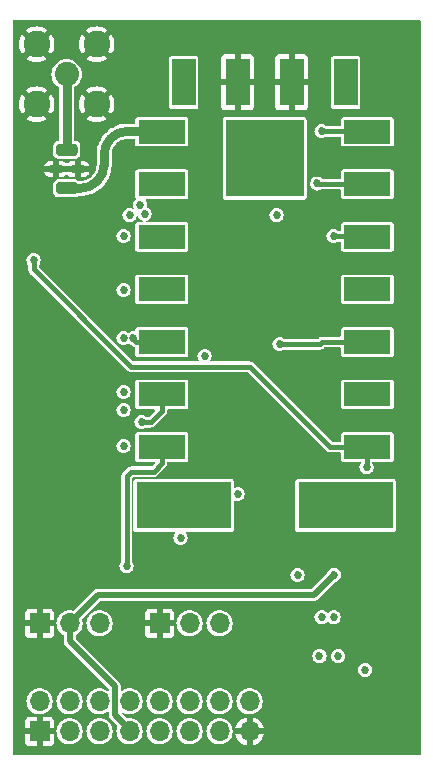
<source format=gbl>
%TF.GenerationSoftware,KiCad,Pcbnew,(6.0.0)*%
%TF.CreationDate,2021-12-26T21:14:17+01:00*%
%TF.ProjectId,TRX_Board,5452585f-426f-4617-9264-2e6b69636164,V 1.0*%
%TF.SameCoordinates,Original*%
%TF.FileFunction,Copper,L4,Bot*%
%TF.FilePolarity,Positive*%
%FSLAX46Y46*%
G04 Gerber Fmt 4.6, Leading zero omitted, Abs format (unit mm)*
G04 Created by KiCad (PCBNEW (6.0.0)) date 2021-12-26 21:14:17*
%MOMM*%
%LPD*%
G01*
G04 APERTURE LIST*
G04 Aperture macros list*
%AMRoundRect*
0 Rectangle with rounded corners*
0 $1 Rounding radius*
0 $2 $3 $4 $5 $6 $7 $8 $9 X,Y pos of 4 corners*
0 Add a 4 corners polygon primitive as box body*
4,1,4,$2,$3,$4,$5,$6,$7,$8,$9,$2,$3,0*
0 Add four circle primitives for the rounded corners*
1,1,$1+$1,$2,$3*
1,1,$1+$1,$4,$5*
1,1,$1+$1,$6,$7*
1,1,$1+$1,$8,$9*
0 Add four rect primitives between the rounded corners*
20,1,$1+$1,$2,$3,$4,$5,0*
20,1,$1+$1,$4,$5,$6,$7,0*
20,1,$1+$1,$6,$7,$8,$9,0*
20,1,$1+$1,$8,$9,$2,$3,0*%
G04 Aperture macros list end*
%TA.AperFunction,SMDPad,CuDef*%
%ADD10R,4.000000X2.000000*%
%TD*%
%TA.AperFunction,SMDPad,CuDef*%
%ADD11R,2.000000X4.000000*%
%TD*%
%TA.AperFunction,SMDPad,CuDef*%
%ADD12R,6.600000X6.500000*%
%TD*%
%TA.AperFunction,SMDPad,CuDef*%
%ADD13R,8.000000X4.000000*%
%TD*%
%TA.AperFunction,ComponentPad*%
%ADD14C,2.050000*%
%TD*%
%TA.AperFunction,ComponentPad*%
%ADD15C,2.250000*%
%TD*%
%TA.AperFunction,ComponentPad*%
%ADD16R,1.700000X1.700000*%
%TD*%
%TA.AperFunction,ComponentPad*%
%ADD17O,1.700000X1.700000*%
%TD*%
%TA.AperFunction,SMDPad,CuDef*%
%ADD18RoundRect,0.249600X0.650400X-0.270400X0.650400X0.270400X-0.650400X0.270400X-0.650400X-0.270400X0*%
%TD*%
%TA.AperFunction,SMDPad,CuDef*%
%ADD19RoundRect,0.152500X0.470000X-0.152500X0.470000X0.152500X-0.470000X0.152500X-0.470000X-0.152500X0*%
%TD*%
%TA.AperFunction,ComponentPad*%
%ADD20C,0.610000*%
%TD*%
%TA.AperFunction,ViaPad*%
%ADD21C,0.685800*%
%TD*%
%TA.AperFunction,ViaPad*%
%ADD22C,0.889000*%
%TD*%
%TA.AperFunction,Conductor*%
%ADD23C,0.381000*%
%TD*%
%TA.AperFunction,Conductor*%
%ADD24C,0.762000*%
%TD*%
%TA.AperFunction,Conductor*%
%ADD25C,0.508000*%
%TD*%
G04 APERTURE END LIST*
D10*
%TO.P,U3,1*%
%TO.N,/SQ*%
X135700000Y-100650000D03*
%TO.P,U3,2*%
%TO.N,Net-(U3-Pad2)*%
X135700000Y-96200000D03*
%TO.P,U3,3*%
%TO.N,/AF_TRX*%
X135700000Y-91750000D03*
%TO.P,U3,4*%
%TO.N,Net-(U3-Pad4)*%
X135700000Y-87300000D03*
%TO.P,U3,5*%
%TO.N,/-PTT*%
X135700000Y-82850000D03*
%TO.P,U3,6*%
%TO.N,/-SLEEP*%
X135700000Y-78400000D03*
%TO.P,U3,7*%
%TO.N,Net-(Q1-Pad3)*%
X135700000Y-73950000D03*
D11*
%TO.P,U3,8*%
%TO.N,+3V3*%
X133858000Y-69774000D03*
%TO.P,U3,9*%
%TO.N,GND*%
X129286000Y-69774000D03*
%TO.P,U3,10*%
X124714000Y-69774000D03*
%TO.P,U3,11*%
%TO.N,Net-(U3-Pad11)*%
X120142000Y-69774000D03*
D10*
%TO.P,U3,12*%
%TO.N,Net-(FL1-Pad1)*%
X118300000Y-73950000D03*
%TO.P,U3,13*%
%TO.N,Net-(U3-Pad13)*%
X118300000Y-78400000D03*
%TO.P,U3,14*%
%TO.N,Net-(U3-Pad14)*%
X118300000Y-82850000D03*
%TO.P,U3,15*%
%TO.N,Net-(U3-Pad15)*%
X118300000Y-87300000D03*
%TO.P,U3,16*%
%TO.N,/RXD*%
X118300000Y-91750000D03*
%TO.P,U3,17*%
%TO.N,/\u002ATXD*%
X118300000Y-96200000D03*
%TO.P,U3,18*%
%TO.N,/MIC_TRX*%
X118300000Y-100650000D03*
D12*
%TO.P,U3,P1*%
%TO.N,N/C*%
X127000000Y-76200000D03*
D13*
%TO.P,U3,P2*%
X133858000Y-105588000D03*
%TO.P,U3,P3*%
X120142000Y-105588000D03*
%TD*%
D14*
%TO.P,J2,1*%
%TO.N,Net-(FL1-Pad3)*%
X110236000Y-69088000D03*
D15*
%TO.P,J2,2*%
%TO.N,GND*%
X107696000Y-66548000D03*
X112776000Y-71628000D03*
X112776000Y-66548000D03*
X107696000Y-71628000D03*
%TD*%
D16*
%TO.P,J3,1*%
%TO.N,GND*%
X107950000Y-115570000D03*
D17*
%TO.P,J3,2*%
%TO.N,/MIC_GAIN*%
X110490000Y-115570000D03*
%TO.P,J3,3*%
%TO.N,+3V3*%
X113030000Y-115570000D03*
%TD*%
D16*
%TO.P,J1,1*%
%TO.N,GND*%
X107950000Y-124714000D03*
D17*
%TO.P,J1,2*%
%TO.N,/MIC*%
X107950000Y-122174000D03*
%TO.P,J1,3*%
%TO.N,/SPKR*%
X110490000Y-124714000D03*
%TO.P,J1,4*%
%TO.N,/-PTT*%
X110490000Y-122174000D03*
%TO.P,J1,5*%
%TO.N,/MIC_AR*%
X113030000Y-124714000D03*
%TO.P,J1,6*%
%TO.N,/MIC_TRX*%
X113030000Y-122174000D03*
%TO.P,J1,7*%
%TO.N,/MIC_GAIN*%
X115570000Y-124714000D03*
%TO.P,J1,8*%
%TO.N,+3V3*%
X115570000Y-122174000D03*
%TO.P,J1,9*%
%TO.N,/\u002APTT*%
X118110000Y-124714000D03*
%TO.P,J1,10*%
%TO.N,/\u002ATXD*%
X118110000Y-122174000D03*
%TO.P,J1,11*%
%TO.N,/\u002ARFPWR*%
X120650000Y-124714000D03*
%TO.P,J1,12*%
%TO.N,/\u002ARXD*%
X120650000Y-122174000D03*
%TO.P,J1,13*%
%TO.N,/SQ*%
X123190000Y-124714000D03*
%TO.P,J1,14*%
%TO.N,/\u002ASLEEP*%
X123190000Y-122174000D03*
%TO.P,J1,15*%
%TO.N,GND*%
X125730000Y-124714000D03*
%TO.P,J1,16*%
%TO.N,VCC*%
X125730000Y-122174000D03*
%TD*%
D16*
%TO.P,J4,1*%
%TO.N,GND*%
X118110000Y-115570000D03*
D17*
%TO.P,J4,2*%
%TO.N,/MIC_AR*%
X120650000Y-115570000D03*
%TO.P,J4,3*%
%TO.N,+3V3*%
X123190000Y-115570000D03*
%TD*%
D18*
%TO.P,FL1,1*%
%TO.N,Net-(FL1-Pad1)*%
X110236000Y-78740000D03*
D19*
%TO.P,FL1,2*%
%TO.N,GND*%
X109308500Y-77115000D03*
D20*
X109131000Y-77115000D03*
D18*
%TO.P,FL1,3*%
%TO.N,Net-(FL1-Pad3)*%
X110236000Y-75490000D03*
D20*
%TO.P,FL1,4*%
%TO.N,GND*%
X111341000Y-77115000D03*
D19*
X111163500Y-77115000D03*
%TD*%
D21*
%TO.N,+3V3*%
X115062000Y-96012000D03*
%TO.N,/\u002ATXD*%
X116586000Y-98552000D03*
%TO.N,/RXD*%
X115874303Y-91440000D03*
%TO.N,/\u002ARXD*%
X121920000Y-92964000D03*
%TO.N,+3V3*%
X115062000Y-100584000D03*
X115062000Y-91440000D03*
X115062000Y-87376000D03*
%TO.N,/AF_TRX*%
X128270000Y-91948000D03*
D22*
%TO.N,GND*%
X124714000Y-69723000D03*
D21*
X131216400Y-119888000D03*
D22*
X124714000Y-68326000D03*
D21*
X128587500Y-116776500D03*
X128651000Y-119888000D03*
X133197600Y-119532400D03*
D22*
X124714000Y-71120000D03*
X129286000Y-71120000D03*
X129286000Y-68326000D03*
X129286000Y-69723000D03*
D21*
%TO.N,+3V3*%
X132842000Y-115062000D03*
D22*
X133858000Y-69723000D03*
X133858000Y-68326000D03*
D21*
X135509000Y-119507000D03*
X115062000Y-82804000D03*
X131826000Y-115062000D03*
D22*
X133858000Y-71120000D03*
D21*
X133223000Y-118364000D03*
X119888000Y-108331000D03*
X128016000Y-81026000D03*
X131648200Y-118364000D03*
%TO.N,/SPKR*%
X115062000Y-97536000D03*
%TO.N,/MIC_TRX*%
X115316000Y-110744000D03*
%TO.N,/-PTT*%
X132842000Y-82804000D03*
%TO.N,/MIC_AR*%
X129794000Y-111506000D03*
%TO.N,/MIC_GAIN*%
X132889000Y-111459000D03*
%TO.N,/\u002APTT*%
X116840000Y-80899000D03*
%TO.N,/\u002ARFPWR*%
X115570000Y-81026000D03*
%TO.N,/\u002ASLEEP*%
X116459000Y-80137000D03*
%TO.N,Net-(Q1-Pad3)*%
X131826000Y-73914000D03*
%TO.N,/-SLEEP*%
X131468500Y-78335500D03*
X124714000Y-104648000D03*
%TO.N,/SQ*%
X107442000Y-84836000D03*
X135636000Y-102362000D03*
%TD*%
D23*
%TO.N,/\u002ATXD*%
X117348000Y-98552000D02*
X116586000Y-98552000D01*
X118300000Y-97600000D02*
X117348000Y-98552000D01*
X118300000Y-96200000D02*
X118300000Y-97600000D01*
%TO.N,/RXD*%
X115874303Y-91490303D02*
X115874303Y-91440000D01*
X116134000Y-91750000D02*
X115874303Y-91490303D01*
X118300000Y-91750000D02*
X116134000Y-91750000D01*
%TO.N,/AF_TRX*%
X131699000Y-91948000D02*
X131897000Y-91750000D01*
X131897000Y-91750000D02*
X135700000Y-91750000D01*
X128270000Y-91948000D02*
X131699000Y-91948000D01*
%TO.N,/MIC_TRX*%
X118300000Y-100650000D02*
X118300000Y-102044000D01*
X115697000Y-102743000D02*
X115316000Y-103124000D01*
X115316000Y-103124000D02*
X115316000Y-110744000D01*
X118300000Y-102044000D02*
X117601000Y-102743000D01*
X117601000Y-102743000D02*
X115697000Y-102743000D01*
D24*
%TO.N,Net-(FL1-Pad1)*%
X113411000Y-76740000D02*
X113411000Y-75914000D01*
D25*
X118264000Y-73914000D02*
X118300000Y-73950000D01*
D24*
X115410996Y-73914000D02*
X118264000Y-73914000D01*
X110236000Y-78740000D02*
X111411004Y-78740000D01*
X113411000Y-75913996D02*
G75*
G02*
X115410996Y-73914000I1999999J-3D01*
G01*
X111411000Y-78740000D02*
G75*
G03*
X113411000Y-76740000I1J1999999D01*
G01*
%TO.N,Net-(FL1-Pad3)*%
X110236000Y-75490000D02*
X110236000Y-69088000D01*
D23*
%TO.N,/-PTT*%
X135654000Y-82804000D02*
X135700000Y-82850000D01*
X132842000Y-82804000D02*
X135654000Y-82804000D01*
D25*
%TO.N,/MIC_GAIN*%
X114300000Y-120904000D02*
X114300000Y-123317000D01*
X110490000Y-115570000D02*
X112903000Y-113157000D01*
X115570000Y-124636002D02*
X115570000Y-124714000D01*
X110490000Y-117094000D02*
X114300000Y-120904000D01*
X112903000Y-113157000D02*
X131191000Y-113157000D01*
X114300000Y-123317000D02*
X115570000Y-124636002D01*
X131191000Y-113157000D02*
X132889000Y-111459000D01*
X110490000Y-115570000D02*
X110490000Y-117094000D01*
D23*
%TO.N,Net-(Q1-Pad3)*%
X135664000Y-73914000D02*
X135700000Y-73950000D01*
X131826000Y-73914000D02*
X135664000Y-73914000D01*
%TO.N,/-SLEEP*%
X131533000Y-78400000D02*
X131468500Y-78335500D01*
X135700000Y-78400000D02*
X131533000Y-78400000D01*
%TO.N,/SQ*%
X135636000Y-100714000D02*
X135700000Y-100650000D01*
X115697000Y-93853000D02*
X107442000Y-85598000D01*
X135700000Y-100650000D02*
X132527000Y-100650000D01*
X125730000Y-93853000D02*
X115697000Y-93853000D01*
X107442000Y-85598000D02*
X107442000Y-84836000D01*
X135636000Y-102362000D02*
X135636000Y-100714000D01*
X132527000Y-100650000D02*
X125730000Y-93853000D01*
%TD*%
%TA.AperFunction,Conductor*%
%TO.N,GND*%
G36*
X140189694Y-64534306D02*
G01*
X140208000Y-64578500D01*
X140208000Y-126683500D01*
X140189694Y-126727694D01*
X140145500Y-126746000D01*
X105726500Y-126746000D01*
X105682306Y-126727694D01*
X105664000Y-126683500D01*
X105664000Y-125597831D01*
X106719000Y-125597831D01*
X106719332Y-125602362D01*
X106729317Y-125670192D01*
X106732165Y-125679359D01*
X106783650Y-125784220D01*
X106789578Y-125792502D01*
X106872038Y-125874819D01*
X106880333Y-125880735D01*
X106985288Y-125932038D01*
X106994452Y-125934870D01*
X107061644Y-125944672D01*
X107066157Y-125945000D01*
X107683569Y-125945000D01*
X107692359Y-125941359D01*
X107696000Y-125932569D01*
X108204000Y-125932569D01*
X108207641Y-125941359D01*
X108216431Y-125945000D01*
X108833831Y-125945000D01*
X108838362Y-125944668D01*
X108906192Y-125934683D01*
X108915359Y-125931835D01*
X109020220Y-125880350D01*
X109028502Y-125874422D01*
X109110819Y-125791962D01*
X109116735Y-125783667D01*
X109168038Y-125678712D01*
X109170870Y-125669548D01*
X109180672Y-125602356D01*
X109181000Y-125597843D01*
X109181000Y-124980431D01*
X109177359Y-124971641D01*
X109168569Y-124968000D01*
X108216431Y-124968000D01*
X108207641Y-124971641D01*
X108204000Y-124980431D01*
X108204000Y-125932569D01*
X107696000Y-125932569D01*
X107696000Y-124980431D01*
X107692359Y-124971641D01*
X107683569Y-124968000D01*
X106731431Y-124968000D01*
X106722641Y-124971641D01*
X106719000Y-124980431D01*
X106719000Y-125597831D01*
X105664000Y-125597831D01*
X105664000Y-124684964D01*
X109381148Y-124684964D01*
X109394424Y-124887522D01*
X109444392Y-125084269D01*
X109529377Y-125268616D01*
X109646533Y-125434389D01*
X109791938Y-125576035D01*
X109960720Y-125688812D01*
X110047124Y-125725934D01*
X110144588Y-125767808D01*
X110144590Y-125767809D01*
X110147228Y-125768942D01*
X110247641Y-125791663D01*
X110342426Y-125813111D01*
X110342429Y-125813111D01*
X110345216Y-125813742D01*
X110435164Y-125817276D01*
X110545193Y-125821600D01*
X110545197Y-125821600D01*
X110548053Y-125821712D01*
X110748945Y-125792584D01*
X110941165Y-125727334D01*
X111118276Y-125628147D01*
X111274345Y-125498345D01*
X111404147Y-125342276D01*
X111503334Y-125165165D01*
X111568584Y-124972945D01*
X111597712Y-124772053D01*
X111599232Y-124714000D01*
X111596565Y-124684964D01*
X111921148Y-124684964D01*
X111934424Y-124887522D01*
X111984392Y-125084269D01*
X112069377Y-125268616D01*
X112186533Y-125434389D01*
X112331938Y-125576035D01*
X112500720Y-125688812D01*
X112587124Y-125725934D01*
X112684588Y-125767808D01*
X112684590Y-125767809D01*
X112687228Y-125768942D01*
X112787641Y-125791663D01*
X112882426Y-125813111D01*
X112882429Y-125813111D01*
X112885216Y-125813742D01*
X112975164Y-125817276D01*
X113085193Y-125821600D01*
X113085197Y-125821600D01*
X113088053Y-125821712D01*
X113288945Y-125792584D01*
X113481165Y-125727334D01*
X113658276Y-125628147D01*
X113814345Y-125498345D01*
X113944147Y-125342276D01*
X114043334Y-125165165D01*
X114108584Y-124972945D01*
X114137712Y-124772053D01*
X114139232Y-124714000D01*
X114136303Y-124682116D01*
X114120920Y-124514714D01*
X114120658Y-124511859D01*
X114119879Y-124509096D01*
X114066335Y-124319244D01*
X114066333Y-124319240D01*
X114065557Y-124316487D01*
X113975776Y-124134428D01*
X113957437Y-124109869D01*
X113856037Y-123974078D01*
X113856036Y-123974076D01*
X113854320Y-123971779D01*
X113705258Y-123833987D01*
X113533581Y-123725667D01*
X113439310Y-123688056D01*
X113347696Y-123651506D01*
X113345039Y-123650446D01*
X113342233Y-123649888D01*
X113342230Y-123649887D01*
X113148752Y-123611402D01*
X113148750Y-123611402D01*
X113145946Y-123610844D01*
X113050353Y-123609593D01*
X112945833Y-123608224D01*
X112945828Y-123608224D01*
X112942971Y-123608187D01*
X112940151Y-123608672D01*
X112940146Y-123608672D01*
X112830751Y-123627470D01*
X112742910Y-123642564D01*
X112740222Y-123643556D01*
X112740217Y-123643557D01*
X112555151Y-123711832D01*
X112555148Y-123711833D01*
X112552463Y-123712824D01*
X112378010Y-123816612D01*
X112225392Y-123950455D01*
X112099720Y-124109869D01*
X112005203Y-124289515D01*
X112004356Y-124292242D01*
X112004355Y-124292245D01*
X111956126Y-124447569D01*
X111945007Y-124483378D01*
X111921148Y-124684964D01*
X111596565Y-124684964D01*
X111596303Y-124682116D01*
X111580920Y-124514714D01*
X111580658Y-124511859D01*
X111579879Y-124509096D01*
X111526335Y-124319244D01*
X111526333Y-124319240D01*
X111525557Y-124316487D01*
X111435776Y-124134428D01*
X111417437Y-124109869D01*
X111316037Y-123974078D01*
X111316036Y-123974076D01*
X111314320Y-123971779D01*
X111165258Y-123833987D01*
X110993581Y-123725667D01*
X110899310Y-123688056D01*
X110807696Y-123651506D01*
X110805039Y-123650446D01*
X110802233Y-123649888D01*
X110802230Y-123649887D01*
X110608752Y-123611402D01*
X110608750Y-123611402D01*
X110605946Y-123610844D01*
X110510353Y-123609593D01*
X110405833Y-123608224D01*
X110405828Y-123608224D01*
X110402971Y-123608187D01*
X110400151Y-123608672D01*
X110400146Y-123608672D01*
X110290751Y-123627470D01*
X110202910Y-123642564D01*
X110200222Y-123643556D01*
X110200217Y-123643557D01*
X110015151Y-123711832D01*
X110015148Y-123711833D01*
X110012463Y-123712824D01*
X109838010Y-123816612D01*
X109685392Y-123950455D01*
X109559720Y-124109869D01*
X109465203Y-124289515D01*
X109464356Y-124292242D01*
X109464355Y-124292245D01*
X109416126Y-124447569D01*
X109405007Y-124483378D01*
X109381148Y-124684964D01*
X105664000Y-124684964D01*
X105664000Y-124447569D01*
X106719000Y-124447569D01*
X106722641Y-124456359D01*
X106731431Y-124460000D01*
X107683569Y-124460000D01*
X107692359Y-124456359D01*
X107696000Y-124447569D01*
X108204000Y-124447569D01*
X108207641Y-124456359D01*
X108216431Y-124460000D01*
X109168569Y-124460000D01*
X109177359Y-124456359D01*
X109181000Y-124447569D01*
X109181000Y-123830169D01*
X109180668Y-123825638D01*
X109170683Y-123757808D01*
X109167835Y-123748641D01*
X109116350Y-123643780D01*
X109110422Y-123635498D01*
X109027962Y-123553181D01*
X109019667Y-123547265D01*
X108914712Y-123495962D01*
X108905548Y-123493130D01*
X108838356Y-123483328D01*
X108833843Y-123483000D01*
X108216431Y-123483000D01*
X108207641Y-123486641D01*
X108204000Y-123495431D01*
X108204000Y-124447569D01*
X107696000Y-124447569D01*
X107696000Y-123495431D01*
X107692359Y-123486641D01*
X107683569Y-123483000D01*
X107066169Y-123483000D01*
X107061638Y-123483332D01*
X106993808Y-123493317D01*
X106984641Y-123496165D01*
X106879780Y-123547650D01*
X106871498Y-123553578D01*
X106789181Y-123636038D01*
X106783265Y-123644333D01*
X106731962Y-123749288D01*
X106729130Y-123758452D01*
X106719328Y-123825644D01*
X106719000Y-123830157D01*
X106719000Y-124447569D01*
X105664000Y-124447569D01*
X105664000Y-122144964D01*
X106841148Y-122144964D01*
X106854424Y-122347522D01*
X106904392Y-122544269D01*
X106989377Y-122728616D01*
X107106533Y-122894389D01*
X107251938Y-123036035D01*
X107420720Y-123148812D01*
X107507124Y-123185934D01*
X107604588Y-123227808D01*
X107604590Y-123227809D01*
X107607228Y-123228942D01*
X107689499Y-123247558D01*
X107802426Y-123273111D01*
X107802429Y-123273111D01*
X107805216Y-123273742D01*
X107895164Y-123277276D01*
X108005193Y-123281600D01*
X108005197Y-123281600D01*
X108008053Y-123281712D01*
X108208945Y-123252584D01*
X108401165Y-123187334D01*
X108578276Y-123088147D01*
X108734345Y-122958345D01*
X108864147Y-122802276D01*
X108963334Y-122625165D01*
X109028584Y-122432945D01*
X109057712Y-122232053D01*
X109059232Y-122174000D01*
X109056565Y-122144964D01*
X109381148Y-122144964D01*
X109394424Y-122347522D01*
X109444392Y-122544269D01*
X109529377Y-122728616D01*
X109646533Y-122894389D01*
X109791938Y-123036035D01*
X109960720Y-123148812D01*
X110047124Y-123185934D01*
X110144588Y-123227808D01*
X110144590Y-123227809D01*
X110147228Y-123228942D01*
X110229499Y-123247558D01*
X110342426Y-123273111D01*
X110342429Y-123273111D01*
X110345216Y-123273742D01*
X110435164Y-123277276D01*
X110545193Y-123281600D01*
X110545197Y-123281600D01*
X110548053Y-123281712D01*
X110748945Y-123252584D01*
X110941165Y-123187334D01*
X111118276Y-123088147D01*
X111274345Y-122958345D01*
X111404147Y-122802276D01*
X111503334Y-122625165D01*
X111568584Y-122432945D01*
X111597712Y-122232053D01*
X111599232Y-122174000D01*
X111596303Y-122142116D01*
X111580920Y-121974714D01*
X111580658Y-121971859D01*
X111579879Y-121969096D01*
X111526335Y-121779244D01*
X111526333Y-121779240D01*
X111525557Y-121776487D01*
X111435776Y-121594428D01*
X111417437Y-121569869D01*
X111316037Y-121434078D01*
X111316036Y-121434076D01*
X111314320Y-121431779D01*
X111165258Y-121293987D01*
X110993581Y-121185667D01*
X110805039Y-121110446D01*
X110802233Y-121109888D01*
X110802230Y-121109887D01*
X110608752Y-121071402D01*
X110608750Y-121071402D01*
X110605946Y-121070844D01*
X110510353Y-121069593D01*
X110405833Y-121068224D01*
X110405828Y-121068224D01*
X110402971Y-121068187D01*
X110400151Y-121068672D01*
X110400146Y-121068672D01*
X110283751Y-121088673D01*
X110202910Y-121102564D01*
X110200222Y-121103556D01*
X110200217Y-121103557D01*
X110015151Y-121171832D01*
X110015148Y-121171833D01*
X110012463Y-121172824D01*
X109838010Y-121276612D01*
X109685392Y-121410455D01*
X109559720Y-121569869D01*
X109465203Y-121749515D01*
X109405007Y-121943378D01*
X109381148Y-122144964D01*
X109056565Y-122144964D01*
X109056303Y-122142116D01*
X109040920Y-121974714D01*
X109040658Y-121971859D01*
X109039879Y-121969096D01*
X108986335Y-121779244D01*
X108986333Y-121779240D01*
X108985557Y-121776487D01*
X108895776Y-121594428D01*
X108877437Y-121569869D01*
X108776037Y-121434078D01*
X108776036Y-121434076D01*
X108774320Y-121431779D01*
X108625258Y-121293987D01*
X108453581Y-121185667D01*
X108265039Y-121110446D01*
X108262233Y-121109888D01*
X108262230Y-121109887D01*
X108068752Y-121071402D01*
X108068750Y-121071402D01*
X108065946Y-121070844D01*
X107970353Y-121069593D01*
X107865833Y-121068224D01*
X107865828Y-121068224D01*
X107862971Y-121068187D01*
X107860151Y-121068672D01*
X107860146Y-121068672D01*
X107743751Y-121088673D01*
X107662910Y-121102564D01*
X107660222Y-121103556D01*
X107660217Y-121103557D01*
X107475151Y-121171832D01*
X107475148Y-121171833D01*
X107472463Y-121172824D01*
X107298010Y-121276612D01*
X107145392Y-121410455D01*
X107019720Y-121569869D01*
X106925203Y-121749515D01*
X106865007Y-121943378D01*
X106841148Y-122144964D01*
X105664000Y-122144964D01*
X105664000Y-116453831D01*
X106719000Y-116453831D01*
X106719332Y-116458362D01*
X106729317Y-116526192D01*
X106732165Y-116535359D01*
X106783650Y-116640220D01*
X106789578Y-116648502D01*
X106872038Y-116730819D01*
X106880333Y-116736735D01*
X106985288Y-116788038D01*
X106994452Y-116790870D01*
X107061644Y-116800672D01*
X107066157Y-116801000D01*
X107683569Y-116801000D01*
X107692359Y-116797359D01*
X107696000Y-116788569D01*
X108204000Y-116788569D01*
X108207641Y-116797359D01*
X108216431Y-116801000D01*
X108833831Y-116801000D01*
X108838362Y-116800668D01*
X108906192Y-116790683D01*
X108915359Y-116787835D01*
X109020220Y-116736350D01*
X109028502Y-116730422D01*
X109110819Y-116647962D01*
X109116735Y-116639667D01*
X109168038Y-116534712D01*
X109170870Y-116525548D01*
X109180672Y-116458356D01*
X109181000Y-116453843D01*
X109181000Y-115836431D01*
X109177359Y-115827641D01*
X109168569Y-115824000D01*
X108216431Y-115824000D01*
X108207641Y-115827641D01*
X108204000Y-115836431D01*
X108204000Y-116788569D01*
X107696000Y-116788569D01*
X107696000Y-115836431D01*
X107692359Y-115827641D01*
X107683569Y-115824000D01*
X106731431Y-115824000D01*
X106722641Y-115827641D01*
X106719000Y-115836431D01*
X106719000Y-116453831D01*
X105664000Y-116453831D01*
X105664000Y-115540964D01*
X109381148Y-115540964D01*
X109394424Y-115743522D01*
X109444392Y-115940269D01*
X109529377Y-116124616D01*
X109646533Y-116290389D01*
X109791938Y-116432035D01*
X109867184Y-116482313D01*
X109953723Y-116540137D01*
X109980299Y-116579911D01*
X109981500Y-116592104D01*
X109981500Y-117030022D01*
X109979959Y-117043815D01*
X109977926Y-117052800D01*
X109978202Y-117057246D01*
X109981380Y-117108475D01*
X109981500Y-117112345D01*
X109981500Y-117130513D01*
X109981814Y-117132707D01*
X109981815Y-117132719D01*
X109983344Y-117143398D01*
X109983855Y-117148383D01*
X109986945Y-117198177D01*
X109991810Y-117211652D01*
X109994890Y-117224007D01*
X109996920Y-117238187D01*
X109998763Y-117242239D01*
X109998763Y-117242241D01*
X110017570Y-117283604D01*
X110019462Y-117288251D01*
X110036404Y-117335181D01*
X110039029Y-117338774D01*
X110044856Y-117346751D01*
X110051279Y-117357742D01*
X110057208Y-117370782D01*
X110060118Y-117374159D01*
X110089778Y-117408582D01*
X110092895Y-117412508D01*
X110102425Y-117425552D01*
X110115065Y-117438192D01*
X110118219Y-117441589D01*
X110152287Y-117481127D01*
X110156024Y-117483549D01*
X110162991Y-117488065D01*
X110173191Y-117496318D01*
X113773194Y-121096322D01*
X113791500Y-121140516D01*
X113791500Y-121235066D01*
X113773194Y-121279260D01*
X113729000Y-121297566D01*
X113695649Y-121287924D01*
X113611308Y-121234709D01*
X113533581Y-121185667D01*
X113345039Y-121110446D01*
X113342233Y-121109888D01*
X113342230Y-121109887D01*
X113148752Y-121071402D01*
X113148750Y-121071402D01*
X113145946Y-121070844D01*
X113050353Y-121069593D01*
X112945833Y-121068224D01*
X112945828Y-121068224D01*
X112942971Y-121068187D01*
X112940151Y-121068672D01*
X112940146Y-121068672D01*
X112823751Y-121088673D01*
X112742910Y-121102564D01*
X112740222Y-121103556D01*
X112740217Y-121103557D01*
X112555151Y-121171832D01*
X112555148Y-121171833D01*
X112552463Y-121172824D01*
X112378010Y-121276612D01*
X112225392Y-121410455D01*
X112099720Y-121569869D01*
X112005203Y-121749515D01*
X111945007Y-121943378D01*
X111921148Y-122144964D01*
X111934424Y-122347522D01*
X111984392Y-122544269D01*
X112069377Y-122728616D01*
X112186533Y-122894389D01*
X112331938Y-123036035D01*
X112500720Y-123148812D01*
X112587124Y-123185934D01*
X112684588Y-123227808D01*
X112684590Y-123227809D01*
X112687228Y-123228942D01*
X112769499Y-123247558D01*
X112882426Y-123273111D01*
X112882429Y-123273111D01*
X112885216Y-123273742D01*
X112975164Y-123277276D01*
X113085193Y-123281600D01*
X113085197Y-123281600D01*
X113088053Y-123281712D01*
X113288945Y-123252584D01*
X113481165Y-123187334D01*
X113658276Y-123088147D01*
X113689037Y-123062564D01*
X113734719Y-123048379D01*
X113777053Y-123070652D01*
X113791500Y-123110617D01*
X113791500Y-123247558D01*
X113790268Y-123257714D01*
X113789862Y-123261791D01*
X113788797Y-123266117D01*
X113789130Y-123273854D01*
X113791442Y-123327535D01*
X113791500Y-123330224D01*
X113791500Y-123353513D01*
X113791814Y-123355708D01*
X113791815Y-123355717D01*
X113792577Y-123361036D01*
X113793150Y-123367204D01*
X113795064Y-123411639D01*
X113796497Y-123415856D01*
X113801424Y-123430357D01*
X113804116Y-123441605D01*
X113806288Y-123456777D01*
X113806289Y-123456780D01*
X113806920Y-123461187D01*
X113825339Y-123501698D01*
X113827608Y-123507427D01*
X113841922Y-123549554D01*
X113844480Y-123553198D01*
X113853285Y-123565742D01*
X113859021Y-123575776D01*
X113867208Y-123593782D01*
X113870114Y-123597155D01*
X113870115Y-123597156D01*
X113896235Y-123627470D01*
X113900043Y-123632359D01*
X113906220Y-123641159D01*
X113907894Y-123642898D01*
X113907896Y-123642900D01*
X113922246Y-123657805D01*
X113924571Y-123660356D01*
X113962287Y-123704127D01*
X113966021Y-123706547D01*
X113966024Y-123706550D01*
X113968383Y-123708079D01*
X113979410Y-123717174D01*
X114515996Y-124274463D01*
X114533462Y-124318995D01*
X114530663Y-124336343D01*
X114485007Y-124483378D01*
X114461148Y-124684964D01*
X114474424Y-124887522D01*
X114524392Y-125084269D01*
X114609377Y-125268616D01*
X114726533Y-125434389D01*
X114871938Y-125576035D01*
X115040720Y-125688812D01*
X115127124Y-125725934D01*
X115224588Y-125767808D01*
X115224590Y-125767809D01*
X115227228Y-125768942D01*
X115327641Y-125791663D01*
X115422426Y-125813111D01*
X115422429Y-125813111D01*
X115425216Y-125813742D01*
X115515164Y-125817276D01*
X115625193Y-125821600D01*
X115625197Y-125821600D01*
X115628053Y-125821712D01*
X115828945Y-125792584D01*
X116021165Y-125727334D01*
X116198276Y-125628147D01*
X116354345Y-125498345D01*
X116484147Y-125342276D01*
X116583334Y-125165165D01*
X116648584Y-124972945D01*
X116677712Y-124772053D01*
X116679232Y-124714000D01*
X116676565Y-124684964D01*
X117001148Y-124684964D01*
X117014424Y-124887522D01*
X117064392Y-125084269D01*
X117149377Y-125268616D01*
X117266533Y-125434389D01*
X117411938Y-125576035D01*
X117580720Y-125688812D01*
X117667124Y-125725934D01*
X117764588Y-125767808D01*
X117764590Y-125767809D01*
X117767228Y-125768942D01*
X117867641Y-125791663D01*
X117962426Y-125813111D01*
X117962429Y-125813111D01*
X117965216Y-125813742D01*
X118055164Y-125817276D01*
X118165193Y-125821600D01*
X118165197Y-125821600D01*
X118168053Y-125821712D01*
X118368945Y-125792584D01*
X118561165Y-125727334D01*
X118738276Y-125628147D01*
X118894345Y-125498345D01*
X119024147Y-125342276D01*
X119123334Y-125165165D01*
X119188584Y-124972945D01*
X119217712Y-124772053D01*
X119219232Y-124714000D01*
X119216565Y-124684964D01*
X119541148Y-124684964D01*
X119554424Y-124887522D01*
X119604392Y-125084269D01*
X119689377Y-125268616D01*
X119806533Y-125434389D01*
X119951938Y-125576035D01*
X120120720Y-125688812D01*
X120207124Y-125725934D01*
X120304588Y-125767808D01*
X120304590Y-125767809D01*
X120307228Y-125768942D01*
X120407641Y-125791663D01*
X120502426Y-125813111D01*
X120502429Y-125813111D01*
X120505216Y-125813742D01*
X120595164Y-125817276D01*
X120705193Y-125821600D01*
X120705197Y-125821600D01*
X120708053Y-125821712D01*
X120908945Y-125792584D01*
X121101165Y-125727334D01*
X121278276Y-125628147D01*
X121434345Y-125498345D01*
X121564147Y-125342276D01*
X121663334Y-125165165D01*
X121728584Y-124972945D01*
X121757712Y-124772053D01*
X121759232Y-124714000D01*
X121756565Y-124684964D01*
X122081148Y-124684964D01*
X122094424Y-124887522D01*
X122144392Y-125084269D01*
X122229377Y-125268616D01*
X122346533Y-125434389D01*
X122491938Y-125576035D01*
X122660720Y-125688812D01*
X122747124Y-125725934D01*
X122844588Y-125767808D01*
X122844590Y-125767809D01*
X122847228Y-125768942D01*
X122947641Y-125791663D01*
X123042426Y-125813111D01*
X123042429Y-125813111D01*
X123045216Y-125813742D01*
X123135164Y-125817276D01*
X123245193Y-125821600D01*
X123245197Y-125821600D01*
X123248053Y-125821712D01*
X123448945Y-125792584D01*
X123641165Y-125727334D01*
X123818276Y-125628147D01*
X123974345Y-125498345D01*
X124104147Y-125342276D01*
X124203334Y-125165165D01*
X124267700Y-124975548D01*
X124525657Y-124975548D01*
X124568113Y-125133998D01*
X124569973Y-125139108D01*
X124658697Y-125329377D01*
X124661418Y-125334088D01*
X124781830Y-125506056D01*
X124785329Y-125510226D01*
X124933774Y-125658671D01*
X124937944Y-125662170D01*
X125109912Y-125782582D01*
X125114623Y-125785303D01*
X125304892Y-125874027D01*
X125310002Y-125875887D01*
X125463992Y-125917149D01*
X125473425Y-125915907D01*
X125476000Y-125912551D01*
X125476000Y-125907935D01*
X125984000Y-125907935D01*
X125987641Y-125916725D01*
X125991548Y-125918343D01*
X126149998Y-125875887D01*
X126155108Y-125874027D01*
X126345377Y-125785303D01*
X126350088Y-125782582D01*
X126522056Y-125662170D01*
X126526226Y-125658671D01*
X126674671Y-125510226D01*
X126678170Y-125506056D01*
X126798582Y-125334088D01*
X126801303Y-125329377D01*
X126890027Y-125139108D01*
X126891887Y-125133998D01*
X126933149Y-124980008D01*
X126931907Y-124970575D01*
X126928551Y-124968000D01*
X125996431Y-124968000D01*
X125987641Y-124971641D01*
X125984000Y-124980431D01*
X125984000Y-125907935D01*
X125476000Y-125907935D01*
X125476000Y-124980431D01*
X125472359Y-124971641D01*
X125463569Y-124968000D01*
X124536065Y-124968000D01*
X124527275Y-124971641D01*
X124525657Y-124975548D01*
X124267700Y-124975548D01*
X124268584Y-124972945D01*
X124297712Y-124772053D01*
X124299232Y-124714000D01*
X124296303Y-124682116D01*
X124280920Y-124514714D01*
X124280658Y-124511859D01*
X124279879Y-124509096D01*
X124262646Y-124447992D01*
X124526851Y-124447992D01*
X124528093Y-124457425D01*
X124531449Y-124460000D01*
X125463569Y-124460000D01*
X125472359Y-124456359D01*
X125476000Y-124447569D01*
X125984000Y-124447569D01*
X125987641Y-124456359D01*
X125996431Y-124460000D01*
X126923935Y-124460000D01*
X126932725Y-124456359D01*
X126934343Y-124452452D01*
X126891887Y-124294002D01*
X126890027Y-124288892D01*
X126801303Y-124098623D01*
X126798582Y-124093912D01*
X126678170Y-123921944D01*
X126674671Y-123917774D01*
X126526226Y-123769329D01*
X126522056Y-123765830D01*
X126350088Y-123645418D01*
X126345377Y-123642697D01*
X126155108Y-123553973D01*
X126149998Y-123552113D01*
X125996008Y-123510851D01*
X125986575Y-123512093D01*
X125984000Y-123515449D01*
X125984000Y-124447569D01*
X125476000Y-124447569D01*
X125476000Y-123520065D01*
X125472359Y-123511275D01*
X125468452Y-123509657D01*
X125310002Y-123552113D01*
X125304892Y-123553973D01*
X125114623Y-123642697D01*
X125109912Y-123645418D01*
X124937944Y-123765830D01*
X124933774Y-123769329D01*
X124785329Y-123917774D01*
X124781830Y-123921944D01*
X124661418Y-124093912D01*
X124658697Y-124098623D01*
X124569973Y-124288892D01*
X124568113Y-124294002D01*
X124526851Y-124447992D01*
X124262646Y-124447992D01*
X124226335Y-124319244D01*
X124226333Y-124319240D01*
X124225557Y-124316487D01*
X124135776Y-124134428D01*
X124117437Y-124109869D01*
X124016037Y-123974078D01*
X124016036Y-123974076D01*
X124014320Y-123971779D01*
X123865258Y-123833987D01*
X123693581Y-123725667D01*
X123599310Y-123688056D01*
X123507696Y-123651506D01*
X123505039Y-123650446D01*
X123502233Y-123649888D01*
X123502230Y-123649887D01*
X123308752Y-123611402D01*
X123308750Y-123611402D01*
X123305946Y-123610844D01*
X123210353Y-123609593D01*
X123105833Y-123608224D01*
X123105828Y-123608224D01*
X123102971Y-123608187D01*
X123100151Y-123608672D01*
X123100146Y-123608672D01*
X122990751Y-123627470D01*
X122902910Y-123642564D01*
X122900222Y-123643556D01*
X122900217Y-123643557D01*
X122715151Y-123711832D01*
X122715148Y-123711833D01*
X122712463Y-123712824D01*
X122538010Y-123816612D01*
X122385392Y-123950455D01*
X122259720Y-124109869D01*
X122165203Y-124289515D01*
X122164356Y-124292242D01*
X122164355Y-124292245D01*
X122116126Y-124447569D01*
X122105007Y-124483378D01*
X122081148Y-124684964D01*
X121756565Y-124684964D01*
X121756303Y-124682116D01*
X121740920Y-124514714D01*
X121740658Y-124511859D01*
X121739879Y-124509096D01*
X121686335Y-124319244D01*
X121686333Y-124319240D01*
X121685557Y-124316487D01*
X121595776Y-124134428D01*
X121577437Y-124109869D01*
X121476037Y-123974078D01*
X121476036Y-123974076D01*
X121474320Y-123971779D01*
X121325258Y-123833987D01*
X121153581Y-123725667D01*
X121059310Y-123688056D01*
X120967696Y-123651506D01*
X120965039Y-123650446D01*
X120962233Y-123649888D01*
X120962230Y-123649887D01*
X120768752Y-123611402D01*
X120768750Y-123611402D01*
X120765946Y-123610844D01*
X120670353Y-123609593D01*
X120565833Y-123608224D01*
X120565828Y-123608224D01*
X120562971Y-123608187D01*
X120560151Y-123608672D01*
X120560146Y-123608672D01*
X120450751Y-123627470D01*
X120362910Y-123642564D01*
X120360222Y-123643556D01*
X120360217Y-123643557D01*
X120175151Y-123711832D01*
X120175148Y-123711833D01*
X120172463Y-123712824D01*
X119998010Y-123816612D01*
X119845392Y-123950455D01*
X119719720Y-124109869D01*
X119625203Y-124289515D01*
X119624356Y-124292242D01*
X119624355Y-124292245D01*
X119576126Y-124447569D01*
X119565007Y-124483378D01*
X119541148Y-124684964D01*
X119216565Y-124684964D01*
X119216303Y-124682116D01*
X119200920Y-124514714D01*
X119200658Y-124511859D01*
X119199879Y-124509096D01*
X119146335Y-124319244D01*
X119146333Y-124319240D01*
X119145557Y-124316487D01*
X119055776Y-124134428D01*
X119037437Y-124109869D01*
X118936037Y-123974078D01*
X118936036Y-123974076D01*
X118934320Y-123971779D01*
X118785258Y-123833987D01*
X118613581Y-123725667D01*
X118519310Y-123688056D01*
X118427696Y-123651506D01*
X118425039Y-123650446D01*
X118422233Y-123649888D01*
X118422230Y-123649887D01*
X118228752Y-123611402D01*
X118228750Y-123611402D01*
X118225946Y-123610844D01*
X118130353Y-123609593D01*
X118025833Y-123608224D01*
X118025828Y-123608224D01*
X118022971Y-123608187D01*
X118020151Y-123608672D01*
X118020146Y-123608672D01*
X117910751Y-123627470D01*
X117822910Y-123642564D01*
X117820222Y-123643556D01*
X117820217Y-123643557D01*
X117635151Y-123711832D01*
X117635148Y-123711833D01*
X117632463Y-123712824D01*
X117458010Y-123816612D01*
X117305392Y-123950455D01*
X117179720Y-124109869D01*
X117085203Y-124289515D01*
X117084356Y-124292242D01*
X117084355Y-124292245D01*
X117036126Y-124447569D01*
X117025007Y-124483378D01*
X117001148Y-124684964D01*
X116676565Y-124684964D01*
X116676303Y-124682116D01*
X116660920Y-124514714D01*
X116660658Y-124511859D01*
X116659879Y-124509096D01*
X116606335Y-124319244D01*
X116606333Y-124319240D01*
X116605557Y-124316487D01*
X116515776Y-124134428D01*
X116497437Y-124109869D01*
X116396037Y-123974078D01*
X116396036Y-123974076D01*
X116394320Y-123971779D01*
X116245258Y-123833987D01*
X116073581Y-123725667D01*
X115979310Y-123688056D01*
X115887696Y-123651506D01*
X115885039Y-123650446D01*
X115882233Y-123649888D01*
X115882230Y-123649887D01*
X115688752Y-123611402D01*
X115688750Y-123611402D01*
X115685946Y-123610844D01*
X115590353Y-123609593D01*
X115485833Y-123608224D01*
X115485828Y-123608224D01*
X115482971Y-123608187D01*
X115480150Y-123608672D01*
X115480147Y-123608672D01*
X115413924Y-123620052D01*
X115346827Y-123631581D01*
X115300173Y-123621024D01*
X115291221Y-123613334D01*
X115272396Y-123593782D01*
X114890197Y-123196837D01*
X114872731Y-123152304D01*
X114891870Y-123108464D01*
X114936403Y-123090998D01*
X114969943Y-123101520D01*
X115040720Y-123148812D01*
X115127124Y-123185934D01*
X115224588Y-123227808D01*
X115224590Y-123227809D01*
X115227228Y-123228942D01*
X115309499Y-123247558D01*
X115422426Y-123273111D01*
X115422429Y-123273111D01*
X115425216Y-123273742D01*
X115515164Y-123277276D01*
X115625193Y-123281600D01*
X115625197Y-123281600D01*
X115628053Y-123281712D01*
X115828945Y-123252584D01*
X116021165Y-123187334D01*
X116198276Y-123088147D01*
X116354345Y-122958345D01*
X116484147Y-122802276D01*
X116583334Y-122625165D01*
X116648584Y-122432945D01*
X116677712Y-122232053D01*
X116679232Y-122174000D01*
X116676565Y-122144964D01*
X117001148Y-122144964D01*
X117014424Y-122347522D01*
X117064392Y-122544269D01*
X117149377Y-122728616D01*
X117266533Y-122894389D01*
X117411938Y-123036035D01*
X117580720Y-123148812D01*
X117667124Y-123185934D01*
X117764588Y-123227808D01*
X117764590Y-123227809D01*
X117767228Y-123228942D01*
X117849499Y-123247558D01*
X117962426Y-123273111D01*
X117962429Y-123273111D01*
X117965216Y-123273742D01*
X118055164Y-123277276D01*
X118165193Y-123281600D01*
X118165197Y-123281600D01*
X118168053Y-123281712D01*
X118368945Y-123252584D01*
X118561165Y-123187334D01*
X118738276Y-123088147D01*
X118894345Y-122958345D01*
X119024147Y-122802276D01*
X119123334Y-122625165D01*
X119188584Y-122432945D01*
X119217712Y-122232053D01*
X119219232Y-122174000D01*
X119216565Y-122144964D01*
X119541148Y-122144964D01*
X119554424Y-122347522D01*
X119604392Y-122544269D01*
X119689377Y-122728616D01*
X119806533Y-122894389D01*
X119951938Y-123036035D01*
X120120720Y-123148812D01*
X120207124Y-123185934D01*
X120304588Y-123227808D01*
X120304590Y-123227809D01*
X120307228Y-123228942D01*
X120389499Y-123247558D01*
X120502426Y-123273111D01*
X120502429Y-123273111D01*
X120505216Y-123273742D01*
X120595164Y-123277276D01*
X120705193Y-123281600D01*
X120705197Y-123281600D01*
X120708053Y-123281712D01*
X120908945Y-123252584D01*
X121101165Y-123187334D01*
X121278276Y-123088147D01*
X121434345Y-122958345D01*
X121564147Y-122802276D01*
X121663334Y-122625165D01*
X121728584Y-122432945D01*
X121757712Y-122232053D01*
X121759232Y-122174000D01*
X121756565Y-122144964D01*
X122081148Y-122144964D01*
X122094424Y-122347522D01*
X122144392Y-122544269D01*
X122229377Y-122728616D01*
X122346533Y-122894389D01*
X122491938Y-123036035D01*
X122660720Y-123148812D01*
X122747124Y-123185934D01*
X122844588Y-123227808D01*
X122844590Y-123227809D01*
X122847228Y-123228942D01*
X122929499Y-123247558D01*
X123042426Y-123273111D01*
X123042429Y-123273111D01*
X123045216Y-123273742D01*
X123135164Y-123277276D01*
X123245193Y-123281600D01*
X123245197Y-123281600D01*
X123248053Y-123281712D01*
X123448945Y-123252584D01*
X123641165Y-123187334D01*
X123818276Y-123088147D01*
X123974345Y-122958345D01*
X124104147Y-122802276D01*
X124203334Y-122625165D01*
X124268584Y-122432945D01*
X124297712Y-122232053D01*
X124299232Y-122174000D01*
X124296565Y-122144964D01*
X124621148Y-122144964D01*
X124634424Y-122347522D01*
X124684392Y-122544269D01*
X124769377Y-122728616D01*
X124886533Y-122894389D01*
X125031938Y-123036035D01*
X125200720Y-123148812D01*
X125287124Y-123185934D01*
X125384588Y-123227808D01*
X125384590Y-123227809D01*
X125387228Y-123228942D01*
X125469499Y-123247558D01*
X125582426Y-123273111D01*
X125582429Y-123273111D01*
X125585216Y-123273742D01*
X125675164Y-123277276D01*
X125785193Y-123281600D01*
X125785197Y-123281600D01*
X125788053Y-123281712D01*
X125988945Y-123252584D01*
X126181165Y-123187334D01*
X126358276Y-123088147D01*
X126514345Y-122958345D01*
X126644147Y-122802276D01*
X126743334Y-122625165D01*
X126808584Y-122432945D01*
X126837712Y-122232053D01*
X126839232Y-122174000D01*
X126836303Y-122142116D01*
X126820920Y-121974714D01*
X126820658Y-121971859D01*
X126819879Y-121969096D01*
X126766335Y-121779244D01*
X126766333Y-121779240D01*
X126765557Y-121776487D01*
X126675776Y-121594428D01*
X126657437Y-121569869D01*
X126556037Y-121434078D01*
X126556036Y-121434076D01*
X126554320Y-121431779D01*
X126405258Y-121293987D01*
X126233581Y-121185667D01*
X126045039Y-121110446D01*
X126042233Y-121109888D01*
X126042230Y-121109887D01*
X125848752Y-121071402D01*
X125848750Y-121071402D01*
X125845946Y-121070844D01*
X125750353Y-121069593D01*
X125645833Y-121068224D01*
X125645828Y-121068224D01*
X125642971Y-121068187D01*
X125640151Y-121068672D01*
X125640146Y-121068672D01*
X125523751Y-121088673D01*
X125442910Y-121102564D01*
X125440222Y-121103556D01*
X125440217Y-121103557D01*
X125255151Y-121171832D01*
X125255148Y-121171833D01*
X125252463Y-121172824D01*
X125078010Y-121276612D01*
X124925392Y-121410455D01*
X124799720Y-121569869D01*
X124705203Y-121749515D01*
X124645007Y-121943378D01*
X124621148Y-122144964D01*
X124296565Y-122144964D01*
X124296303Y-122142116D01*
X124280920Y-121974714D01*
X124280658Y-121971859D01*
X124279879Y-121969096D01*
X124226335Y-121779244D01*
X124226333Y-121779240D01*
X124225557Y-121776487D01*
X124135776Y-121594428D01*
X124117437Y-121569869D01*
X124016037Y-121434078D01*
X124016036Y-121434076D01*
X124014320Y-121431779D01*
X123865258Y-121293987D01*
X123693581Y-121185667D01*
X123505039Y-121110446D01*
X123502233Y-121109888D01*
X123502230Y-121109887D01*
X123308752Y-121071402D01*
X123308750Y-121071402D01*
X123305946Y-121070844D01*
X123210353Y-121069593D01*
X123105833Y-121068224D01*
X123105828Y-121068224D01*
X123102971Y-121068187D01*
X123100151Y-121068672D01*
X123100146Y-121068672D01*
X122983751Y-121088673D01*
X122902910Y-121102564D01*
X122900222Y-121103556D01*
X122900217Y-121103557D01*
X122715151Y-121171832D01*
X122715148Y-121171833D01*
X122712463Y-121172824D01*
X122538010Y-121276612D01*
X122385392Y-121410455D01*
X122259720Y-121569869D01*
X122165203Y-121749515D01*
X122105007Y-121943378D01*
X122081148Y-122144964D01*
X121756565Y-122144964D01*
X121756303Y-122142116D01*
X121740920Y-121974714D01*
X121740658Y-121971859D01*
X121739879Y-121969096D01*
X121686335Y-121779244D01*
X121686333Y-121779240D01*
X121685557Y-121776487D01*
X121595776Y-121594428D01*
X121577437Y-121569869D01*
X121476037Y-121434078D01*
X121476036Y-121434076D01*
X121474320Y-121431779D01*
X121325258Y-121293987D01*
X121153581Y-121185667D01*
X120965039Y-121110446D01*
X120962233Y-121109888D01*
X120962230Y-121109887D01*
X120768752Y-121071402D01*
X120768750Y-121071402D01*
X120765946Y-121070844D01*
X120670353Y-121069593D01*
X120565833Y-121068224D01*
X120565828Y-121068224D01*
X120562971Y-121068187D01*
X120560151Y-121068672D01*
X120560146Y-121068672D01*
X120443751Y-121088673D01*
X120362910Y-121102564D01*
X120360222Y-121103556D01*
X120360217Y-121103557D01*
X120175151Y-121171832D01*
X120175148Y-121171833D01*
X120172463Y-121172824D01*
X119998010Y-121276612D01*
X119845392Y-121410455D01*
X119719720Y-121569869D01*
X119625203Y-121749515D01*
X119565007Y-121943378D01*
X119541148Y-122144964D01*
X119216565Y-122144964D01*
X119216303Y-122142116D01*
X119200920Y-121974714D01*
X119200658Y-121971859D01*
X119199879Y-121969096D01*
X119146335Y-121779244D01*
X119146333Y-121779240D01*
X119145557Y-121776487D01*
X119055776Y-121594428D01*
X119037437Y-121569869D01*
X118936037Y-121434078D01*
X118936036Y-121434076D01*
X118934320Y-121431779D01*
X118785258Y-121293987D01*
X118613581Y-121185667D01*
X118425039Y-121110446D01*
X118422233Y-121109888D01*
X118422230Y-121109887D01*
X118228752Y-121071402D01*
X118228750Y-121071402D01*
X118225946Y-121070844D01*
X118130353Y-121069593D01*
X118025833Y-121068224D01*
X118025828Y-121068224D01*
X118022971Y-121068187D01*
X118020151Y-121068672D01*
X118020146Y-121068672D01*
X117903751Y-121088673D01*
X117822910Y-121102564D01*
X117820222Y-121103556D01*
X117820217Y-121103557D01*
X117635151Y-121171832D01*
X117635148Y-121171833D01*
X117632463Y-121172824D01*
X117458010Y-121276612D01*
X117305392Y-121410455D01*
X117179720Y-121569869D01*
X117085203Y-121749515D01*
X117025007Y-121943378D01*
X117001148Y-122144964D01*
X116676565Y-122144964D01*
X116676303Y-122142116D01*
X116660920Y-121974714D01*
X116660658Y-121971859D01*
X116659879Y-121969096D01*
X116606335Y-121779244D01*
X116606333Y-121779240D01*
X116605557Y-121776487D01*
X116515776Y-121594428D01*
X116497437Y-121569869D01*
X116396037Y-121434078D01*
X116396036Y-121434076D01*
X116394320Y-121431779D01*
X116245258Y-121293987D01*
X116073581Y-121185667D01*
X115885039Y-121110446D01*
X115882233Y-121109888D01*
X115882230Y-121109887D01*
X115688752Y-121071402D01*
X115688750Y-121071402D01*
X115685946Y-121070844D01*
X115590353Y-121069593D01*
X115485833Y-121068224D01*
X115485828Y-121068224D01*
X115482971Y-121068187D01*
X115480151Y-121068672D01*
X115480146Y-121068672D01*
X115363751Y-121088673D01*
X115282910Y-121102564D01*
X115280222Y-121103556D01*
X115280217Y-121103557D01*
X115095151Y-121171832D01*
X115095148Y-121171833D01*
X115092463Y-121172824D01*
X114918010Y-121276612D01*
X114915853Y-121278504D01*
X114912208Y-121281700D01*
X114866910Y-121297075D01*
X114824009Y-121275917D01*
X114808500Y-121234709D01*
X114808500Y-120967979D01*
X114810041Y-120954186D01*
X114811091Y-120949546D01*
X114811091Y-120949545D01*
X114812074Y-120945201D01*
X114808620Y-120889525D01*
X114808500Y-120885655D01*
X114808500Y-120867487D01*
X114808186Y-120865293D01*
X114808185Y-120865281D01*
X114806656Y-120854602D01*
X114806145Y-120849617D01*
X114803331Y-120804266D01*
X114803331Y-120804264D01*
X114803055Y-120799823D01*
X114798192Y-120786352D01*
X114795110Y-120773991D01*
X114793711Y-120764221D01*
X114793080Y-120759813D01*
X114772429Y-120714394D01*
X114770537Y-120709747D01*
X114755108Y-120667009D01*
X114753596Y-120662820D01*
X114745147Y-120651254D01*
X114738721Y-120640258D01*
X114732792Y-120627218D01*
X114700228Y-120589425D01*
X114697109Y-120585498D01*
X114689000Y-120574398D01*
X114688997Y-120574395D01*
X114687575Y-120572448D01*
X114674935Y-120559808D01*
X114671781Y-120556411D01*
X114640621Y-120520248D01*
X114637713Y-120516873D01*
X114627009Y-120509935D01*
X114616809Y-120501682D01*
X113622127Y-119507000D01*
X134906445Y-119507000D01*
X134926977Y-119662953D01*
X134987172Y-119808277D01*
X135082929Y-119933071D01*
X135207722Y-120028828D01*
X135353047Y-120089023D01*
X135357103Y-120089557D01*
X135357107Y-120089558D01*
X135504936Y-120109020D01*
X135509000Y-120109555D01*
X135513064Y-120109020D01*
X135660893Y-120089558D01*
X135660897Y-120089557D01*
X135664953Y-120089023D01*
X135810278Y-120028828D01*
X135935071Y-119933071D01*
X136030828Y-119808277D01*
X136091023Y-119662953D01*
X136111555Y-119507000D01*
X136091023Y-119351047D01*
X136030828Y-119205723D01*
X135935071Y-119080929D01*
X135810278Y-118985172D01*
X135806495Y-118983605D01*
X135668734Y-118926543D01*
X135668733Y-118926543D01*
X135664953Y-118924977D01*
X135660897Y-118924443D01*
X135660893Y-118924442D01*
X135513064Y-118904980D01*
X135509000Y-118904445D01*
X135504936Y-118904980D01*
X135357110Y-118924442D01*
X135357109Y-118924442D01*
X135353047Y-118924977D01*
X135349262Y-118926545D01*
X135349261Y-118926545D01*
X135211508Y-118983604D01*
X135207723Y-118985172D01*
X135082929Y-119080929D01*
X134987172Y-119205723D01*
X134926977Y-119351047D01*
X134906445Y-119507000D01*
X113622127Y-119507000D01*
X112479127Y-118364000D01*
X131045645Y-118364000D01*
X131066177Y-118519953D01*
X131126372Y-118665277D01*
X131222129Y-118790071D01*
X131346922Y-118885828D01*
X131350705Y-118887395D01*
X131445218Y-118926543D01*
X131492247Y-118946023D01*
X131496303Y-118946557D01*
X131496307Y-118946558D01*
X131644136Y-118966020D01*
X131648200Y-118966555D01*
X131652264Y-118966020D01*
X131800093Y-118946558D01*
X131800097Y-118946557D01*
X131804153Y-118946023D01*
X131851183Y-118926543D01*
X131945695Y-118887395D01*
X131949478Y-118885828D01*
X132074271Y-118790071D01*
X132170028Y-118665277D01*
X132230223Y-118519953D01*
X132250755Y-118364000D01*
X132620445Y-118364000D01*
X132640977Y-118519953D01*
X132701172Y-118665277D01*
X132796929Y-118790071D01*
X132921722Y-118885828D01*
X132925505Y-118887395D01*
X133020018Y-118926543D01*
X133067047Y-118946023D01*
X133071103Y-118946557D01*
X133071107Y-118946558D01*
X133218936Y-118966020D01*
X133223000Y-118966555D01*
X133227064Y-118966020D01*
X133374893Y-118946558D01*
X133374897Y-118946557D01*
X133378953Y-118946023D01*
X133425983Y-118926543D01*
X133520495Y-118887395D01*
X133524278Y-118885828D01*
X133649071Y-118790071D01*
X133744828Y-118665277D01*
X133805023Y-118519953D01*
X133825555Y-118364000D01*
X133805023Y-118208047D01*
X133744828Y-118062723D01*
X133649071Y-117937929D01*
X133524278Y-117842172D01*
X133520495Y-117840605D01*
X133382734Y-117783543D01*
X133382733Y-117783543D01*
X133378953Y-117781977D01*
X133374897Y-117781443D01*
X133374893Y-117781442D01*
X133227064Y-117761980D01*
X133223000Y-117761445D01*
X133218936Y-117761980D01*
X133071110Y-117781442D01*
X133071109Y-117781442D01*
X133067047Y-117781977D01*
X133063262Y-117783545D01*
X133063261Y-117783545D01*
X132925508Y-117840604D01*
X132921723Y-117842172D01*
X132796929Y-117937929D01*
X132701172Y-118062723D01*
X132640977Y-118208047D01*
X132620445Y-118364000D01*
X132250755Y-118364000D01*
X132230223Y-118208047D01*
X132170028Y-118062723D01*
X132074271Y-117937929D01*
X131949478Y-117842172D01*
X131945695Y-117840605D01*
X131807934Y-117783543D01*
X131807933Y-117783543D01*
X131804153Y-117781977D01*
X131800097Y-117781443D01*
X131800093Y-117781442D01*
X131652264Y-117761980D01*
X131648200Y-117761445D01*
X131644136Y-117761980D01*
X131496310Y-117781442D01*
X131496309Y-117781442D01*
X131492247Y-117781977D01*
X131488462Y-117783545D01*
X131488461Y-117783545D01*
X131350708Y-117840604D01*
X131346923Y-117842172D01*
X131222129Y-117937929D01*
X131126372Y-118062723D01*
X131066177Y-118208047D01*
X131045645Y-118364000D01*
X112479127Y-118364000D01*
X111016806Y-116901679D01*
X110998500Y-116857485D01*
X110998500Y-116587857D01*
X111016806Y-116543663D01*
X111030461Y-116533326D01*
X111115776Y-116485547D01*
X111115775Y-116485547D01*
X111118276Y-116484147D01*
X111274345Y-116354345D01*
X111404147Y-116198276D01*
X111503334Y-116021165D01*
X111568584Y-115828945D01*
X111581385Y-115740659D01*
X111597449Y-115629869D01*
X111597449Y-115629864D01*
X111597712Y-115628053D01*
X111599232Y-115570000D01*
X111596565Y-115540964D01*
X111921148Y-115540964D01*
X111934424Y-115743522D01*
X111984392Y-115940269D01*
X112069377Y-116124616D01*
X112186533Y-116290389D01*
X112331938Y-116432035D01*
X112500720Y-116544812D01*
X112587124Y-116581934D01*
X112684588Y-116623808D01*
X112684590Y-116623809D01*
X112687228Y-116624942D01*
X112787641Y-116647663D01*
X112882426Y-116669111D01*
X112882429Y-116669111D01*
X112885216Y-116669742D01*
X112975164Y-116673276D01*
X113085193Y-116677600D01*
X113085197Y-116677600D01*
X113088053Y-116677712D01*
X113288945Y-116648584D01*
X113481165Y-116583334D01*
X113658276Y-116484147D01*
X113694727Y-116453831D01*
X116879000Y-116453831D01*
X116879332Y-116458362D01*
X116889317Y-116526192D01*
X116892165Y-116535359D01*
X116943650Y-116640220D01*
X116949578Y-116648502D01*
X117032038Y-116730819D01*
X117040333Y-116736735D01*
X117145288Y-116788038D01*
X117154452Y-116790870D01*
X117221644Y-116800672D01*
X117226157Y-116801000D01*
X117843569Y-116801000D01*
X117852359Y-116797359D01*
X117856000Y-116788569D01*
X118364000Y-116788569D01*
X118367641Y-116797359D01*
X118376431Y-116801000D01*
X118993831Y-116801000D01*
X118998362Y-116800668D01*
X119066192Y-116790683D01*
X119075359Y-116787835D01*
X119180220Y-116736350D01*
X119188502Y-116730422D01*
X119270819Y-116647962D01*
X119276735Y-116639667D01*
X119328038Y-116534712D01*
X119330870Y-116525548D01*
X119340672Y-116458356D01*
X119341000Y-116453843D01*
X119341000Y-115836431D01*
X119337359Y-115827641D01*
X119328569Y-115824000D01*
X118376431Y-115824000D01*
X118367641Y-115827641D01*
X118364000Y-115836431D01*
X118364000Y-116788569D01*
X117856000Y-116788569D01*
X117856000Y-115836431D01*
X117852359Y-115827641D01*
X117843569Y-115824000D01*
X116891431Y-115824000D01*
X116882641Y-115827641D01*
X116879000Y-115836431D01*
X116879000Y-116453831D01*
X113694727Y-116453831D01*
X113814345Y-116354345D01*
X113944147Y-116198276D01*
X114043334Y-116021165D01*
X114108584Y-115828945D01*
X114121385Y-115740659D01*
X114137449Y-115629869D01*
X114137449Y-115629864D01*
X114137712Y-115628053D01*
X114139232Y-115570000D01*
X114136565Y-115540964D01*
X119541148Y-115540964D01*
X119554424Y-115743522D01*
X119604392Y-115940269D01*
X119689377Y-116124616D01*
X119806533Y-116290389D01*
X119951938Y-116432035D01*
X120120720Y-116544812D01*
X120207124Y-116581934D01*
X120304588Y-116623808D01*
X120304590Y-116623809D01*
X120307228Y-116624942D01*
X120407641Y-116647663D01*
X120502426Y-116669111D01*
X120502429Y-116669111D01*
X120505216Y-116669742D01*
X120595164Y-116673276D01*
X120705193Y-116677600D01*
X120705197Y-116677600D01*
X120708053Y-116677712D01*
X120908945Y-116648584D01*
X121101165Y-116583334D01*
X121278276Y-116484147D01*
X121434345Y-116354345D01*
X121564147Y-116198276D01*
X121663334Y-116021165D01*
X121728584Y-115828945D01*
X121741385Y-115740659D01*
X121757449Y-115629869D01*
X121757449Y-115629864D01*
X121757712Y-115628053D01*
X121759232Y-115570000D01*
X121756565Y-115540964D01*
X122081148Y-115540964D01*
X122094424Y-115743522D01*
X122144392Y-115940269D01*
X122229377Y-116124616D01*
X122346533Y-116290389D01*
X122491938Y-116432035D01*
X122660720Y-116544812D01*
X122747124Y-116581934D01*
X122844588Y-116623808D01*
X122844590Y-116623809D01*
X122847228Y-116624942D01*
X122947641Y-116647663D01*
X123042426Y-116669111D01*
X123042429Y-116669111D01*
X123045216Y-116669742D01*
X123135164Y-116673276D01*
X123245193Y-116677600D01*
X123245197Y-116677600D01*
X123248053Y-116677712D01*
X123448945Y-116648584D01*
X123641165Y-116583334D01*
X123818276Y-116484147D01*
X123974345Y-116354345D01*
X124104147Y-116198276D01*
X124203334Y-116021165D01*
X124268584Y-115828945D01*
X124281385Y-115740659D01*
X124297449Y-115629869D01*
X124297449Y-115629864D01*
X124297712Y-115628053D01*
X124299232Y-115570000D01*
X124296303Y-115538116D01*
X124280920Y-115370714D01*
X124280658Y-115367859D01*
X124279366Y-115363277D01*
X124226335Y-115175244D01*
X124226333Y-115175240D01*
X124225557Y-115172487D01*
X124171071Y-115062000D01*
X131223445Y-115062000D01*
X131223980Y-115066064D01*
X131242908Y-115209830D01*
X131243977Y-115217953D01*
X131245545Y-115221738D01*
X131245545Y-115221739D01*
X131294273Y-115339378D01*
X131304172Y-115363277D01*
X131399929Y-115488071D01*
X131403174Y-115490561D01*
X131403175Y-115490562D01*
X131472593Y-115543828D01*
X131524722Y-115583828D01*
X131528505Y-115585395D01*
X131631492Y-115628053D01*
X131670047Y-115644023D01*
X131674103Y-115644557D01*
X131674107Y-115644558D01*
X131821936Y-115664020D01*
X131826000Y-115664555D01*
X131830064Y-115664020D01*
X131977893Y-115644558D01*
X131977897Y-115644557D01*
X131981953Y-115644023D01*
X132020509Y-115628053D01*
X132123495Y-115585395D01*
X132127278Y-115583828D01*
X132179407Y-115543828D01*
X132248825Y-115490562D01*
X132248826Y-115490561D01*
X132252071Y-115488071D01*
X132284415Y-115445919D01*
X132325842Y-115422001D01*
X132372047Y-115434381D01*
X132383585Y-115445919D01*
X132415929Y-115488071D01*
X132419174Y-115490561D01*
X132419175Y-115490562D01*
X132488593Y-115543828D01*
X132540722Y-115583828D01*
X132544505Y-115585395D01*
X132647492Y-115628053D01*
X132686047Y-115644023D01*
X132690103Y-115644557D01*
X132690107Y-115644558D01*
X132837936Y-115664020D01*
X132842000Y-115664555D01*
X132846064Y-115664020D01*
X132993893Y-115644558D01*
X132993897Y-115644557D01*
X132997953Y-115644023D01*
X133036509Y-115628053D01*
X133139495Y-115585395D01*
X133143278Y-115583828D01*
X133195407Y-115543828D01*
X133264825Y-115490562D01*
X133264826Y-115490561D01*
X133268071Y-115488071D01*
X133363828Y-115363277D01*
X133373727Y-115339378D01*
X133422455Y-115221739D01*
X133422455Y-115221738D01*
X133424023Y-115217953D01*
X133425093Y-115209830D01*
X133444020Y-115066064D01*
X133444555Y-115062000D01*
X133424023Y-114906047D01*
X133391604Y-114827779D01*
X133365396Y-114764508D01*
X133365395Y-114764507D01*
X133363828Y-114760723D01*
X133268071Y-114635929D01*
X133239243Y-114613808D01*
X133146527Y-114542665D01*
X133143278Y-114540172D01*
X133139495Y-114538605D01*
X133001734Y-114481543D01*
X133001733Y-114481543D01*
X132997953Y-114479977D01*
X132993897Y-114479443D01*
X132993893Y-114479442D01*
X132846064Y-114459980D01*
X132842000Y-114459445D01*
X132837936Y-114459980D01*
X132690110Y-114479442D01*
X132690109Y-114479442D01*
X132686047Y-114479977D01*
X132682262Y-114481545D01*
X132682261Y-114481545D01*
X132601911Y-114514827D01*
X132540723Y-114540172D01*
X132415929Y-114635929D01*
X132413437Y-114639177D01*
X132413436Y-114639178D01*
X132383585Y-114678081D01*
X132342158Y-114701999D01*
X132295953Y-114689619D01*
X132284415Y-114678081D01*
X132254563Y-114639177D01*
X132252071Y-114635929D01*
X132223243Y-114613808D01*
X132130527Y-114542665D01*
X132127278Y-114540172D01*
X132123495Y-114538605D01*
X131985734Y-114481543D01*
X131985733Y-114481543D01*
X131981953Y-114479977D01*
X131977897Y-114479443D01*
X131977893Y-114479442D01*
X131830064Y-114459980D01*
X131826000Y-114459445D01*
X131821936Y-114459980D01*
X131674110Y-114479442D01*
X131674109Y-114479442D01*
X131670047Y-114479977D01*
X131666262Y-114481545D01*
X131666261Y-114481545D01*
X131585911Y-114514827D01*
X131524723Y-114540172D01*
X131399929Y-114635929D01*
X131304172Y-114760723D01*
X131302605Y-114764507D01*
X131302604Y-114764508D01*
X131276397Y-114827779D01*
X131243977Y-114906047D01*
X131223445Y-115062000D01*
X124171071Y-115062000D01*
X124135776Y-114990428D01*
X124117437Y-114965869D01*
X124016037Y-114830078D01*
X124016036Y-114830076D01*
X124014320Y-114827779D01*
X123865258Y-114689987D01*
X123693581Y-114581667D01*
X123505039Y-114506446D01*
X123502233Y-114505888D01*
X123502230Y-114505887D01*
X123308752Y-114467402D01*
X123308750Y-114467402D01*
X123305946Y-114466844D01*
X123210353Y-114465593D01*
X123105833Y-114464224D01*
X123105828Y-114464224D01*
X123102971Y-114464187D01*
X123100151Y-114464672D01*
X123100146Y-114464672D01*
X123001954Y-114481545D01*
X122902910Y-114498564D01*
X122900222Y-114499556D01*
X122900217Y-114499557D01*
X122715151Y-114567832D01*
X122715148Y-114567833D01*
X122712463Y-114568824D01*
X122538010Y-114672612D01*
X122385392Y-114806455D01*
X122383616Y-114808708D01*
X122383615Y-114808709D01*
X122309865Y-114902261D01*
X122259720Y-114965869D01*
X122165203Y-115145515D01*
X122164356Y-115148242D01*
X122164355Y-115148245D01*
X122126242Y-115270989D01*
X122105007Y-115339378D01*
X122081148Y-115540964D01*
X121756565Y-115540964D01*
X121756303Y-115538116D01*
X121740920Y-115370714D01*
X121740658Y-115367859D01*
X121739366Y-115363277D01*
X121686335Y-115175244D01*
X121686333Y-115175240D01*
X121685557Y-115172487D01*
X121595776Y-114990428D01*
X121577437Y-114965869D01*
X121476037Y-114830078D01*
X121476036Y-114830076D01*
X121474320Y-114827779D01*
X121325258Y-114689987D01*
X121153581Y-114581667D01*
X120965039Y-114506446D01*
X120962233Y-114505888D01*
X120962230Y-114505887D01*
X120768752Y-114467402D01*
X120768750Y-114467402D01*
X120765946Y-114466844D01*
X120670353Y-114465593D01*
X120565833Y-114464224D01*
X120565828Y-114464224D01*
X120562971Y-114464187D01*
X120560151Y-114464672D01*
X120560146Y-114464672D01*
X120461954Y-114481545D01*
X120362910Y-114498564D01*
X120360222Y-114499556D01*
X120360217Y-114499557D01*
X120175151Y-114567832D01*
X120175148Y-114567833D01*
X120172463Y-114568824D01*
X119998010Y-114672612D01*
X119845392Y-114806455D01*
X119843616Y-114808708D01*
X119843615Y-114808709D01*
X119769865Y-114902261D01*
X119719720Y-114965869D01*
X119625203Y-115145515D01*
X119624356Y-115148242D01*
X119624355Y-115148245D01*
X119586242Y-115270989D01*
X119565007Y-115339378D01*
X119541148Y-115540964D01*
X114136565Y-115540964D01*
X114136303Y-115538116D01*
X114120920Y-115370714D01*
X114120658Y-115367859D01*
X114119366Y-115363277D01*
X114102527Y-115303569D01*
X116879000Y-115303569D01*
X116882641Y-115312359D01*
X116891431Y-115316000D01*
X117843569Y-115316000D01*
X117852359Y-115312359D01*
X117856000Y-115303569D01*
X118364000Y-115303569D01*
X118367641Y-115312359D01*
X118376431Y-115316000D01*
X119328569Y-115316000D01*
X119337359Y-115312359D01*
X119341000Y-115303569D01*
X119341000Y-114686169D01*
X119340668Y-114681638D01*
X119330683Y-114613808D01*
X119327835Y-114604641D01*
X119276350Y-114499780D01*
X119270422Y-114491498D01*
X119187962Y-114409181D01*
X119179667Y-114403265D01*
X119074712Y-114351962D01*
X119065548Y-114349130D01*
X118998356Y-114339328D01*
X118993843Y-114339000D01*
X118376431Y-114339000D01*
X118367641Y-114342641D01*
X118364000Y-114351431D01*
X118364000Y-115303569D01*
X117856000Y-115303569D01*
X117856000Y-114351431D01*
X117852359Y-114342641D01*
X117843569Y-114339000D01*
X117226169Y-114339000D01*
X117221638Y-114339332D01*
X117153808Y-114349317D01*
X117144641Y-114352165D01*
X117039780Y-114403650D01*
X117031498Y-114409578D01*
X116949181Y-114492038D01*
X116943265Y-114500333D01*
X116891962Y-114605288D01*
X116889130Y-114614452D01*
X116879328Y-114681644D01*
X116879000Y-114686157D01*
X116879000Y-115303569D01*
X114102527Y-115303569D01*
X114066335Y-115175244D01*
X114066333Y-115175240D01*
X114065557Y-115172487D01*
X113975776Y-114990428D01*
X113957437Y-114965869D01*
X113856037Y-114830078D01*
X113856036Y-114830076D01*
X113854320Y-114827779D01*
X113705258Y-114689987D01*
X113533581Y-114581667D01*
X113345039Y-114506446D01*
X113342233Y-114505888D01*
X113342230Y-114505887D01*
X113148752Y-114467402D01*
X113148750Y-114467402D01*
X113145946Y-114466844D01*
X113050353Y-114465593D01*
X112945833Y-114464224D01*
X112945828Y-114464224D01*
X112942971Y-114464187D01*
X112940151Y-114464672D01*
X112940146Y-114464672D01*
X112841954Y-114481545D01*
X112742910Y-114498564D01*
X112740222Y-114499556D01*
X112740217Y-114499557D01*
X112555151Y-114567832D01*
X112555148Y-114567833D01*
X112552463Y-114568824D01*
X112378010Y-114672612D01*
X112225392Y-114806455D01*
X112223616Y-114808708D01*
X112223615Y-114808709D01*
X112149865Y-114902261D01*
X112099720Y-114965869D01*
X112005203Y-115145515D01*
X112004356Y-115148242D01*
X112004355Y-115148245D01*
X111966242Y-115270989D01*
X111945007Y-115339378D01*
X111921148Y-115540964D01*
X111596565Y-115540964D01*
X111596303Y-115538116D01*
X111580920Y-115370714D01*
X111580658Y-115367859D01*
X111579366Y-115363277D01*
X111553338Y-115270989D01*
X111558960Y-115223485D01*
X111569297Y-115209830D01*
X113095321Y-113683806D01*
X113139515Y-113665500D01*
X131127022Y-113665500D01*
X131140815Y-113667041D01*
X131145455Y-113668091D01*
X131145456Y-113668091D01*
X131149800Y-113669074D01*
X131205474Y-113665620D01*
X131209345Y-113665500D01*
X131227513Y-113665500D01*
X131229707Y-113665186D01*
X131229719Y-113665185D01*
X131240398Y-113663656D01*
X131245383Y-113663145D01*
X131290733Y-113660331D01*
X131290735Y-113660331D01*
X131295177Y-113660055D01*
X131308652Y-113655190D01*
X131321007Y-113652110D01*
X131335187Y-113650080D01*
X131339239Y-113648237D01*
X131339241Y-113648237D01*
X131380604Y-113629430D01*
X131385251Y-113627538D01*
X131427996Y-113612107D01*
X131427997Y-113612106D01*
X131432181Y-113610596D01*
X131443751Y-113602144D01*
X131454742Y-113595721D01*
X131467782Y-113589792D01*
X131505584Y-113557221D01*
X131509509Y-113554104D01*
X131520599Y-113546002D01*
X131520600Y-113546001D01*
X131522552Y-113544575D01*
X131535192Y-113531935D01*
X131538589Y-113528781D01*
X131574752Y-113497621D01*
X131578127Y-113494713D01*
X131585065Y-113484009D01*
X131593318Y-113473809D01*
X133008245Y-112058883D01*
X133037436Y-112044476D01*
X133036938Y-112042617D01*
X133040891Y-112041558D01*
X133044953Y-112041023D01*
X133190278Y-111980828D01*
X133250573Y-111934562D01*
X133311825Y-111887562D01*
X133311826Y-111887561D01*
X133315071Y-111885071D01*
X133410828Y-111760277D01*
X133471023Y-111614953D01*
X133491555Y-111459000D01*
X133471023Y-111303047D01*
X133455607Y-111265828D01*
X133412396Y-111161508D01*
X133412395Y-111161507D01*
X133410828Y-111157723D01*
X133315071Y-111032929D01*
X133249488Y-110982605D01*
X133193527Y-110939665D01*
X133190278Y-110937172D01*
X133186495Y-110935605D01*
X133048734Y-110878543D01*
X133048733Y-110878543D01*
X133044953Y-110876977D01*
X133040897Y-110876443D01*
X133040893Y-110876442D01*
X132893064Y-110856980D01*
X132889000Y-110856445D01*
X132884936Y-110856980D01*
X132737110Y-110876442D01*
X132737109Y-110876442D01*
X132733047Y-110876977D01*
X132729262Y-110878545D01*
X132729261Y-110878545D01*
X132615793Y-110925545D01*
X132587723Y-110937172D01*
X132462929Y-111032929D01*
X132367172Y-111157723D01*
X132365605Y-111161507D01*
X132365604Y-111161508D01*
X132321744Y-111267395D01*
X132306977Y-111303047D01*
X132306442Y-111307110D01*
X132305382Y-111311066D01*
X132303519Y-111310567D01*
X132289117Y-111339756D01*
X130998679Y-112630194D01*
X130954485Y-112648500D01*
X112966978Y-112648500D01*
X112953184Y-112646959D01*
X112948544Y-112645909D01*
X112944200Y-112644926D01*
X112893378Y-112648079D01*
X112888524Y-112648380D01*
X112884654Y-112648500D01*
X112866487Y-112648500D01*
X112864293Y-112648814D01*
X112864281Y-112648815D01*
X112853602Y-112650344D01*
X112848617Y-112650855D01*
X112803265Y-112653669D01*
X112803263Y-112653669D01*
X112798822Y-112653945D01*
X112785351Y-112658808D01*
X112772990Y-112661890D01*
X112758813Y-112663920D01*
X112754760Y-112665763D01*
X112754756Y-112665764D01*
X112713383Y-112684575D01*
X112708738Y-112686466D01*
X112666007Y-112701893D01*
X112661819Y-112703405D01*
X112658225Y-112706030D01*
X112658224Y-112706031D01*
X112650256Y-112711852D01*
X112639256Y-112718280D01*
X112630273Y-112722364D01*
X112630272Y-112722365D01*
X112626218Y-112724208D01*
X112622843Y-112727116D01*
X112588424Y-112756773D01*
X112584496Y-112759892D01*
X112573397Y-112768000D01*
X112573394Y-112768003D01*
X112571447Y-112769425D01*
X112558801Y-112782071D01*
X112555404Y-112785225D01*
X112515873Y-112819287D01*
X112513451Y-112823024D01*
X112508937Y-112829988D01*
X112500684Y-112840188D01*
X111671799Y-113669074D01*
X110853174Y-114487699D01*
X110808980Y-114506005D01*
X110796787Y-114504804D01*
X110608752Y-114467402D01*
X110608750Y-114467402D01*
X110605946Y-114466844D01*
X110510353Y-114465593D01*
X110405833Y-114464224D01*
X110405828Y-114464224D01*
X110402971Y-114464187D01*
X110400151Y-114464672D01*
X110400146Y-114464672D01*
X110301954Y-114481545D01*
X110202910Y-114498564D01*
X110200222Y-114499556D01*
X110200217Y-114499557D01*
X110015151Y-114567832D01*
X110015148Y-114567833D01*
X110012463Y-114568824D01*
X109838010Y-114672612D01*
X109685392Y-114806455D01*
X109683616Y-114808708D01*
X109683615Y-114808709D01*
X109609865Y-114902261D01*
X109559720Y-114965869D01*
X109465203Y-115145515D01*
X109464356Y-115148242D01*
X109464355Y-115148245D01*
X109426242Y-115270989D01*
X109405007Y-115339378D01*
X109381148Y-115540964D01*
X105664000Y-115540964D01*
X105664000Y-115303569D01*
X106719000Y-115303569D01*
X106722641Y-115312359D01*
X106731431Y-115316000D01*
X107683569Y-115316000D01*
X107692359Y-115312359D01*
X107696000Y-115303569D01*
X108204000Y-115303569D01*
X108207641Y-115312359D01*
X108216431Y-115316000D01*
X109168569Y-115316000D01*
X109177359Y-115312359D01*
X109181000Y-115303569D01*
X109181000Y-114686169D01*
X109180668Y-114681638D01*
X109170683Y-114613808D01*
X109167835Y-114604641D01*
X109116350Y-114499780D01*
X109110422Y-114491498D01*
X109027962Y-114409181D01*
X109019667Y-114403265D01*
X108914712Y-114351962D01*
X108905548Y-114349130D01*
X108838356Y-114339328D01*
X108833843Y-114339000D01*
X108216431Y-114339000D01*
X108207641Y-114342641D01*
X108204000Y-114351431D01*
X108204000Y-115303569D01*
X107696000Y-115303569D01*
X107696000Y-114351431D01*
X107692359Y-114342641D01*
X107683569Y-114339000D01*
X107066169Y-114339000D01*
X107061638Y-114339332D01*
X106993808Y-114349317D01*
X106984641Y-114352165D01*
X106879780Y-114403650D01*
X106871498Y-114409578D01*
X106789181Y-114492038D01*
X106783265Y-114500333D01*
X106731962Y-114605288D01*
X106729130Y-114614452D01*
X106719328Y-114681644D01*
X106719000Y-114686157D01*
X106719000Y-115303569D01*
X105664000Y-115303569D01*
X105664000Y-111506000D01*
X129191445Y-111506000D01*
X129211977Y-111661953D01*
X129272172Y-111807277D01*
X129367929Y-111932071D01*
X129371174Y-111934561D01*
X129371175Y-111934562D01*
X129489473Y-112025335D01*
X129492722Y-112027828D01*
X129638047Y-112088023D01*
X129642103Y-112088557D01*
X129642107Y-112088558D01*
X129789936Y-112108020D01*
X129794000Y-112108555D01*
X129798064Y-112108020D01*
X129945893Y-112088558D01*
X129945897Y-112088557D01*
X129949953Y-112088023D01*
X130095278Y-112027828D01*
X130098527Y-112025335D01*
X130216825Y-111934562D01*
X130216826Y-111934561D01*
X130220071Y-111932071D01*
X130315828Y-111807277D01*
X130376023Y-111661953D01*
X130396555Y-111506000D01*
X130376023Y-111350047D01*
X130371761Y-111339756D01*
X130317396Y-111208508D01*
X130317395Y-111208507D01*
X130315828Y-111204723D01*
X130220071Y-111079929D01*
X130158820Y-111032929D01*
X130098527Y-110986665D01*
X130095278Y-110984172D01*
X130091495Y-110982605D01*
X129953734Y-110925543D01*
X129953733Y-110925543D01*
X129949953Y-110923977D01*
X129945897Y-110923443D01*
X129945893Y-110923442D01*
X129798064Y-110903980D01*
X129794000Y-110903445D01*
X129789936Y-110903980D01*
X129642110Y-110923442D01*
X129642109Y-110923442D01*
X129638047Y-110923977D01*
X129634262Y-110925545D01*
X129634261Y-110925545D01*
X129496508Y-110982604D01*
X129492723Y-110984172D01*
X129367929Y-111079929D01*
X129272172Y-111204723D01*
X129270605Y-111208507D01*
X129270604Y-111208508D01*
X129216240Y-111339756D01*
X129211977Y-111350047D01*
X129191445Y-111506000D01*
X105664000Y-111506000D01*
X105664000Y-110744000D01*
X114713445Y-110744000D01*
X114713980Y-110748064D01*
X114731159Y-110878545D01*
X114733977Y-110899953D01*
X114735545Y-110903738D01*
X114735545Y-110903739D01*
X114790403Y-111036178D01*
X114794172Y-111045277D01*
X114889929Y-111170071D01*
X115014722Y-111265828D01*
X115018505Y-111267395D01*
X115122733Y-111310567D01*
X115160047Y-111326023D01*
X115164103Y-111326557D01*
X115164107Y-111326558D01*
X115311936Y-111346020D01*
X115316000Y-111346555D01*
X115320064Y-111346020D01*
X115467893Y-111326558D01*
X115467897Y-111326557D01*
X115471953Y-111326023D01*
X115509268Y-111310567D01*
X115613495Y-111267395D01*
X115617278Y-111265828D01*
X115742071Y-111170071D01*
X115837828Y-111045277D01*
X115841597Y-111036178D01*
X115896455Y-110903739D01*
X115896455Y-110903738D01*
X115898023Y-110899953D01*
X115900842Y-110878545D01*
X115918020Y-110748064D01*
X115918555Y-110744000D01*
X115898023Y-110588047D01*
X115837828Y-110442723D01*
X115773915Y-110359429D01*
X115761000Y-110321382D01*
X115761000Y-103562933D01*
X115887500Y-103562933D01*
X115887501Y-107613066D01*
X115902266Y-107687301D01*
X115958516Y-107771484D01*
X115963633Y-107774903D01*
X116037580Y-107824314D01*
X116037582Y-107824315D01*
X116042699Y-107827734D01*
X116075753Y-107834309D01*
X116113920Y-107841901D01*
X116113923Y-107841901D01*
X116116933Y-107842500D01*
X119383095Y-107842500D01*
X119427289Y-107860806D01*
X119445595Y-107905000D01*
X119432680Y-107943047D01*
X119366172Y-108029723D01*
X119305977Y-108175047D01*
X119285445Y-108331000D01*
X119305977Y-108486953D01*
X119366172Y-108632277D01*
X119461929Y-108757071D01*
X119586722Y-108852828D01*
X119732047Y-108913023D01*
X119736103Y-108913557D01*
X119736107Y-108913558D01*
X119883936Y-108933020D01*
X119888000Y-108933555D01*
X119892064Y-108933020D01*
X120039893Y-108913558D01*
X120039897Y-108913557D01*
X120043953Y-108913023D01*
X120189278Y-108852828D01*
X120314071Y-108757071D01*
X120409828Y-108632277D01*
X120470023Y-108486953D01*
X120490555Y-108331000D01*
X120470023Y-108175047D01*
X120409828Y-108029723D01*
X120343319Y-107943046D01*
X120330939Y-107896841D01*
X120354857Y-107855414D01*
X120392904Y-107842499D01*
X124167066Y-107842499D01*
X124170075Y-107841900D01*
X124170080Y-107841900D01*
X124235263Y-107828935D01*
X124241301Y-107827734D01*
X124325484Y-107771484D01*
X124381734Y-107687301D01*
X124396500Y-107613067D01*
X124396499Y-105256646D01*
X124414805Y-105212452D01*
X124458999Y-105194146D01*
X124482917Y-105198904D01*
X124554260Y-105228455D01*
X124554264Y-105228456D01*
X124558047Y-105230023D01*
X124562103Y-105230557D01*
X124562107Y-105230558D01*
X124709936Y-105250020D01*
X124714000Y-105250555D01*
X124718064Y-105250020D01*
X124865893Y-105230558D01*
X124865897Y-105230557D01*
X124869953Y-105230023D01*
X125015278Y-105169828D01*
X125140071Y-105074071D01*
X125235828Y-104949277D01*
X125296023Y-104803953D01*
X125316555Y-104648000D01*
X125296023Y-104492047D01*
X125235828Y-104346723D01*
X125140071Y-104221929D01*
X125015278Y-104126172D01*
X125011495Y-104124605D01*
X124873734Y-104067543D01*
X124873733Y-104067543D01*
X124869953Y-104065977D01*
X124865897Y-104065443D01*
X124865893Y-104065442D01*
X124718064Y-104045980D01*
X124714000Y-104045445D01*
X124709936Y-104045980D01*
X124562110Y-104065442D01*
X124562109Y-104065442D01*
X124558047Y-104065977D01*
X124554262Y-104067545D01*
X124554261Y-104067545D01*
X124519892Y-104081781D01*
X124482916Y-104097097D01*
X124435081Y-104097098D01*
X124401257Y-104063273D01*
X124396499Y-104039355D01*
X124396499Y-103562934D01*
X124396499Y-103562933D01*
X129603500Y-103562933D01*
X129603501Y-107613066D01*
X129618266Y-107687301D01*
X129674516Y-107771484D01*
X129679633Y-107774903D01*
X129753580Y-107824314D01*
X129753582Y-107824315D01*
X129758699Y-107827734D01*
X129791753Y-107834309D01*
X129829920Y-107841901D01*
X129829923Y-107841901D01*
X129832933Y-107842500D01*
X133858000Y-107842500D01*
X137883066Y-107842499D01*
X137886075Y-107841900D01*
X137886080Y-107841900D01*
X137951263Y-107828935D01*
X137957301Y-107827734D01*
X138041484Y-107771484D01*
X138097734Y-107687301D01*
X138112500Y-107613067D01*
X138112499Y-103562934D01*
X138097734Y-103488699D01*
X138041484Y-103404516D01*
X138021452Y-103391131D01*
X137962420Y-103351686D01*
X137962418Y-103351685D01*
X137957301Y-103348266D01*
X137924247Y-103341691D01*
X137886080Y-103334099D01*
X137886077Y-103334099D01*
X137883067Y-103333500D01*
X137879996Y-103333500D01*
X133858001Y-103333501D01*
X129832934Y-103333501D01*
X129829925Y-103334100D01*
X129829920Y-103334100D01*
X129764737Y-103347065D01*
X129758699Y-103348266D01*
X129674516Y-103404516D01*
X129618266Y-103488699D01*
X129603500Y-103562933D01*
X124396499Y-103562933D01*
X124381734Y-103488699D01*
X124325484Y-103404516D01*
X124305452Y-103391131D01*
X124246420Y-103351686D01*
X124246418Y-103351685D01*
X124241301Y-103348266D01*
X124208247Y-103341691D01*
X124170080Y-103334099D01*
X124170077Y-103334099D01*
X124167067Y-103333500D01*
X124163996Y-103333500D01*
X120142001Y-103333501D01*
X116116934Y-103333501D01*
X116113925Y-103334100D01*
X116113920Y-103334100D01*
X116048737Y-103347065D01*
X116042699Y-103348266D01*
X115958516Y-103404516D01*
X115902266Y-103488699D01*
X115887500Y-103562933D01*
X115761000Y-103562933D01*
X115761000Y-103334213D01*
X115779306Y-103290019D01*
X115863019Y-103206306D01*
X115907213Y-103188000D01*
X117570859Y-103188000D01*
X117578206Y-103188433D01*
X117615136Y-103192804D01*
X117673153Y-103182208D01*
X117674979Y-103181904D01*
X117733326Y-103173132D01*
X117737539Y-103171109D01*
X117739298Y-103170568D01*
X117739616Y-103170490D01*
X117740130Y-103170323D01*
X117740438Y-103170197D01*
X117742175Y-103169602D01*
X117746771Y-103168763D01*
X117799058Y-103141602D01*
X117800803Y-103140730D01*
X117849740Y-103117231D01*
X117849742Y-103117230D01*
X117853952Y-103115208D01*
X117857382Y-103112037D01*
X117858901Y-103111005D01*
X117859491Y-103110653D01*
X117862360Y-103108719D01*
X117865518Y-103107079D01*
X117870509Y-103102816D01*
X117908172Y-103065153D01*
X117909941Y-103063452D01*
X117928661Y-103046147D01*
X117952214Y-103024375D01*
X117954562Y-103020332D01*
X117957482Y-103016688D01*
X117957796Y-103016939D01*
X117962497Y-103010828D01*
X118593352Y-102379973D01*
X118598853Y-102375085D01*
X118624383Y-102354959D01*
X118624384Y-102354958D01*
X118628055Y-102352064D01*
X118630711Y-102348221D01*
X118630713Y-102348219D01*
X118661301Y-102303960D01*
X118661567Y-102303576D01*
X118662701Y-102301989D01*
X118665648Y-102298000D01*
X118697718Y-102254581D01*
X118699266Y-102250175D01*
X118700129Y-102248544D01*
X118700300Y-102248262D01*
X118700541Y-102247789D01*
X118700671Y-102247479D01*
X118701481Y-102245826D01*
X118704136Y-102241984D01*
X118721902Y-102185809D01*
X118722521Y-102183951D01*
X118740509Y-102132729D01*
X118742055Y-102128327D01*
X118742238Y-102123661D01*
X118742583Y-102121853D01*
X118742747Y-102121207D01*
X118743412Y-102117793D01*
X118744485Y-102114400D01*
X118745000Y-102107857D01*
X118745000Y-102054597D01*
X118745048Y-102052143D01*
X118747125Y-101999286D01*
X118747125Y-101999283D01*
X118747308Y-101994617D01*
X118746111Y-101990102D01*
X118745598Y-101985456D01*
X118745996Y-101985412D01*
X118745000Y-101977765D01*
X118745000Y-101966999D01*
X118763306Y-101922805D01*
X118807500Y-101904499D01*
X120325066Y-101904499D01*
X120328075Y-101903900D01*
X120328080Y-101903900D01*
X120393263Y-101890935D01*
X120399301Y-101889734D01*
X120483484Y-101833484D01*
X120539734Y-101749301D01*
X120554500Y-101675067D01*
X120554499Y-99624934D01*
X120539734Y-99550699D01*
X120483484Y-99466516D01*
X120463452Y-99453131D01*
X120404420Y-99413686D01*
X120404418Y-99413685D01*
X120399301Y-99410266D01*
X120366247Y-99403691D01*
X120328080Y-99396099D01*
X120328077Y-99396099D01*
X120325067Y-99395500D01*
X120321996Y-99395500D01*
X118300001Y-99395501D01*
X116274934Y-99395501D01*
X116271925Y-99396100D01*
X116271920Y-99396100D01*
X116206737Y-99409065D01*
X116200699Y-99410266D01*
X116116516Y-99466516D01*
X116060266Y-99550699D01*
X116045500Y-99624933D01*
X116045501Y-101675066D01*
X116060266Y-101749301D01*
X116116516Y-101833484D01*
X116121633Y-101836903D01*
X116195580Y-101886314D01*
X116195582Y-101886315D01*
X116200699Y-101889734D01*
X116233753Y-101896309D01*
X116271920Y-101903901D01*
X116271923Y-101903901D01*
X116274933Y-101904500D01*
X117659287Y-101904500D01*
X117703481Y-101922806D01*
X117721787Y-101967000D01*
X117703481Y-102011194D01*
X117434981Y-102279694D01*
X117390787Y-102298000D01*
X115727141Y-102298000D01*
X115719795Y-102297567D01*
X115705126Y-102295831D01*
X115682864Y-102293196D01*
X115678270Y-102294035D01*
X115678269Y-102294035D01*
X115635499Y-102301846D01*
X115625969Y-102303587D01*
X115624879Y-102303786D01*
X115622946Y-102304107D01*
X115564674Y-102312868D01*
X115560461Y-102314891D01*
X115558710Y-102315430D01*
X115558381Y-102315510D01*
X115557869Y-102315677D01*
X115557561Y-102315803D01*
X115555823Y-102316398D01*
X115551228Y-102317237D01*
X115547082Y-102319391D01*
X115547081Y-102319391D01*
X115498957Y-102344390D01*
X115497201Y-102345268D01*
X115448260Y-102368769D01*
X115448258Y-102368770D01*
X115444048Y-102370792D01*
X115440614Y-102373966D01*
X115439098Y-102374997D01*
X115438524Y-102375339D01*
X115435644Y-102377280D01*
X115432482Y-102378922D01*
X115427491Y-102383184D01*
X115389828Y-102420847D01*
X115388059Y-102422548D01*
X115345786Y-102461625D01*
X115343438Y-102465668D01*
X115340518Y-102469312D01*
X115340204Y-102469061D01*
X115335503Y-102475172D01*
X115022648Y-102788027D01*
X115017147Y-102792915D01*
X114987945Y-102815936D01*
X114985289Y-102819779D01*
X114985287Y-102819781D01*
X114954441Y-102864413D01*
X114953307Y-102866000D01*
X114918282Y-102913419D01*
X114916734Y-102917825D01*
X114915871Y-102919456D01*
X114915700Y-102919738D01*
X114915459Y-102920211D01*
X114915329Y-102920521D01*
X114914519Y-102922174D01*
X114911864Y-102926016D01*
X114910456Y-102930468D01*
X114910455Y-102930470D01*
X114894100Y-102982186D01*
X114893487Y-102984025D01*
X114873945Y-103039673D01*
X114873762Y-103044339D01*
X114873417Y-103046147D01*
X114873253Y-103046793D01*
X114872588Y-103050207D01*
X114871515Y-103053600D01*
X114871000Y-103060143D01*
X114871000Y-103113404D01*
X114870952Y-103115858D01*
X114868692Y-103173384D01*
X114869889Y-103177899D01*
X114870402Y-103182545D01*
X114870004Y-103182589D01*
X114871000Y-103190236D01*
X114871000Y-110321382D01*
X114858085Y-110359429D01*
X114794172Y-110442723D01*
X114733977Y-110588047D01*
X114713445Y-110744000D01*
X105664000Y-110744000D01*
X105664000Y-100584000D01*
X114459445Y-100584000D01*
X114479977Y-100739953D01*
X114540172Y-100885277D01*
X114635929Y-101010071D01*
X114639174Y-101012561D01*
X114639175Y-101012562D01*
X114757473Y-101103335D01*
X114760722Y-101105828D01*
X114906047Y-101166023D01*
X114910103Y-101166557D01*
X114910107Y-101166558D01*
X115057936Y-101186020D01*
X115062000Y-101186555D01*
X115066064Y-101186020D01*
X115213893Y-101166558D01*
X115213897Y-101166557D01*
X115217953Y-101166023D01*
X115363278Y-101105828D01*
X115366527Y-101103335D01*
X115484825Y-101012562D01*
X115484826Y-101012561D01*
X115488071Y-101010071D01*
X115583828Y-100885277D01*
X115644023Y-100739953D01*
X115664555Y-100584000D01*
X115644023Y-100428047D01*
X115583828Y-100282723D01*
X115488071Y-100157929D01*
X115363278Y-100062172D01*
X115359495Y-100060605D01*
X115221734Y-100003543D01*
X115221733Y-100003543D01*
X115217953Y-100001977D01*
X115213897Y-100001443D01*
X115213893Y-100001442D01*
X115066064Y-99981980D01*
X115062000Y-99981445D01*
X115057936Y-99981980D01*
X114910110Y-100001442D01*
X114910109Y-100001442D01*
X114906047Y-100001977D01*
X114902262Y-100003545D01*
X114902261Y-100003545D01*
X114764508Y-100060604D01*
X114760723Y-100062172D01*
X114635929Y-100157929D01*
X114540172Y-100282723D01*
X114479977Y-100428047D01*
X114459445Y-100584000D01*
X105664000Y-100584000D01*
X105664000Y-98552000D01*
X115983445Y-98552000D01*
X116003977Y-98707953D01*
X116005545Y-98711738D01*
X116005545Y-98711739D01*
X116062604Y-98849492D01*
X116064172Y-98853277D01*
X116159929Y-98978071D01*
X116163174Y-98980561D01*
X116163175Y-98980562D01*
X116185162Y-98997433D01*
X116284722Y-99073828D01*
X116430047Y-99134023D01*
X116434103Y-99134557D01*
X116434107Y-99134558D01*
X116581936Y-99154020D01*
X116586000Y-99154555D01*
X116590064Y-99154020D01*
X116737893Y-99134558D01*
X116737897Y-99134557D01*
X116741953Y-99134023D01*
X116887278Y-99073828D01*
X116970571Y-99009915D01*
X117008619Y-98997000D01*
X117317859Y-98997000D01*
X117325206Y-98997433D01*
X117362136Y-99001804D01*
X117420153Y-98991208D01*
X117421979Y-98990904D01*
X117480326Y-98982132D01*
X117484539Y-98980109D01*
X117486298Y-98979568D01*
X117486616Y-98979490D01*
X117487130Y-98979323D01*
X117487438Y-98979197D01*
X117489175Y-98978602D01*
X117493771Y-98977763D01*
X117546058Y-98950602D01*
X117547803Y-98949730D01*
X117596740Y-98926231D01*
X117596742Y-98926230D01*
X117600952Y-98924208D01*
X117604382Y-98921037D01*
X117605901Y-98920005D01*
X117606491Y-98919653D01*
X117609360Y-98917719D01*
X117612518Y-98916079D01*
X117617509Y-98911816D01*
X117655172Y-98874153D01*
X117656941Y-98872452D01*
X117659484Y-98870101D01*
X117699214Y-98833375D01*
X117701562Y-98829332D01*
X117704482Y-98825688D01*
X117704796Y-98825939D01*
X117709497Y-98819828D01*
X118593352Y-97935973D01*
X118598853Y-97931085D01*
X118624383Y-97910959D01*
X118624384Y-97910958D01*
X118628055Y-97908064D01*
X118630711Y-97904221D01*
X118630713Y-97904219D01*
X118661559Y-97859587D01*
X118662701Y-97857989D01*
X118694943Y-97814338D01*
X118697718Y-97810581D01*
X118699266Y-97806175D01*
X118700129Y-97804544D01*
X118700300Y-97804262D01*
X118700541Y-97803789D01*
X118700671Y-97803479D01*
X118701481Y-97801826D01*
X118704136Y-97797984D01*
X118721902Y-97741809D01*
X118722521Y-97739951D01*
X118740509Y-97688729D01*
X118742055Y-97684327D01*
X118742238Y-97679661D01*
X118742583Y-97677853D01*
X118742747Y-97677207D01*
X118743412Y-97673793D01*
X118744485Y-97670400D01*
X118745000Y-97663857D01*
X118745000Y-97610597D01*
X118745048Y-97608143D01*
X118747125Y-97555286D01*
X118747125Y-97555283D01*
X118747308Y-97550617D01*
X118746111Y-97546102D01*
X118745598Y-97541456D01*
X118745996Y-97541412D01*
X118745000Y-97533765D01*
X118745000Y-97516999D01*
X118763306Y-97472805D01*
X118807500Y-97454499D01*
X120325066Y-97454499D01*
X120328075Y-97453900D01*
X120328080Y-97453900D01*
X120393263Y-97440935D01*
X120399301Y-97439734D01*
X120483484Y-97383484D01*
X120539734Y-97299301D01*
X120546309Y-97266247D01*
X120553901Y-97228080D01*
X120553901Y-97228077D01*
X120554500Y-97225067D01*
X120554499Y-95174934D01*
X120539734Y-95100699D01*
X120483484Y-95016516D01*
X120463452Y-95003131D01*
X120404420Y-94963686D01*
X120404418Y-94963685D01*
X120399301Y-94960266D01*
X120366247Y-94953691D01*
X120328080Y-94946099D01*
X120328077Y-94946099D01*
X120325067Y-94945500D01*
X120321996Y-94945500D01*
X118300001Y-94945501D01*
X116274934Y-94945501D01*
X116271925Y-94946100D01*
X116271920Y-94946100D01*
X116206737Y-94959065D01*
X116200699Y-94960266D01*
X116116516Y-95016516D01*
X116060266Y-95100699D01*
X116045500Y-95174933D01*
X116045501Y-97225066D01*
X116046100Y-97228075D01*
X116046100Y-97228080D01*
X116059065Y-97293262D01*
X116060266Y-97299301D01*
X116116516Y-97383484D01*
X116121633Y-97386903D01*
X116195580Y-97436314D01*
X116195582Y-97436315D01*
X116200699Y-97439734D01*
X116233753Y-97446309D01*
X116271920Y-97453901D01*
X116271923Y-97453901D01*
X116274933Y-97454500D01*
X117665287Y-97454500D01*
X117709481Y-97472806D01*
X117727787Y-97517000D01*
X117709481Y-97561194D01*
X117181981Y-98088694D01*
X117137787Y-98107000D01*
X117008619Y-98107000D01*
X116970571Y-98094085D01*
X116890527Y-98032665D01*
X116887278Y-98030172D01*
X116883495Y-98028605D01*
X116745734Y-97971543D01*
X116745733Y-97971543D01*
X116741953Y-97969977D01*
X116737897Y-97969443D01*
X116737893Y-97969442D01*
X116590064Y-97949980D01*
X116586000Y-97949445D01*
X116581936Y-97949980D01*
X116434110Y-97969442D01*
X116434109Y-97969442D01*
X116430047Y-97969977D01*
X116426262Y-97971545D01*
X116426261Y-97971545D01*
X116288508Y-98028604D01*
X116284723Y-98030172D01*
X116159929Y-98125929D01*
X116064172Y-98250723D01*
X116003977Y-98396047D01*
X115983445Y-98552000D01*
X105664000Y-98552000D01*
X105664000Y-97536000D01*
X114459445Y-97536000D01*
X114459980Y-97540064D01*
X114476672Y-97666846D01*
X114479977Y-97691953D01*
X114481545Y-97695738D01*
X114481545Y-97695739D01*
X114529114Y-97810581D01*
X114540172Y-97837277D01*
X114635929Y-97962071D01*
X114639174Y-97964561D01*
X114639175Y-97964562D01*
X114722638Y-98028605D01*
X114760722Y-98057828D01*
X114906047Y-98118023D01*
X114910103Y-98118557D01*
X114910107Y-98118558D01*
X115057936Y-98138020D01*
X115062000Y-98138555D01*
X115066064Y-98138020D01*
X115213893Y-98118558D01*
X115213897Y-98118557D01*
X115217953Y-98118023D01*
X115363278Y-98057828D01*
X115401362Y-98028605D01*
X115484825Y-97964562D01*
X115484826Y-97964561D01*
X115488071Y-97962071D01*
X115583828Y-97837277D01*
X115594886Y-97810581D01*
X115642455Y-97695739D01*
X115642455Y-97695738D01*
X115644023Y-97691953D01*
X115647329Y-97666846D01*
X115664020Y-97540064D01*
X115664555Y-97536000D01*
X115644023Y-97380047D01*
X115612698Y-97304420D01*
X115585396Y-97238508D01*
X115585395Y-97238507D01*
X115583828Y-97234723D01*
X115488071Y-97109929D01*
X115363278Y-97014172D01*
X115359495Y-97012605D01*
X115221734Y-96955543D01*
X115221733Y-96955543D01*
X115217953Y-96953977D01*
X115213897Y-96953443D01*
X115213893Y-96953442D01*
X115066064Y-96933980D01*
X115062000Y-96933445D01*
X115057936Y-96933980D01*
X114910110Y-96953442D01*
X114910109Y-96953442D01*
X114906047Y-96953977D01*
X114902262Y-96955545D01*
X114902261Y-96955545D01*
X114764508Y-97012604D01*
X114760723Y-97014172D01*
X114635929Y-97109929D01*
X114540172Y-97234723D01*
X114538605Y-97238507D01*
X114538604Y-97238508D01*
X114511303Y-97304420D01*
X114479977Y-97380047D01*
X114459445Y-97536000D01*
X105664000Y-97536000D01*
X105664000Y-96012000D01*
X114459445Y-96012000D01*
X114479977Y-96167953D01*
X114540172Y-96313277D01*
X114635929Y-96438071D01*
X114760722Y-96533828D01*
X114906047Y-96594023D01*
X114910103Y-96594557D01*
X114910107Y-96594558D01*
X115057936Y-96614020D01*
X115062000Y-96614555D01*
X115066064Y-96614020D01*
X115213893Y-96594558D01*
X115213897Y-96594557D01*
X115217953Y-96594023D01*
X115363278Y-96533828D01*
X115488071Y-96438071D01*
X115583828Y-96313277D01*
X115644023Y-96167953D01*
X115664555Y-96012000D01*
X115644023Y-95856047D01*
X115583828Y-95710723D01*
X115488071Y-95585929D01*
X115363278Y-95490172D01*
X115359495Y-95488605D01*
X115221734Y-95431543D01*
X115221733Y-95431543D01*
X115217953Y-95429977D01*
X115213897Y-95429443D01*
X115213893Y-95429442D01*
X115066064Y-95409980D01*
X115062000Y-95409445D01*
X115057936Y-95409980D01*
X114910110Y-95429442D01*
X114910109Y-95429442D01*
X114906047Y-95429977D01*
X114902262Y-95431545D01*
X114902261Y-95431545D01*
X114764508Y-95488604D01*
X114760723Y-95490172D01*
X114635929Y-95585929D01*
X114540172Y-95710723D01*
X114479977Y-95856047D01*
X114459445Y-96012000D01*
X105664000Y-96012000D01*
X105664000Y-84836000D01*
X106839445Y-84836000D01*
X106859977Y-84991953D01*
X106920172Y-85137277D01*
X106922665Y-85140526D01*
X106984085Y-85220571D01*
X106997000Y-85258618D01*
X106997000Y-85567859D01*
X106996567Y-85575205D01*
X106992196Y-85612136D01*
X107002792Y-85670153D01*
X107003096Y-85671979D01*
X107011868Y-85730326D01*
X107013891Y-85734539D01*
X107014432Y-85736298D01*
X107014510Y-85736616D01*
X107014677Y-85737130D01*
X107014803Y-85737438D01*
X107015398Y-85739175D01*
X107016237Y-85743771D01*
X107018391Y-85747917D01*
X107018391Y-85747918D01*
X107043392Y-85796046D01*
X107044270Y-85797803D01*
X107069792Y-85850952D01*
X107072963Y-85854382D01*
X107073995Y-85855901D01*
X107074347Y-85856491D01*
X107076281Y-85859360D01*
X107077921Y-85862518D01*
X107082184Y-85867509D01*
X107119847Y-85905172D01*
X107121548Y-85906941D01*
X107160625Y-85949214D01*
X107164668Y-85951562D01*
X107168312Y-85954482D01*
X107168061Y-85954796D01*
X107174172Y-85959497D01*
X115361027Y-94146352D01*
X115365915Y-94151853D01*
X115388936Y-94181055D01*
X115392779Y-94183711D01*
X115392781Y-94183713D01*
X115437413Y-94214559D01*
X115439000Y-94215693D01*
X115486419Y-94250718D01*
X115490825Y-94252266D01*
X115492456Y-94253129D01*
X115492738Y-94253300D01*
X115493211Y-94253541D01*
X115493521Y-94253671D01*
X115495174Y-94254481D01*
X115499016Y-94257136D01*
X115503468Y-94258544D01*
X115503470Y-94258545D01*
X115555186Y-94274900D01*
X115557025Y-94275513D01*
X115612673Y-94295055D01*
X115617339Y-94295238D01*
X115619147Y-94295583D01*
X115619793Y-94295747D01*
X115623207Y-94296412D01*
X115626600Y-94297485D01*
X115630152Y-94297765D01*
X115630154Y-94297765D01*
X115631905Y-94297903D01*
X115631916Y-94297903D01*
X115633143Y-94298000D01*
X115686404Y-94298000D01*
X115688858Y-94298048D01*
X115741715Y-94300125D01*
X115741718Y-94300125D01*
X115746384Y-94300308D01*
X115750899Y-94299111D01*
X115755545Y-94298598D01*
X115755589Y-94298996D01*
X115763236Y-94298000D01*
X125519787Y-94298000D01*
X125563981Y-94316306D01*
X132191027Y-100943352D01*
X132195915Y-100948853D01*
X132218936Y-100978055D01*
X132265260Y-101010071D01*
X132267419Y-101011563D01*
X132269007Y-101012698D01*
X132316420Y-101047718D01*
X132320832Y-101049267D01*
X132322448Y-101050123D01*
X132322739Y-101050300D01*
X132323212Y-101050541D01*
X132323522Y-101050671D01*
X132325173Y-101051480D01*
X132329016Y-101054136D01*
X132333470Y-101055545D01*
X132333471Y-101055545D01*
X132385186Y-101071900D01*
X132387049Y-101072521D01*
X132442674Y-101092055D01*
X132447340Y-101092238D01*
X132449147Y-101092583D01*
X132449800Y-101092748D01*
X132453205Y-101093411D01*
X132456600Y-101094485D01*
X132460152Y-101094765D01*
X132460154Y-101094765D01*
X132461905Y-101094903D01*
X132461916Y-101094903D01*
X132463143Y-101095000D01*
X132516404Y-101095000D01*
X132518858Y-101095048D01*
X132571715Y-101097125D01*
X132571718Y-101097125D01*
X132576384Y-101097308D01*
X132580899Y-101096111D01*
X132585545Y-101095598D01*
X132585589Y-101095996D01*
X132593236Y-101095000D01*
X133383001Y-101095000D01*
X133427195Y-101113306D01*
X133445501Y-101157500D01*
X133445501Y-101675066D01*
X133460266Y-101749301D01*
X133516516Y-101833484D01*
X133521633Y-101836903D01*
X133595580Y-101886314D01*
X133595582Y-101886315D01*
X133600699Y-101889734D01*
X133633753Y-101896309D01*
X133671920Y-101903901D01*
X133671923Y-101903901D01*
X133674933Y-101904500D01*
X135107308Y-101904500D01*
X135151502Y-101922806D01*
X135169808Y-101967000D01*
X135156893Y-102005047D01*
X135120756Y-102052143D01*
X135114172Y-102060723D01*
X135112605Y-102064507D01*
X135112604Y-102064508D01*
X135086170Y-102128327D01*
X135053977Y-102206047D01*
X135033445Y-102362000D01*
X135033980Y-102366064D01*
X135041193Y-102420847D01*
X135053977Y-102517953D01*
X135114172Y-102663277D01*
X135209929Y-102788071D01*
X135213174Y-102790561D01*
X135213175Y-102790562D01*
X135311502Y-102866011D01*
X135334722Y-102883828D01*
X135338505Y-102885395D01*
X135423308Y-102920521D01*
X135480047Y-102944023D01*
X135484103Y-102944557D01*
X135484107Y-102944558D01*
X135631936Y-102964020D01*
X135636000Y-102964555D01*
X135640064Y-102964020D01*
X135787893Y-102944558D01*
X135787897Y-102944557D01*
X135791953Y-102944023D01*
X135848693Y-102920521D01*
X135933495Y-102885395D01*
X135937278Y-102883828D01*
X135960498Y-102866011D01*
X136058825Y-102790562D01*
X136058826Y-102790561D01*
X136062071Y-102788071D01*
X136157828Y-102663277D01*
X136218023Y-102517953D01*
X136230808Y-102420847D01*
X136238020Y-102366064D01*
X136238555Y-102362000D01*
X136218023Y-102206047D01*
X136185831Y-102128327D01*
X136159396Y-102064508D01*
X136159395Y-102064507D01*
X136157828Y-102060723D01*
X136115106Y-102005046D01*
X136102726Y-101958841D01*
X136126644Y-101917414D01*
X136164691Y-101904499D01*
X137725066Y-101904499D01*
X137728075Y-101903900D01*
X137728080Y-101903900D01*
X137793263Y-101890935D01*
X137799301Y-101889734D01*
X137883484Y-101833484D01*
X137939734Y-101749301D01*
X137954500Y-101675067D01*
X137954499Y-99624934D01*
X137939734Y-99550699D01*
X137883484Y-99466516D01*
X137863452Y-99453131D01*
X137804420Y-99413686D01*
X137804418Y-99413685D01*
X137799301Y-99410266D01*
X137766247Y-99403691D01*
X137728080Y-99396099D01*
X137728077Y-99396099D01*
X137725067Y-99395500D01*
X137721996Y-99395500D01*
X135700001Y-99395501D01*
X133674934Y-99395501D01*
X133671925Y-99396100D01*
X133671920Y-99396100D01*
X133606737Y-99409065D01*
X133600699Y-99410266D01*
X133516516Y-99466516D01*
X133460266Y-99550699D01*
X133445500Y-99624933D01*
X133445500Y-100142500D01*
X133427194Y-100186694D01*
X133383000Y-100205000D01*
X132737214Y-100205000D01*
X132693020Y-100186694D01*
X127681258Y-95174933D01*
X133445500Y-95174933D01*
X133445501Y-97225066D01*
X133446100Y-97228075D01*
X133446100Y-97228080D01*
X133459065Y-97293262D01*
X133460266Y-97299301D01*
X133516516Y-97383484D01*
X133521633Y-97386903D01*
X133595580Y-97436314D01*
X133595582Y-97436315D01*
X133600699Y-97439734D01*
X133633753Y-97446309D01*
X133671920Y-97453901D01*
X133671923Y-97453901D01*
X133674933Y-97454500D01*
X135700000Y-97454500D01*
X137725066Y-97454499D01*
X137728075Y-97453900D01*
X137728080Y-97453900D01*
X137793263Y-97440935D01*
X137799301Y-97439734D01*
X137883484Y-97383484D01*
X137939734Y-97299301D01*
X137946309Y-97266247D01*
X137953901Y-97228080D01*
X137953901Y-97228077D01*
X137954500Y-97225067D01*
X137954499Y-95174934D01*
X137939734Y-95100699D01*
X137883484Y-95016516D01*
X137863452Y-95003131D01*
X137804420Y-94963686D01*
X137804418Y-94963685D01*
X137799301Y-94960266D01*
X137766247Y-94953691D01*
X137728080Y-94946099D01*
X137728077Y-94946099D01*
X137725067Y-94945500D01*
X137721996Y-94945500D01*
X135700001Y-94945501D01*
X133674934Y-94945501D01*
X133671925Y-94946100D01*
X133671920Y-94946100D01*
X133606737Y-94959065D01*
X133600699Y-94960266D01*
X133516516Y-95016516D01*
X133460266Y-95100699D01*
X133445500Y-95174933D01*
X127681258Y-95174933D01*
X126065973Y-93559648D01*
X126061085Y-93554147D01*
X126040959Y-93528617D01*
X126040958Y-93528616D01*
X126038064Y-93524945D01*
X126034221Y-93522289D01*
X126034219Y-93522287D01*
X125989587Y-93491441D01*
X125987989Y-93490299D01*
X125944338Y-93458057D01*
X125940581Y-93455282D01*
X125936175Y-93453734D01*
X125934544Y-93452871D01*
X125934262Y-93452700D01*
X125933789Y-93452459D01*
X125933479Y-93452329D01*
X125931826Y-93451519D01*
X125927984Y-93448864D01*
X125923532Y-93447456D01*
X125923530Y-93447455D01*
X125871814Y-93431100D01*
X125869975Y-93430487D01*
X125814327Y-93410945D01*
X125809661Y-93410762D01*
X125807853Y-93410417D01*
X125807207Y-93410253D01*
X125803793Y-93409588D01*
X125800400Y-93408515D01*
X125796848Y-93408235D01*
X125796846Y-93408235D01*
X125795095Y-93408097D01*
X125795084Y-93408097D01*
X125793857Y-93408000D01*
X125740596Y-93408000D01*
X125738142Y-93407952D01*
X125685285Y-93405875D01*
X125685282Y-93405875D01*
X125680616Y-93405692D01*
X125676101Y-93406889D01*
X125671455Y-93407402D01*
X125671411Y-93407004D01*
X125663764Y-93408000D01*
X122459050Y-93408000D01*
X122414856Y-93389694D01*
X122396550Y-93345500D01*
X122409466Y-93307452D01*
X122439334Y-93268527D01*
X122441828Y-93265277D01*
X122502023Y-93119953D01*
X122522555Y-92964000D01*
X122502023Y-92808047D01*
X122489611Y-92778080D01*
X122443396Y-92666508D01*
X122443395Y-92666507D01*
X122441828Y-92662723D01*
X122346071Y-92537929D01*
X122221278Y-92442172D01*
X122217495Y-92440605D01*
X122079734Y-92383543D01*
X122079733Y-92383543D01*
X122075953Y-92381977D01*
X122071897Y-92381443D01*
X122071893Y-92381442D01*
X121924064Y-92361980D01*
X121920000Y-92361445D01*
X121915936Y-92361980D01*
X121768110Y-92381442D01*
X121768109Y-92381442D01*
X121764047Y-92381977D01*
X121760262Y-92383545D01*
X121760261Y-92383545D01*
X121725837Y-92397804D01*
X121618723Y-92442172D01*
X121493929Y-92537929D01*
X121398172Y-92662723D01*
X121396605Y-92666507D01*
X121396604Y-92666508D01*
X121350390Y-92778080D01*
X121337977Y-92808047D01*
X121317445Y-92964000D01*
X121337977Y-93119953D01*
X121398172Y-93265277D01*
X121400666Y-93268527D01*
X121430534Y-93307452D01*
X121442915Y-93353658D01*
X121418998Y-93395084D01*
X121380950Y-93408000D01*
X115907213Y-93408000D01*
X115863019Y-93389694D01*
X113913325Y-91440000D01*
X114459445Y-91440000D01*
X114479977Y-91595953D01*
X114481545Y-91599738D01*
X114481545Y-91599739D01*
X114502574Y-91650508D01*
X114540172Y-91741277D01*
X114635929Y-91866071D01*
X114639174Y-91868561D01*
X114639175Y-91868562D01*
X114693896Y-91910551D01*
X114760722Y-91961828D01*
X114764505Y-91963395D01*
X114764508Y-91963396D01*
X114906047Y-92022023D01*
X114910103Y-92022557D01*
X114910107Y-92022558D01*
X115057936Y-92042020D01*
X115062000Y-92042555D01*
X115066064Y-92042020D01*
X115213893Y-92022558D01*
X115213897Y-92022557D01*
X115217953Y-92022023D01*
X115359493Y-91963396D01*
X115359495Y-91963395D01*
X115363278Y-91961828D01*
X115366525Y-91959336D01*
X115366531Y-91959333D01*
X115430105Y-91910551D01*
X115476310Y-91898171D01*
X115506199Y-91910551D01*
X115549708Y-91943936D01*
X115573025Y-91961828D01*
X115576809Y-91963395D01*
X115576810Y-91963396D01*
X115714569Y-92020457D01*
X115718350Y-92022023D01*
X115722406Y-92022557D01*
X115722410Y-92022558D01*
X115763915Y-92028022D01*
X115804838Y-92051293D01*
X115825936Y-92078055D01*
X115829779Y-92080711D01*
X115829781Y-92080713D01*
X115874413Y-92111559D01*
X115876000Y-92112693D01*
X115923419Y-92147718D01*
X115927825Y-92149266D01*
X115929456Y-92150129D01*
X115929738Y-92150300D01*
X115930211Y-92150541D01*
X115930521Y-92150671D01*
X115932174Y-92151481D01*
X115936016Y-92154136D01*
X115940468Y-92155544D01*
X115940470Y-92155545D01*
X115992176Y-92171897D01*
X115994037Y-92172518D01*
X116003708Y-92175914D01*
X116039341Y-92207828D01*
X116045501Y-92234884D01*
X116045501Y-92775066D01*
X116046100Y-92778075D01*
X116046100Y-92778080D01*
X116052869Y-92812110D01*
X116060266Y-92849301D01*
X116116516Y-92933484D01*
X116121633Y-92936903D01*
X116195580Y-92986314D01*
X116195582Y-92986315D01*
X116200699Y-92989734D01*
X116233753Y-92996309D01*
X116271920Y-93003901D01*
X116271923Y-93003901D01*
X116274933Y-93004500D01*
X118300000Y-93004500D01*
X120325066Y-93004499D01*
X120328075Y-93003900D01*
X120328080Y-93003900D01*
X120393263Y-92990935D01*
X120399301Y-92989734D01*
X120483484Y-92933484D01*
X120539734Y-92849301D01*
X120554500Y-92775067D01*
X120554500Y-91948000D01*
X127667445Y-91948000D01*
X127667980Y-91952064D01*
X127680342Y-92045957D01*
X127687977Y-92103953D01*
X127689545Y-92107738D01*
X127689545Y-92107739D01*
X127742210Y-92234884D01*
X127748172Y-92249277D01*
X127843929Y-92374071D01*
X127847174Y-92376561D01*
X127847175Y-92376562D01*
X127930638Y-92440605D01*
X127968722Y-92469828D01*
X128114047Y-92530023D01*
X128118103Y-92530557D01*
X128118107Y-92530558D01*
X128265936Y-92550020D01*
X128270000Y-92550555D01*
X128274064Y-92550020D01*
X128421893Y-92530558D01*
X128421897Y-92530557D01*
X128425953Y-92530023D01*
X128571278Y-92469828D01*
X128654571Y-92405915D01*
X128692619Y-92393000D01*
X131668859Y-92393000D01*
X131676206Y-92393433D01*
X131713136Y-92397804D01*
X131771153Y-92387208D01*
X131772979Y-92386904D01*
X131831326Y-92378132D01*
X131835539Y-92376109D01*
X131837298Y-92375568D01*
X131837616Y-92375490D01*
X131838130Y-92375323D01*
X131838438Y-92375197D01*
X131840175Y-92374602D01*
X131844771Y-92373763D01*
X131897058Y-92346602D01*
X131898803Y-92345730D01*
X131947740Y-92322231D01*
X131947742Y-92322230D01*
X131951952Y-92320208D01*
X131955382Y-92317037D01*
X131956901Y-92316005D01*
X131957491Y-92315653D01*
X131960360Y-92313719D01*
X131963518Y-92312079D01*
X131968509Y-92307816D01*
X132006172Y-92270153D01*
X132007941Y-92268452D01*
X132019789Y-92257500D01*
X132050214Y-92229375D01*
X132052562Y-92225332D01*
X132055482Y-92221688D01*
X132055796Y-92221939D01*
X132060497Y-92215828D01*
X132063019Y-92213306D01*
X132107213Y-92195000D01*
X133383001Y-92195000D01*
X133427195Y-92213306D01*
X133445501Y-92257500D01*
X133445501Y-92775066D01*
X133446100Y-92778075D01*
X133446100Y-92778080D01*
X133452869Y-92812110D01*
X133460266Y-92849301D01*
X133516516Y-92933484D01*
X133521633Y-92936903D01*
X133595580Y-92986314D01*
X133595582Y-92986315D01*
X133600699Y-92989734D01*
X133633753Y-92996309D01*
X133671920Y-93003901D01*
X133671923Y-93003901D01*
X133674933Y-93004500D01*
X135700000Y-93004500D01*
X137725066Y-93004499D01*
X137728075Y-93003900D01*
X137728080Y-93003900D01*
X137793263Y-92990935D01*
X137799301Y-92989734D01*
X137883484Y-92933484D01*
X137939734Y-92849301D01*
X137954500Y-92775067D01*
X137954499Y-90724934D01*
X137939734Y-90650699D01*
X137883484Y-90566516D01*
X137863452Y-90553131D01*
X137804420Y-90513686D01*
X137804418Y-90513685D01*
X137799301Y-90510266D01*
X137766247Y-90503691D01*
X137728080Y-90496099D01*
X137728077Y-90496099D01*
X137725067Y-90495500D01*
X137721996Y-90495500D01*
X135700001Y-90495501D01*
X133674934Y-90495501D01*
X133671925Y-90496100D01*
X133671920Y-90496100D01*
X133606737Y-90509065D01*
X133600699Y-90510266D01*
X133516516Y-90566516D01*
X133460266Y-90650699D01*
X133445500Y-90724933D01*
X133445500Y-91242500D01*
X133427194Y-91286694D01*
X133383000Y-91305000D01*
X131927141Y-91305000D01*
X131919795Y-91304567D01*
X131905126Y-91302831D01*
X131882864Y-91300196D01*
X131878270Y-91301035D01*
X131878269Y-91301035D01*
X131824879Y-91310786D01*
X131822946Y-91311107D01*
X131764674Y-91319868D01*
X131760461Y-91321891D01*
X131758710Y-91322430D01*
X131758381Y-91322510D01*
X131757869Y-91322677D01*
X131757561Y-91322803D01*
X131755823Y-91323398D01*
X131751228Y-91324237D01*
X131747082Y-91326391D01*
X131747081Y-91326391D01*
X131698957Y-91351390D01*
X131697201Y-91352268D01*
X131648260Y-91375769D01*
X131648258Y-91375770D01*
X131644048Y-91377792D01*
X131640614Y-91380966D01*
X131639098Y-91381997D01*
X131638524Y-91382339D01*
X131635644Y-91384280D01*
X131632482Y-91385922D01*
X131627491Y-91390184D01*
X131589828Y-91427847D01*
X131588059Y-91429548D01*
X131545786Y-91468625D01*
X131543438Y-91472668D01*
X131540518Y-91476312D01*
X131540204Y-91476061D01*
X131535503Y-91482172D01*
X131532981Y-91484694D01*
X131488787Y-91503000D01*
X128692619Y-91503000D01*
X128654571Y-91490085D01*
X128574527Y-91428665D01*
X128571278Y-91426172D01*
X128567495Y-91424605D01*
X128429734Y-91367543D01*
X128429733Y-91367543D01*
X128425953Y-91365977D01*
X128421897Y-91365443D01*
X128421893Y-91365442D01*
X128274064Y-91345980D01*
X128270000Y-91345445D01*
X128265936Y-91345980D01*
X128118110Y-91365442D01*
X128118109Y-91365442D01*
X128114047Y-91365977D01*
X128110262Y-91367545D01*
X128110261Y-91367545D01*
X128053491Y-91391060D01*
X127968723Y-91426172D01*
X127843929Y-91521929D01*
X127748172Y-91646723D01*
X127746605Y-91650507D01*
X127746604Y-91650508D01*
X127709007Y-91741277D01*
X127687977Y-91792047D01*
X127667445Y-91948000D01*
X120554500Y-91948000D01*
X120554499Y-90724934D01*
X120539734Y-90650699D01*
X120483484Y-90566516D01*
X120463452Y-90553131D01*
X120404420Y-90513686D01*
X120404418Y-90513685D01*
X120399301Y-90510266D01*
X120366247Y-90503691D01*
X120328080Y-90496099D01*
X120328077Y-90496099D01*
X120325067Y-90495500D01*
X120321996Y-90495500D01*
X118300001Y-90495501D01*
X116274934Y-90495501D01*
X116271925Y-90496100D01*
X116271920Y-90496100D01*
X116206737Y-90509065D01*
X116200699Y-90510266D01*
X116116516Y-90566516D01*
X116060266Y-90650699D01*
X116045500Y-90724933D01*
X116045500Y-90788716D01*
X116027194Y-90832910D01*
X115983000Y-90851216D01*
X115974842Y-90850681D01*
X115878367Y-90837980D01*
X115874303Y-90837445D01*
X115870239Y-90837980D01*
X115722413Y-90857442D01*
X115722412Y-90857442D01*
X115718350Y-90857977D01*
X115714565Y-90859545D01*
X115714564Y-90859545D01*
X115576811Y-90916604D01*
X115573026Y-90918172D01*
X115506198Y-90969451D01*
X115459994Y-90981830D01*
X115430107Y-90969451D01*
X115363278Y-90918172D01*
X115359494Y-90916605D01*
X115359493Y-90916604D01*
X115221734Y-90859543D01*
X115221733Y-90859543D01*
X115217953Y-90857977D01*
X115213897Y-90857443D01*
X115213893Y-90857442D01*
X115066064Y-90837980D01*
X115062000Y-90837445D01*
X115057936Y-90837980D01*
X114910110Y-90857442D01*
X114910109Y-90857442D01*
X114906047Y-90857977D01*
X114902262Y-90859545D01*
X114902261Y-90859545D01*
X114764508Y-90916604D01*
X114760723Y-90918172D01*
X114635929Y-91013929D01*
X114540172Y-91138723D01*
X114479977Y-91284047D01*
X114479442Y-91288109D01*
X114479442Y-91288110D01*
X114461045Y-91427847D01*
X114459445Y-91440000D01*
X113913325Y-91440000D01*
X109849325Y-87376000D01*
X114459445Y-87376000D01*
X114479977Y-87531953D01*
X114540172Y-87677277D01*
X114635929Y-87802071D01*
X114760722Y-87897828D01*
X114906047Y-87958023D01*
X114910103Y-87958557D01*
X114910107Y-87958558D01*
X115057936Y-87978020D01*
X115062000Y-87978555D01*
X115066064Y-87978020D01*
X115213893Y-87958558D01*
X115213897Y-87958557D01*
X115217953Y-87958023D01*
X115363278Y-87897828D01*
X115488071Y-87802071D01*
X115583828Y-87677277D01*
X115644023Y-87531953D01*
X115664555Y-87376000D01*
X115644023Y-87220047D01*
X115583828Y-87074723D01*
X115488071Y-86949929D01*
X115363278Y-86854172D01*
X115359495Y-86852605D01*
X115221734Y-86795543D01*
X115221733Y-86795543D01*
X115217953Y-86793977D01*
X115213897Y-86793443D01*
X115213893Y-86793442D01*
X115066064Y-86773980D01*
X115062000Y-86773445D01*
X115057936Y-86773980D01*
X114910110Y-86793442D01*
X114910109Y-86793442D01*
X114906047Y-86793977D01*
X114902262Y-86795545D01*
X114902261Y-86795545D01*
X114764508Y-86852604D01*
X114760723Y-86854172D01*
X114635929Y-86949929D01*
X114540172Y-87074723D01*
X114479977Y-87220047D01*
X114459445Y-87376000D01*
X109849325Y-87376000D01*
X108748258Y-86274933D01*
X116045500Y-86274933D01*
X116045501Y-88325066D01*
X116060266Y-88399301D01*
X116116516Y-88483484D01*
X116121633Y-88486903D01*
X116195580Y-88536314D01*
X116195582Y-88536315D01*
X116200699Y-88539734D01*
X116233753Y-88546309D01*
X116271920Y-88553901D01*
X116271923Y-88553901D01*
X116274933Y-88554500D01*
X118300000Y-88554500D01*
X120325066Y-88554499D01*
X120328075Y-88553900D01*
X120328080Y-88553900D01*
X120393263Y-88540935D01*
X120399301Y-88539734D01*
X120483484Y-88483484D01*
X120539734Y-88399301D01*
X120554500Y-88325067D01*
X120554499Y-86274934D01*
X120554499Y-86274933D01*
X133445500Y-86274933D01*
X133445501Y-88325066D01*
X133460266Y-88399301D01*
X133516516Y-88483484D01*
X133521633Y-88486903D01*
X133595580Y-88536314D01*
X133595582Y-88536315D01*
X133600699Y-88539734D01*
X133633753Y-88546309D01*
X133671920Y-88553901D01*
X133671923Y-88553901D01*
X133674933Y-88554500D01*
X135700000Y-88554500D01*
X137725066Y-88554499D01*
X137728075Y-88553900D01*
X137728080Y-88553900D01*
X137793263Y-88540935D01*
X137799301Y-88539734D01*
X137883484Y-88483484D01*
X137939734Y-88399301D01*
X137954500Y-88325067D01*
X137954499Y-86274934D01*
X137939734Y-86200699D01*
X137883484Y-86116516D01*
X137863452Y-86103131D01*
X137804420Y-86063686D01*
X137804418Y-86063685D01*
X137799301Y-86060266D01*
X137766247Y-86053691D01*
X137728080Y-86046099D01*
X137728077Y-86046099D01*
X137725067Y-86045500D01*
X137721996Y-86045500D01*
X135700001Y-86045501D01*
X133674934Y-86045501D01*
X133671925Y-86046100D01*
X133671920Y-86046100D01*
X133606737Y-86059065D01*
X133600699Y-86060266D01*
X133516516Y-86116516D01*
X133460266Y-86200699D01*
X133445500Y-86274933D01*
X120554499Y-86274933D01*
X120539734Y-86200699D01*
X120483484Y-86116516D01*
X120463452Y-86103131D01*
X120404420Y-86063686D01*
X120404418Y-86063685D01*
X120399301Y-86060266D01*
X120366247Y-86053691D01*
X120328080Y-86046099D01*
X120328077Y-86046099D01*
X120325067Y-86045500D01*
X120321996Y-86045500D01*
X118300001Y-86045501D01*
X116274934Y-86045501D01*
X116271925Y-86046100D01*
X116271920Y-86046100D01*
X116206737Y-86059065D01*
X116200699Y-86060266D01*
X116116516Y-86116516D01*
X116060266Y-86200699D01*
X116045500Y-86274933D01*
X108748258Y-86274933D01*
X107905306Y-85431981D01*
X107887000Y-85387787D01*
X107887000Y-85258618D01*
X107899915Y-85220571D01*
X107961335Y-85140526D01*
X107963828Y-85137277D01*
X108024023Y-84991953D01*
X108044555Y-84836000D01*
X108024023Y-84680047D01*
X107963828Y-84534723D01*
X107868071Y-84409929D01*
X107743278Y-84314172D01*
X107739495Y-84312605D01*
X107601734Y-84255543D01*
X107601733Y-84255543D01*
X107597953Y-84253977D01*
X107593897Y-84253443D01*
X107593893Y-84253442D01*
X107446064Y-84233980D01*
X107442000Y-84233445D01*
X107437936Y-84233980D01*
X107290110Y-84253442D01*
X107290109Y-84253442D01*
X107286047Y-84253977D01*
X107282262Y-84255545D01*
X107282261Y-84255545D01*
X107144508Y-84312604D01*
X107140723Y-84314172D01*
X107015929Y-84409929D01*
X106920172Y-84534723D01*
X106859977Y-84680047D01*
X106839445Y-84836000D01*
X105664000Y-84836000D01*
X105664000Y-82804000D01*
X114459445Y-82804000D01*
X114479977Y-82959953D01*
X114540172Y-83105277D01*
X114635929Y-83230071D01*
X114639174Y-83232561D01*
X114639175Y-83232562D01*
X114742049Y-83311500D01*
X114760722Y-83325828D01*
X114906047Y-83386023D01*
X114910103Y-83386557D01*
X114910107Y-83386558D01*
X115057936Y-83406020D01*
X115062000Y-83406555D01*
X115066064Y-83406020D01*
X115213893Y-83386558D01*
X115213897Y-83386557D01*
X115217953Y-83386023D01*
X115363278Y-83325828D01*
X115381951Y-83311500D01*
X115484825Y-83232562D01*
X115484826Y-83232561D01*
X115488071Y-83230071D01*
X115583828Y-83105277D01*
X115644023Y-82959953D01*
X115664555Y-82804000D01*
X115644023Y-82648047D01*
X115583828Y-82502723D01*
X115488071Y-82377929D01*
X115463403Y-82359000D01*
X115366527Y-82284665D01*
X115363278Y-82282172D01*
X115359495Y-82280605D01*
X115221734Y-82223543D01*
X115221733Y-82223543D01*
X115217953Y-82221977D01*
X115213897Y-82221443D01*
X115213893Y-82221442D01*
X115066064Y-82201980D01*
X115062000Y-82201445D01*
X115057936Y-82201980D01*
X114910110Y-82221442D01*
X114910109Y-82221442D01*
X114906047Y-82221977D01*
X114902262Y-82223545D01*
X114902261Y-82223545D01*
X114764508Y-82280604D01*
X114760723Y-82282172D01*
X114635929Y-82377929D01*
X114540172Y-82502723D01*
X114479977Y-82648047D01*
X114459445Y-82804000D01*
X105664000Y-82804000D01*
X105664000Y-81026000D01*
X114967445Y-81026000D01*
X114987977Y-81181953D01*
X115048172Y-81327277D01*
X115143929Y-81452071D01*
X115147174Y-81454561D01*
X115147175Y-81454562D01*
X115249399Y-81533001D01*
X115268722Y-81547828D01*
X115272505Y-81549395D01*
X115385260Y-81596099D01*
X115414047Y-81608023D01*
X115418103Y-81608557D01*
X115418107Y-81608558D01*
X115565936Y-81628020D01*
X115570000Y-81628555D01*
X115574064Y-81628020D01*
X115721893Y-81608558D01*
X115721897Y-81608557D01*
X115725953Y-81608023D01*
X115754741Y-81596099D01*
X115867495Y-81549395D01*
X115871278Y-81547828D01*
X115890601Y-81533001D01*
X115992825Y-81454562D01*
X115992826Y-81454561D01*
X115996071Y-81452071D01*
X116091828Y-81327277D01*
X116152023Y-81181953D01*
X116159819Y-81122737D01*
X116183736Y-81081310D01*
X116229942Y-81068930D01*
X116271369Y-81092847D01*
X116279526Y-81106977D01*
X116318172Y-81200277D01*
X116413929Y-81325071D01*
X116538722Y-81420828D01*
X116542505Y-81422395D01*
X116670129Y-81475258D01*
X116703953Y-81509083D01*
X116703954Y-81556919D01*
X116670129Y-81590743D01*
X116646211Y-81595501D01*
X116274934Y-81595501D01*
X116271925Y-81596100D01*
X116271920Y-81596100D01*
X116211976Y-81608023D01*
X116200699Y-81610266D01*
X116116516Y-81666516D01*
X116060266Y-81750699D01*
X116045500Y-81824933D01*
X116045501Y-83875066D01*
X116060266Y-83949301D01*
X116116516Y-84033484D01*
X116121633Y-84036903D01*
X116195580Y-84086314D01*
X116195582Y-84086315D01*
X116200699Y-84089734D01*
X116233753Y-84096309D01*
X116271920Y-84103901D01*
X116271923Y-84103901D01*
X116274933Y-84104500D01*
X118300000Y-84104500D01*
X120325066Y-84104499D01*
X120328075Y-84103900D01*
X120328080Y-84103900D01*
X120393263Y-84090935D01*
X120399301Y-84089734D01*
X120483484Y-84033484D01*
X120539734Y-83949301D01*
X120554500Y-83875067D01*
X120554499Y-82804000D01*
X132239445Y-82804000D01*
X132259977Y-82959953D01*
X132320172Y-83105277D01*
X132415929Y-83230071D01*
X132419174Y-83232561D01*
X132419175Y-83232562D01*
X132522049Y-83311500D01*
X132540722Y-83325828D01*
X132686047Y-83386023D01*
X132690103Y-83386557D01*
X132690107Y-83386558D01*
X132837936Y-83406020D01*
X132842000Y-83406555D01*
X132846064Y-83406020D01*
X132993893Y-83386558D01*
X132993897Y-83386557D01*
X132997953Y-83386023D01*
X133143278Y-83325828D01*
X133226571Y-83261915D01*
X133264619Y-83249000D01*
X133383001Y-83249000D01*
X133427195Y-83267306D01*
X133445501Y-83311500D01*
X133445501Y-83875066D01*
X133460266Y-83949301D01*
X133516516Y-84033484D01*
X133521633Y-84036903D01*
X133595580Y-84086314D01*
X133595582Y-84086315D01*
X133600699Y-84089734D01*
X133633753Y-84096309D01*
X133671920Y-84103901D01*
X133671923Y-84103901D01*
X133674933Y-84104500D01*
X135700000Y-84104500D01*
X137725066Y-84104499D01*
X137728075Y-84103900D01*
X137728080Y-84103900D01*
X137793263Y-84090935D01*
X137799301Y-84089734D01*
X137883484Y-84033484D01*
X137939734Y-83949301D01*
X137954500Y-83875067D01*
X137954499Y-81824934D01*
X137939734Y-81750699D01*
X137883484Y-81666516D01*
X137826672Y-81628555D01*
X137804420Y-81613686D01*
X137804418Y-81613685D01*
X137799301Y-81610266D01*
X137766247Y-81603691D01*
X137728080Y-81596099D01*
X137728077Y-81596099D01*
X137725067Y-81595500D01*
X137721996Y-81595500D01*
X135700001Y-81595501D01*
X133674934Y-81595501D01*
X133671925Y-81596100D01*
X133671920Y-81596100D01*
X133611976Y-81608023D01*
X133600699Y-81610266D01*
X133516516Y-81666516D01*
X133460266Y-81750699D01*
X133445500Y-81824933D01*
X133445500Y-82296500D01*
X133427194Y-82340694D01*
X133383000Y-82359000D01*
X133264619Y-82359000D01*
X133226571Y-82346085D01*
X133146527Y-82284665D01*
X133143278Y-82282172D01*
X133139495Y-82280605D01*
X133001734Y-82223543D01*
X133001733Y-82223543D01*
X132997953Y-82221977D01*
X132993897Y-82221443D01*
X132993893Y-82221442D01*
X132846064Y-82201980D01*
X132842000Y-82201445D01*
X132837936Y-82201980D01*
X132690110Y-82221442D01*
X132690109Y-82221442D01*
X132686047Y-82221977D01*
X132682262Y-82223545D01*
X132682261Y-82223545D01*
X132544508Y-82280604D01*
X132540723Y-82282172D01*
X132415929Y-82377929D01*
X132320172Y-82502723D01*
X132259977Y-82648047D01*
X132239445Y-82804000D01*
X120554499Y-82804000D01*
X120554499Y-81824934D01*
X120539734Y-81750699D01*
X120483484Y-81666516D01*
X120426672Y-81628555D01*
X120404420Y-81613686D01*
X120404418Y-81613685D01*
X120399301Y-81610266D01*
X120366247Y-81603691D01*
X120328080Y-81596099D01*
X120328077Y-81596099D01*
X120325067Y-81595500D01*
X120308743Y-81595500D01*
X117033790Y-81595501D01*
X116989596Y-81577195D01*
X116971290Y-81533001D01*
X116989596Y-81488807D01*
X117009872Y-81475259D01*
X117137489Y-81422398D01*
X117137492Y-81422396D01*
X117141278Y-81420828D01*
X117266071Y-81325071D01*
X117361828Y-81200277D01*
X117422023Y-81054953D01*
X117425835Y-81026000D01*
X127413445Y-81026000D01*
X127433977Y-81181953D01*
X127494172Y-81327277D01*
X127589929Y-81452071D01*
X127593174Y-81454561D01*
X127593175Y-81454562D01*
X127695399Y-81533001D01*
X127714722Y-81547828D01*
X127718505Y-81549395D01*
X127831260Y-81596099D01*
X127860047Y-81608023D01*
X127864103Y-81608557D01*
X127864107Y-81608558D01*
X128011936Y-81628020D01*
X128016000Y-81628555D01*
X128020064Y-81628020D01*
X128167893Y-81608558D01*
X128167897Y-81608557D01*
X128171953Y-81608023D01*
X128200741Y-81596099D01*
X128313495Y-81549395D01*
X128317278Y-81547828D01*
X128336601Y-81533001D01*
X128438825Y-81454562D01*
X128438826Y-81454561D01*
X128442071Y-81452071D01*
X128537828Y-81327277D01*
X128598023Y-81181953D01*
X128618555Y-81026000D01*
X128598023Y-80870047D01*
X128537828Y-80724723D01*
X128442071Y-80599929D01*
X128317278Y-80504172D01*
X128313495Y-80502605D01*
X128175734Y-80445543D01*
X128175733Y-80445543D01*
X128171953Y-80443977D01*
X128167897Y-80443443D01*
X128167893Y-80443442D01*
X128020064Y-80423980D01*
X128016000Y-80423445D01*
X128011936Y-80423980D01*
X127864110Y-80443442D01*
X127864109Y-80443442D01*
X127860047Y-80443977D01*
X127856262Y-80445545D01*
X127856261Y-80445545D01*
X127718508Y-80502604D01*
X127714723Y-80504172D01*
X127589929Y-80599929D01*
X127494172Y-80724723D01*
X127433977Y-80870047D01*
X127413445Y-81026000D01*
X117425835Y-81026000D01*
X117442555Y-80899000D01*
X117422023Y-80743047D01*
X117411663Y-80718034D01*
X117363396Y-80601508D01*
X117363395Y-80601507D01*
X117361828Y-80597723D01*
X117266071Y-80472929D01*
X117230384Y-80445545D01*
X117201582Y-80423445D01*
X117141278Y-80377172D01*
X117079998Y-80351789D01*
X117046176Y-80317966D01*
X117041953Y-80285890D01*
X117061020Y-80141064D01*
X117061555Y-80137000D01*
X117041023Y-79981047D01*
X116980828Y-79835723D01*
X116918924Y-79755047D01*
X116906544Y-79708842D01*
X116930462Y-79667415D01*
X116968509Y-79654500D01*
X120257649Y-79654499D01*
X120325066Y-79654499D01*
X120328075Y-79653900D01*
X120328080Y-79653900D01*
X120393263Y-79640935D01*
X120399301Y-79639734D01*
X120483484Y-79583484D01*
X120510360Y-79543262D01*
X120536314Y-79504420D01*
X120536316Y-79504416D01*
X120539734Y-79499301D01*
X120554500Y-79425067D01*
X120554499Y-77374934D01*
X120552258Y-77363663D01*
X120540935Y-77306737D01*
X120539734Y-77300699D01*
X120483484Y-77216516D01*
X120408182Y-77166200D01*
X120404420Y-77163686D01*
X120404418Y-77163685D01*
X120399301Y-77160266D01*
X120366247Y-77153691D01*
X120328080Y-77146099D01*
X120328077Y-77146099D01*
X120325067Y-77145500D01*
X120321996Y-77145500D01*
X118300001Y-77145501D01*
X116274934Y-77145501D01*
X116271925Y-77146100D01*
X116271920Y-77146100D01*
X116217763Y-77156872D01*
X116200699Y-77160266D01*
X116116516Y-77216516D01*
X116060266Y-77300699D01*
X116059065Y-77306737D01*
X116059065Y-77306738D01*
X116047742Y-77363663D01*
X116045500Y-77374933D01*
X116045501Y-79425066D01*
X116046100Y-79428075D01*
X116046100Y-79428080D01*
X116051876Y-79457117D01*
X116060266Y-79499301D01*
X116111958Y-79576663D01*
X116121290Y-79623578D01*
X116098039Y-79660969D01*
X116032929Y-79710929D01*
X115937172Y-79835723D01*
X115876977Y-79981047D01*
X115856445Y-80137000D01*
X115876977Y-80292953D01*
X115878545Y-80296738D01*
X115878545Y-80296739D01*
X115926024Y-80411363D01*
X115926024Y-80459199D01*
X115892200Y-80493023D01*
X115844364Y-80493024D01*
X115729734Y-80445543D01*
X115729733Y-80445543D01*
X115725953Y-80443977D01*
X115721897Y-80443443D01*
X115721893Y-80443442D01*
X115574064Y-80423980D01*
X115570000Y-80423445D01*
X115565936Y-80423980D01*
X115418110Y-80443442D01*
X115418109Y-80443442D01*
X115414047Y-80443977D01*
X115410262Y-80445545D01*
X115410261Y-80445545D01*
X115272508Y-80502604D01*
X115268723Y-80504172D01*
X115143929Y-80599929D01*
X115048172Y-80724723D01*
X114987977Y-80870047D01*
X114967445Y-81026000D01*
X105664000Y-81026000D01*
X105664000Y-78421879D01*
X109081500Y-78421879D01*
X109081501Y-79058120D01*
X109088196Y-79119761D01*
X109089571Y-79123429D01*
X109089572Y-79123433D01*
X109137319Y-79250799D01*
X109138883Y-79254970D01*
X109225482Y-79370518D01*
X109341030Y-79457117D01*
X109345199Y-79458680D01*
X109345201Y-79458681D01*
X109437450Y-79493263D01*
X109476239Y-79507804D01*
X109537879Y-79514500D01*
X110234966Y-79514500D01*
X110934120Y-79514499D01*
X110935793Y-79514317D01*
X110935798Y-79514317D01*
X110963193Y-79511341D01*
X110995761Y-79507804D01*
X110999429Y-79506429D01*
X110999433Y-79506428D01*
X111126799Y-79458681D01*
X111126801Y-79458680D01*
X111130970Y-79457117D01*
X111173734Y-79425067D01*
X111223210Y-79387987D01*
X111260693Y-79375500D01*
X111361356Y-79375500D01*
X111370163Y-79376124D01*
X111397593Y-79380028D01*
X111404116Y-79380096D01*
X111408962Y-79380147D01*
X111408966Y-79380147D01*
X111411000Y-79380168D01*
X111416939Y-79379449D01*
X111420942Y-79379095D01*
X111580772Y-79370119D01*
X111706547Y-79363056D01*
X111708276Y-79362762D01*
X111708278Y-79362762D01*
X111793343Y-79348309D01*
X111998378Y-79313472D01*
X112215921Y-79250799D01*
X112281129Y-79232013D01*
X112281133Y-79232012D01*
X112282822Y-79231525D01*
X112556303Y-79118246D01*
X112668153Y-79056428D01*
X112813843Y-78975908D01*
X112813850Y-78975904D01*
X112815380Y-78975058D01*
X112898675Y-78915957D01*
X113055377Y-78804772D01*
X113055382Y-78804768D01*
X113056797Y-78803764D01*
X113277517Y-78606517D01*
X113474764Y-78385797D01*
X113492899Y-78360239D01*
X113645044Y-78145809D01*
X113646058Y-78144380D01*
X113646904Y-78142850D01*
X113646908Y-78142843D01*
X113740462Y-77973571D01*
X113789246Y-77885303D01*
X113902525Y-77611822D01*
X113921554Y-77545773D01*
X113942216Y-77474052D01*
X113984472Y-77327378D01*
X114034056Y-77035547D01*
X114046045Y-76822054D01*
X114047714Y-76822148D01*
X114047130Y-76820282D01*
X114046500Y-76820282D01*
X114046500Y-76815712D01*
X114046598Y-76812208D01*
X114049016Y-76769150D01*
X114049542Y-76763848D01*
X114050740Y-76755430D01*
X114051028Y-76753407D01*
X114051168Y-76740000D01*
X114046953Y-76705169D01*
X114046500Y-76697660D01*
X114046500Y-75959986D01*
X114047035Y-75951828D01*
X114050640Y-75924443D01*
X114051133Y-75920701D01*
X114048768Y-75899280D01*
X114048584Y-75887523D01*
X114062914Y-75705447D01*
X114064448Y-75695761D01*
X114112136Y-75497126D01*
X114115167Y-75487798D01*
X114181930Y-75326618D01*
X114193341Y-75299070D01*
X114197791Y-75290336D01*
X114250759Y-75203901D01*
X114304527Y-75116158D01*
X114310290Y-75108226D01*
X114360618Y-75049301D01*
X114442959Y-74952893D01*
X114449893Y-74945959D01*
X114605226Y-74813290D01*
X114613158Y-74807527D01*
X114787340Y-74700789D01*
X114796070Y-74696341D01*
X114984798Y-74618167D01*
X114994126Y-74615136D01*
X115192761Y-74567448D01*
X115202447Y-74565914D01*
X115378232Y-74552079D01*
X115391287Y-74552421D01*
X115397950Y-74553298D01*
X115400554Y-74553641D01*
X115400556Y-74553641D01*
X115404293Y-74554133D01*
X115442843Y-74549877D01*
X115449701Y-74549500D01*
X115983001Y-74549500D01*
X116027195Y-74567806D01*
X116045501Y-74612000D01*
X116045501Y-74975066D01*
X116060266Y-75049301D01*
X116116516Y-75133484D01*
X116121633Y-75136903D01*
X116195580Y-75186314D01*
X116195582Y-75186315D01*
X116200699Y-75189734D01*
X116233753Y-75196309D01*
X116271920Y-75203901D01*
X116271923Y-75203901D01*
X116274933Y-75204500D01*
X118300000Y-75204500D01*
X120325066Y-75204499D01*
X120328075Y-75203900D01*
X120328080Y-75203900D01*
X120393263Y-75190935D01*
X120399301Y-75189734D01*
X120483484Y-75133484D01*
X120539734Y-75049301D01*
X120554500Y-74975067D01*
X120554499Y-72924934D01*
X120554499Y-72924933D01*
X123445500Y-72924933D01*
X123445501Y-79475066D01*
X123446100Y-79478075D01*
X123446100Y-79478080D01*
X123453308Y-79514317D01*
X123460266Y-79549301D01*
X123516516Y-79633484D01*
X123521633Y-79636903D01*
X123595580Y-79686314D01*
X123595582Y-79686315D01*
X123600699Y-79689734D01*
X123633753Y-79696309D01*
X123671920Y-79703901D01*
X123671923Y-79703901D01*
X123674933Y-79704500D01*
X127000000Y-79704500D01*
X130325066Y-79704499D01*
X130328075Y-79703900D01*
X130328080Y-79703900D01*
X130393263Y-79690935D01*
X130399301Y-79689734D01*
X130483484Y-79633484D01*
X130514609Y-79586903D01*
X130536314Y-79554420D01*
X130536315Y-79554418D01*
X130539734Y-79549301D01*
X130554500Y-79475067D01*
X130554500Y-78335500D01*
X130865945Y-78335500D01*
X130886477Y-78491453D01*
X130946672Y-78636777D01*
X131042429Y-78761571D01*
X131045674Y-78764061D01*
X131045675Y-78764062D01*
X131151156Y-78845000D01*
X131167222Y-78857328D01*
X131312547Y-78917523D01*
X131316603Y-78918057D01*
X131316607Y-78918058D01*
X131464436Y-78937520D01*
X131468500Y-78938055D01*
X131472564Y-78937520D01*
X131620393Y-78918058D01*
X131620397Y-78918057D01*
X131624453Y-78917523D01*
X131769778Y-78857328D01*
X131773027Y-78854835D01*
X131775556Y-78853375D01*
X131806808Y-78845000D01*
X133383001Y-78845000D01*
X133427195Y-78863306D01*
X133445501Y-78907500D01*
X133445501Y-79425066D01*
X133446100Y-79428075D01*
X133446100Y-79428080D01*
X133451876Y-79457117D01*
X133460266Y-79499301D01*
X133516516Y-79583484D01*
X133521633Y-79586903D01*
X133595580Y-79636314D01*
X133595582Y-79636315D01*
X133600699Y-79639734D01*
X133633753Y-79646309D01*
X133671920Y-79653901D01*
X133671923Y-79653901D01*
X133674933Y-79654500D01*
X135700000Y-79654500D01*
X137725066Y-79654499D01*
X137728075Y-79653900D01*
X137728080Y-79653900D01*
X137793263Y-79640935D01*
X137799301Y-79639734D01*
X137883484Y-79583484D01*
X137910360Y-79543262D01*
X137936314Y-79504420D01*
X137936316Y-79504416D01*
X137939734Y-79499301D01*
X137954500Y-79425067D01*
X137954499Y-77374934D01*
X137952258Y-77363663D01*
X137940935Y-77306737D01*
X137939734Y-77300699D01*
X137883484Y-77216516D01*
X137808182Y-77166200D01*
X137804420Y-77163686D01*
X137804418Y-77163685D01*
X137799301Y-77160266D01*
X137766247Y-77153691D01*
X137728080Y-77146099D01*
X137728077Y-77146099D01*
X137725067Y-77145500D01*
X137721996Y-77145500D01*
X135700001Y-77145501D01*
X133674934Y-77145501D01*
X133671925Y-77146100D01*
X133671920Y-77146100D01*
X133617763Y-77156872D01*
X133600699Y-77160266D01*
X133516516Y-77216516D01*
X133460266Y-77300699D01*
X133459065Y-77306737D01*
X133459065Y-77306738D01*
X133447742Y-77363663D01*
X133445500Y-77374933D01*
X133445500Y-77892500D01*
X133427194Y-77936694D01*
X133383000Y-77955000D01*
X131960361Y-77955000D01*
X131916167Y-77936694D01*
X131910776Y-77930547D01*
X131897064Y-77912677D01*
X131897061Y-77912674D01*
X131894571Y-77909429D01*
X131769778Y-77813672D01*
X131765995Y-77812105D01*
X131628234Y-77755043D01*
X131628233Y-77755043D01*
X131624453Y-77753477D01*
X131620397Y-77752943D01*
X131620393Y-77752942D01*
X131472564Y-77733480D01*
X131468500Y-77732945D01*
X131464436Y-77733480D01*
X131316610Y-77752942D01*
X131316609Y-77752942D01*
X131312547Y-77753477D01*
X131308762Y-77755045D01*
X131308761Y-77755045D01*
X131198364Y-77800773D01*
X131167223Y-77813672D01*
X131042429Y-77909429D01*
X131039937Y-77912677D01*
X131039936Y-77912678D01*
X130956574Y-78021319D01*
X130946672Y-78034223D01*
X130945105Y-78038007D01*
X130945104Y-78038008D01*
X130900452Y-78145809D01*
X130886477Y-78179547D01*
X130865945Y-78335500D01*
X130554500Y-78335500D01*
X130554499Y-73914000D01*
X131223445Y-73914000D01*
X131243977Y-74069953D01*
X131304172Y-74215277D01*
X131399929Y-74340071D01*
X131403174Y-74342561D01*
X131403175Y-74342562D01*
X131506049Y-74421500D01*
X131524722Y-74435828D01*
X131670047Y-74496023D01*
X131674103Y-74496557D01*
X131674107Y-74496558D01*
X131821936Y-74516020D01*
X131826000Y-74516555D01*
X131830064Y-74516020D01*
X131977893Y-74496558D01*
X131977897Y-74496557D01*
X131981953Y-74496023D01*
X132127278Y-74435828D01*
X132210571Y-74371915D01*
X132248619Y-74359000D01*
X133383001Y-74359000D01*
X133427195Y-74377306D01*
X133445501Y-74421500D01*
X133445501Y-74975066D01*
X133460266Y-75049301D01*
X133516516Y-75133484D01*
X133521633Y-75136903D01*
X133595580Y-75186314D01*
X133595582Y-75186315D01*
X133600699Y-75189734D01*
X133633753Y-75196309D01*
X133671920Y-75203901D01*
X133671923Y-75203901D01*
X133674933Y-75204500D01*
X135700000Y-75204500D01*
X137725066Y-75204499D01*
X137728075Y-75203900D01*
X137728080Y-75203900D01*
X137793263Y-75190935D01*
X137799301Y-75189734D01*
X137883484Y-75133484D01*
X137939734Y-75049301D01*
X137954500Y-74975067D01*
X137954499Y-72924934D01*
X137939734Y-72850699D01*
X137883484Y-72766516D01*
X137863452Y-72753131D01*
X137804420Y-72713686D01*
X137804418Y-72713685D01*
X137799301Y-72710266D01*
X137766247Y-72703691D01*
X137728080Y-72696099D01*
X137728077Y-72696099D01*
X137725067Y-72695500D01*
X137721996Y-72695500D01*
X135700001Y-72695501D01*
X133674934Y-72695501D01*
X133671925Y-72696100D01*
X133671920Y-72696100D01*
X133606737Y-72709065D01*
X133600699Y-72710266D01*
X133516516Y-72766516D01*
X133460266Y-72850699D01*
X133445500Y-72924933D01*
X133445500Y-73406500D01*
X133427194Y-73450694D01*
X133383000Y-73469000D01*
X132248619Y-73469000D01*
X132210571Y-73456085D01*
X132130527Y-73394665D01*
X132127278Y-73392172D01*
X132123495Y-73390605D01*
X131985734Y-73333543D01*
X131985733Y-73333543D01*
X131981953Y-73331977D01*
X131977897Y-73331443D01*
X131977893Y-73331442D01*
X131830064Y-73311980D01*
X131826000Y-73311445D01*
X131821936Y-73311980D01*
X131674110Y-73331442D01*
X131674109Y-73331442D01*
X131670047Y-73331977D01*
X131666262Y-73333545D01*
X131666261Y-73333545D01*
X131648227Y-73341015D01*
X131524723Y-73392172D01*
X131399929Y-73487929D01*
X131304172Y-73612723D01*
X131243977Y-73758047D01*
X131243442Y-73762109D01*
X131243442Y-73762110D01*
X131231840Y-73850236D01*
X131223445Y-73914000D01*
X130554499Y-73914000D01*
X130554499Y-72924934D01*
X130539734Y-72850699D01*
X130483484Y-72766516D01*
X130463452Y-72753131D01*
X130404420Y-72713686D01*
X130404418Y-72713685D01*
X130399301Y-72710266D01*
X130366247Y-72703691D01*
X130328080Y-72696099D01*
X130328077Y-72696099D01*
X130325067Y-72695500D01*
X130321996Y-72695500D01*
X127000001Y-72695501D01*
X123674934Y-72695501D01*
X123671925Y-72696100D01*
X123671920Y-72696100D01*
X123606737Y-72709065D01*
X123600699Y-72710266D01*
X123516516Y-72766516D01*
X123460266Y-72850699D01*
X123445500Y-72924933D01*
X120554499Y-72924933D01*
X120539734Y-72850699D01*
X120483484Y-72766516D01*
X120463452Y-72753131D01*
X120404420Y-72713686D01*
X120404418Y-72713685D01*
X120399301Y-72710266D01*
X120366247Y-72703691D01*
X120328080Y-72696099D01*
X120328077Y-72696099D01*
X120325067Y-72695500D01*
X120321996Y-72695500D01*
X118300001Y-72695501D01*
X116274934Y-72695501D01*
X116271925Y-72696100D01*
X116271920Y-72696100D01*
X116206737Y-72709065D01*
X116200699Y-72710266D01*
X116116516Y-72766516D01*
X116060266Y-72850699D01*
X116045500Y-72924933D01*
X116045500Y-73216000D01*
X116027194Y-73260194D01*
X115983000Y-73278500D01*
X115460639Y-73278500D01*
X115451833Y-73277876D01*
X115441355Y-73276385D01*
X115424402Y-73273972D01*
X115417965Y-73273905D01*
X115413034Y-73273853D01*
X115413030Y-73273853D01*
X115410995Y-73273832D01*
X115405045Y-73274552D01*
X115401056Y-73274905D01*
X115280136Y-73281696D01*
X115115448Y-73290945D01*
X115113719Y-73291239D01*
X115113717Y-73291239D01*
X115028328Y-73305747D01*
X114823618Y-73340529D01*
X114539175Y-73422476D01*
X114537552Y-73423148D01*
X114537547Y-73423150D01*
X114429725Y-73467812D01*
X114265695Y-73535755D01*
X114150414Y-73599469D01*
X114008156Y-73678092D01*
X114008149Y-73678096D01*
X114006619Y-73678942D01*
X114005190Y-73679956D01*
X113766622Y-73849228D01*
X113766617Y-73849232D01*
X113765202Y-73850236D01*
X113544483Y-74047483D01*
X113347236Y-74268202D01*
X113346232Y-74269617D01*
X113346228Y-74269622D01*
X113200276Y-74475324D01*
X113175942Y-74509619D01*
X113175096Y-74511149D01*
X113175092Y-74511156D01*
X113116990Y-74616284D01*
X113032755Y-74768695D01*
X112996255Y-74856814D01*
X112948765Y-74971466D01*
X112919476Y-75042175D01*
X112837529Y-75326618D01*
X112787945Y-75618448D01*
X112775955Y-75831947D01*
X112774285Y-75831853D01*
X112774869Y-75833718D01*
X112775500Y-75833718D01*
X112775500Y-75838284D01*
X112775402Y-75841788D01*
X112772985Y-75884833D01*
X112772459Y-75890137D01*
X112771260Y-75898560D01*
X112771259Y-75898569D01*
X112770972Y-75900588D01*
X112770832Y-75913995D01*
X112774594Y-75945078D01*
X112775047Y-75948826D01*
X112775500Y-75956335D01*
X112775500Y-76694011D01*
X112774965Y-76702168D01*
X112770867Y-76733296D01*
X112771281Y-76737044D01*
X112773232Y-76754719D01*
X112773416Y-76766481D01*
X112759087Y-76948551D01*
X112757553Y-76958237D01*
X112709865Y-77156872D01*
X112706839Y-77166189D01*
X112628656Y-77354940D01*
X112624212Y-77363658D01*
X112602133Y-77399689D01*
X112517475Y-77537838D01*
X112511710Y-77545773D01*
X112379041Y-77701107D01*
X112372107Y-77708041D01*
X112216773Y-77840710D01*
X112208841Y-77846473D01*
X112034658Y-77953212D01*
X112025940Y-77957656D01*
X111837189Y-78035839D01*
X111827872Y-78038865D01*
X111629237Y-78086553D01*
X111619552Y-78088087D01*
X111443766Y-78101921D01*
X111430711Y-78101579D01*
X111426023Y-78100962D01*
X111421444Y-78100359D01*
X111421442Y-78100359D01*
X111417704Y-78099867D01*
X111379154Y-78104123D01*
X111372296Y-78104500D01*
X111260693Y-78104500D01*
X111223210Y-78092013D01*
X111134534Y-78025554D01*
X111130970Y-78022883D01*
X111126801Y-78021320D01*
X111126799Y-78021319D01*
X110999429Y-77973571D01*
X110995761Y-77972196D01*
X110934121Y-77965500D01*
X110237034Y-77965500D01*
X109537880Y-77965501D01*
X109536207Y-77965683D01*
X109536202Y-77965683D01*
X109508807Y-77968659D01*
X109476239Y-77972196D01*
X109472571Y-77973571D01*
X109472567Y-77973572D01*
X109345201Y-78021319D01*
X109345199Y-78021320D01*
X109341030Y-78022883D01*
X109225482Y-78109482D01*
X109138883Y-78225030D01*
X109088196Y-78360239D01*
X109081500Y-78421879D01*
X105664000Y-78421879D01*
X105664000Y-77378621D01*
X108313431Y-77378621D01*
X108315046Y-77391966D01*
X108317008Y-77399689D01*
X108367767Y-77527895D01*
X108371914Y-77535255D01*
X108455138Y-77644897D01*
X108461103Y-77650862D01*
X108570745Y-77734086D01*
X108578105Y-77738233D01*
X108706311Y-77788992D01*
X108714034Y-77790954D01*
X108795171Y-77800773D01*
X108798942Y-77801000D01*
X109042069Y-77801000D01*
X109050859Y-77797359D01*
X109054500Y-77788569D01*
X109054500Y-77788568D01*
X109562500Y-77788568D01*
X109566141Y-77797358D01*
X109574931Y-77800999D01*
X109818057Y-77800999D01*
X109821829Y-77800771D01*
X109902967Y-77790953D01*
X109910688Y-77788993D01*
X110038895Y-77738233D01*
X110046255Y-77734086D01*
X110155897Y-77650862D01*
X110161862Y-77644897D01*
X110186217Y-77612811D01*
X110227518Y-77588677D01*
X110273788Y-77600816D01*
X110285783Y-77612811D01*
X110310138Y-77644897D01*
X110316103Y-77650862D01*
X110425745Y-77734086D01*
X110433105Y-77738233D01*
X110561311Y-77788992D01*
X110569034Y-77790954D01*
X110650171Y-77800773D01*
X110653942Y-77801000D01*
X110897069Y-77801000D01*
X110905859Y-77797359D01*
X110909386Y-77788844D01*
X111417500Y-77788844D01*
X111421141Y-77797634D01*
X111429265Y-77800999D01*
X111673057Y-77800999D01*
X111676829Y-77800771D01*
X111757967Y-77790953D01*
X111765688Y-77788993D01*
X111893895Y-77738233D01*
X111901255Y-77734086D01*
X112010897Y-77650862D01*
X112016862Y-77644897D01*
X112100086Y-77535255D01*
X112104233Y-77527895D01*
X112154992Y-77399689D01*
X112156954Y-77391966D01*
X112158239Y-77381343D01*
X112155681Y-77372178D01*
X112150041Y-77369000D01*
X111429931Y-77369000D01*
X111421141Y-77372641D01*
X111417500Y-77381431D01*
X111417500Y-77788844D01*
X110909386Y-77788844D01*
X110909500Y-77788569D01*
X110909500Y-77381431D01*
X110905859Y-77372641D01*
X110897069Y-77369000D01*
X109574931Y-77369000D01*
X109566141Y-77372641D01*
X109562500Y-77381431D01*
X109562500Y-77788568D01*
X109054500Y-77788568D01*
X109054500Y-77381431D01*
X109050859Y-77372641D01*
X109042069Y-77369000D01*
X108324698Y-77369000D01*
X108315908Y-77372641D01*
X108313431Y-77378621D01*
X105664000Y-77378621D01*
X105664000Y-76848657D01*
X108313761Y-76848657D01*
X108316319Y-76857822D01*
X108321959Y-76861000D01*
X109042069Y-76861000D01*
X109050859Y-76857359D01*
X109054500Y-76848569D01*
X109562500Y-76848569D01*
X109566141Y-76857359D01*
X109574931Y-76861000D01*
X110897069Y-76861000D01*
X110905859Y-76857359D01*
X110909500Y-76848569D01*
X111417500Y-76848569D01*
X111421141Y-76857359D01*
X111429931Y-76861000D01*
X112147302Y-76861000D01*
X112156092Y-76857359D01*
X112158569Y-76851379D01*
X112156954Y-76838034D01*
X112154992Y-76830311D01*
X112104233Y-76702105D01*
X112100086Y-76694745D01*
X112016862Y-76585103D01*
X112010897Y-76579138D01*
X111901255Y-76495914D01*
X111893895Y-76491767D01*
X111765689Y-76441008D01*
X111757966Y-76439046D01*
X111676829Y-76429227D01*
X111673058Y-76429000D01*
X111429931Y-76429000D01*
X111421141Y-76432641D01*
X111417500Y-76441431D01*
X111417500Y-76848569D01*
X110909500Y-76848569D01*
X110909500Y-76441432D01*
X110905859Y-76432642D01*
X110897069Y-76429001D01*
X110653943Y-76429001D01*
X110650171Y-76429229D01*
X110569033Y-76439047D01*
X110561312Y-76441007D01*
X110433105Y-76491767D01*
X110425745Y-76495914D01*
X110316103Y-76579138D01*
X110310138Y-76585103D01*
X110285783Y-76617189D01*
X110244482Y-76641323D01*
X110198212Y-76629184D01*
X110186217Y-76617189D01*
X110161862Y-76585103D01*
X110155897Y-76579138D01*
X110046255Y-76495914D01*
X110038895Y-76491767D01*
X109910689Y-76441008D01*
X109902966Y-76439046D01*
X109821829Y-76429227D01*
X109818058Y-76429000D01*
X109574931Y-76429000D01*
X109566141Y-76432641D01*
X109562500Y-76441431D01*
X109562500Y-76848569D01*
X109054500Y-76848569D01*
X109054500Y-76440988D01*
X109050823Y-76432112D01*
X109043366Y-76429001D01*
X108798943Y-76429001D01*
X108795171Y-76429229D01*
X108714033Y-76439047D01*
X108706312Y-76441007D01*
X108578105Y-76491767D01*
X108570745Y-76495914D01*
X108461103Y-76579138D01*
X108455138Y-76585103D01*
X108371914Y-76694745D01*
X108367767Y-76702105D01*
X108317008Y-76830311D01*
X108315046Y-76838034D01*
X108313761Y-76848657D01*
X105664000Y-76848657D01*
X105664000Y-72859648D01*
X106828711Y-72859648D01*
X106830463Y-72863877D01*
X107008077Y-72972719D01*
X107012451Y-72974948D01*
X107226907Y-73063778D01*
X107231573Y-73065294D01*
X107457287Y-73119483D01*
X107462136Y-73120251D01*
X107693548Y-73138464D01*
X107698452Y-73138464D01*
X107929864Y-73120251D01*
X107934713Y-73119483D01*
X108160427Y-73065294D01*
X108165093Y-73063778D01*
X108379549Y-72974948D01*
X108383923Y-72972719D01*
X108557838Y-72866144D01*
X108563430Y-72858446D01*
X108562714Y-72853924D01*
X107704790Y-71996000D01*
X107696000Y-71992359D01*
X107687210Y-71996000D01*
X106832352Y-72850858D01*
X106828711Y-72859648D01*
X105664000Y-72859648D01*
X105664000Y-71630452D01*
X106185536Y-71630452D01*
X106203749Y-71861864D01*
X106204517Y-71866713D01*
X106258706Y-72092427D01*
X106260222Y-72097093D01*
X106349052Y-72311549D01*
X106351281Y-72315923D01*
X106457856Y-72489838D01*
X106465554Y-72495430D01*
X106470076Y-72494714D01*
X107328000Y-71636790D01*
X107331641Y-71628000D01*
X108060359Y-71628000D01*
X108064000Y-71636790D01*
X108918858Y-72491648D01*
X108927648Y-72495289D01*
X108931877Y-72493537D01*
X109040719Y-72315923D01*
X109042948Y-72311549D01*
X109131778Y-72097093D01*
X109133294Y-72092427D01*
X109187483Y-71866713D01*
X109188251Y-71861864D01*
X109206464Y-71630452D01*
X109206464Y-71625548D01*
X109188251Y-71394136D01*
X109187483Y-71389287D01*
X109133294Y-71163573D01*
X109131778Y-71158907D01*
X109042948Y-70944451D01*
X109040719Y-70940077D01*
X108934144Y-70766162D01*
X108926446Y-70760570D01*
X108921924Y-70761286D01*
X108064000Y-71619210D01*
X108060359Y-71628000D01*
X107331641Y-71628000D01*
X107328000Y-71619210D01*
X106473142Y-70764352D01*
X106464352Y-70760711D01*
X106460123Y-70762463D01*
X106351281Y-70940077D01*
X106349052Y-70944451D01*
X106260222Y-71158907D01*
X106258706Y-71163573D01*
X106204517Y-71389287D01*
X106203749Y-71394136D01*
X106185536Y-71625548D01*
X106185536Y-71630452D01*
X105664000Y-71630452D01*
X105664000Y-70397554D01*
X106828570Y-70397554D01*
X106829286Y-70402076D01*
X107687210Y-71260000D01*
X107696000Y-71263641D01*
X107704790Y-71260000D01*
X108559648Y-70405142D01*
X108563289Y-70396352D01*
X108561537Y-70392123D01*
X108383923Y-70283281D01*
X108379549Y-70281052D01*
X108165093Y-70192222D01*
X108160427Y-70190706D01*
X107934713Y-70136517D01*
X107929864Y-70135749D01*
X107698452Y-70117536D01*
X107693548Y-70117536D01*
X107462136Y-70135749D01*
X107457287Y-70136517D01*
X107231573Y-70190706D01*
X107226907Y-70192222D01*
X107012451Y-70281052D01*
X107008077Y-70283281D01*
X106834162Y-70389856D01*
X106828570Y-70397554D01*
X105664000Y-70397554D01*
X105664000Y-69088000D01*
X108951613Y-69088000D01*
X108971126Y-69311031D01*
X108971831Y-69313664D01*
X108971832Y-69313667D01*
X109027119Y-69520000D01*
X109029071Y-69527286D01*
X109123688Y-69730193D01*
X109252102Y-69913588D01*
X109410412Y-70071898D01*
X109412650Y-70073465D01*
X109573849Y-70186338D01*
X109599550Y-70226682D01*
X109600500Y-70237535D01*
X109600500Y-74653001D01*
X109582194Y-74697195D01*
X109541188Y-74714180D01*
X109541255Y-74715410D01*
X109539571Y-74715501D01*
X109537880Y-74715501D01*
X109536207Y-74715683D01*
X109536202Y-74715683D01*
X109508807Y-74718659D01*
X109476239Y-74722196D01*
X109472571Y-74723571D01*
X109472567Y-74723572D01*
X109345201Y-74771319D01*
X109345199Y-74771320D01*
X109341030Y-74772883D01*
X109225482Y-74859482D01*
X109138883Y-74975030D01*
X109137320Y-74979199D01*
X109137319Y-74979201D01*
X109089571Y-75106571D01*
X109088196Y-75110239D01*
X109081500Y-75171879D01*
X109081501Y-75808120D01*
X109088196Y-75869761D01*
X109089571Y-75873429D01*
X109089572Y-75873433D01*
X109122019Y-75959986D01*
X109138883Y-76004970D01*
X109225482Y-76120518D01*
X109341030Y-76207117D01*
X109345199Y-76208680D01*
X109345201Y-76208681D01*
X109472568Y-76256428D01*
X109476239Y-76257804D01*
X109537879Y-76264500D01*
X110234966Y-76264500D01*
X110934120Y-76264499D01*
X110935793Y-76264317D01*
X110935798Y-76264317D01*
X110963193Y-76261341D01*
X110995761Y-76257804D01*
X110999429Y-76256429D01*
X110999433Y-76256428D01*
X111126799Y-76208681D01*
X111126801Y-76208680D01*
X111130970Y-76207117D01*
X111246518Y-76120518D01*
X111333117Y-76004970D01*
X111351350Y-75956335D01*
X111382429Y-75873429D01*
X111383804Y-75869761D01*
X111390500Y-75808121D01*
X111390499Y-75171880D01*
X111383804Y-75110239D01*
X111382429Y-75106571D01*
X111382428Y-75106567D01*
X111334681Y-74979201D01*
X111334680Y-74979199D01*
X111333117Y-74975030D01*
X111246518Y-74859482D01*
X111130970Y-74772883D01*
X111126801Y-74771320D01*
X111126799Y-74771319D01*
X110999429Y-74723571D01*
X110995761Y-74722196D01*
X110934121Y-74715500D01*
X110932432Y-74715500D01*
X110930737Y-74715408D01*
X110930804Y-74714176D01*
X110889806Y-74697194D01*
X110871500Y-74653000D01*
X110871500Y-72859648D01*
X111908711Y-72859648D01*
X111910463Y-72863877D01*
X112088077Y-72972719D01*
X112092451Y-72974948D01*
X112306907Y-73063778D01*
X112311573Y-73065294D01*
X112537287Y-73119483D01*
X112542136Y-73120251D01*
X112773548Y-73138464D01*
X112778452Y-73138464D01*
X113009864Y-73120251D01*
X113014713Y-73119483D01*
X113240427Y-73065294D01*
X113245093Y-73063778D01*
X113459549Y-72974948D01*
X113463923Y-72972719D01*
X113637838Y-72866144D01*
X113643430Y-72858446D01*
X113642714Y-72853924D01*
X112784790Y-71996000D01*
X112776000Y-71992359D01*
X112767210Y-71996000D01*
X111912352Y-72850858D01*
X111908711Y-72859648D01*
X110871500Y-72859648D01*
X110871500Y-71630452D01*
X111265536Y-71630452D01*
X111283749Y-71861864D01*
X111284517Y-71866713D01*
X111338706Y-72092427D01*
X111340222Y-72097093D01*
X111429052Y-72311549D01*
X111431281Y-72315923D01*
X111537856Y-72489838D01*
X111545554Y-72495430D01*
X111550076Y-72494714D01*
X112408000Y-71636790D01*
X112411641Y-71628000D01*
X113140359Y-71628000D01*
X113144000Y-71636790D01*
X113998858Y-72491648D01*
X114007648Y-72495289D01*
X114011877Y-72493537D01*
X114120719Y-72315923D01*
X114122948Y-72311549D01*
X114211778Y-72097093D01*
X114213294Y-72092427D01*
X114267483Y-71866713D01*
X114268251Y-71861864D01*
X114286464Y-71630452D01*
X114286464Y-71625548D01*
X114268251Y-71394136D01*
X114267483Y-71389287D01*
X114213294Y-71163573D01*
X114211778Y-71158907D01*
X114122948Y-70944451D01*
X114120719Y-70940077D01*
X114014144Y-70766162D01*
X114006446Y-70760570D01*
X114001924Y-70761286D01*
X113144000Y-71619210D01*
X113140359Y-71628000D01*
X112411641Y-71628000D01*
X112408000Y-71619210D01*
X111553142Y-70764352D01*
X111544352Y-70760711D01*
X111540123Y-70762463D01*
X111431281Y-70940077D01*
X111429052Y-70944451D01*
X111340222Y-71158907D01*
X111338706Y-71163573D01*
X111284517Y-71389287D01*
X111283749Y-71394136D01*
X111265536Y-71625548D01*
X111265536Y-71630452D01*
X110871500Y-71630452D01*
X110871500Y-70397554D01*
X111908570Y-70397554D01*
X111909286Y-70402076D01*
X112767210Y-71260000D01*
X112776000Y-71263641D01*
X112784790Y-71260000D01*
X113639648Y-70405142D01*
X113643289Y-70396352D01*
X113641537Y-70392123D01*
X113463923Y-70283281D01*
X113459549Y-70281052D01*
X113245093Y-70192222D01*
X113240427Y-70190706D01*
X113014713Y-70136517D01*
X113009864Y-70135749D01*
X112778452Y-70117536D01*
X112773548Y-70117536D01*
X112542136Y-70135749D01*
X112537287Y-70136517D01*
X112311573Y-70190706D01*
X112306907Y-70192222D01*
X112092451Y-70281052D01*
X112088077Y-70283281D01*
X111914162Y-70389856D01*
X111908570Y-70397554D01*
X110871500Y-70397554D01*
X110871500Y-70237535D01*
X110889806Y-70193341D01*
X110898151Y-70186338D01*
X111059350Y-70073465D01*
X111061588Y-70071898D01*
X111219898Y-69913588D01*
X111348312Y-69730193D01*
X111442929Y-69527286D01*
X111444882Y-69520000D01*
X111500168Y-69313667D01*
X111500169Y-69313664D01*
X111500874Y-69311031D01*
X111520387Y-69088000D01*
X111500874Y-68864969D01*
X111442929Y-68648714D01*
X111348312Y-68445807D01*
X111219898Y-68262412D01*
X111061588Y-68104102D01*
X110878194Y-67975688D01*
X110760533Y-67920822D01*
X110677759Y-67882224D01*
X110677757Y-67882223D01*
X110675286Y-67881071D01*
X110672653Y-67880366D01*
X110672649Y-67880364D01*
X110461667Y-67823832D01*
X110461664Y-67823831D01*
X110459031Y-67823126D01*
X110456315Y-67822888D01*
X110456313Y-67822888D01*
X110238720Y-67803851D01*
X110236000Y-67803613D01*
X110233280Y-67803851D01*
X110015687Y-67822888D01*
X110015685Y-67822888D01*
X110012969Y-67823126D01*
X110010336Y-67823831D01*
X110010333Y-67823832D01*
X109799351Y-67880364D01*
X109799347Y-67880366D01*
X109796714Y-67881071D01*
X109794243Y-67882223D01*
X109794241Y-67882224D01*
X109596281Y-67974534D01*
X109596278Y-67974536D01*
X109593807Y-67975688D01*
X109410412Y-68104102D01*
X109252102Y-68262412D01*
X109123688Y-68445807D01*
X109029071Y-68648714D01*
X108971126Y-68864969D01*
X108951613Y-69088000D01*
X105664000Y-69088000D01*
X105664000Y-67779648D01*
X106828711Y-67779648D01*
X106830463Y-67783877D01*
X107008077Y-67892719D01*
X107012451Y-67894948D01*
X107226907Y-67983778D01*
X107231573Y-67985294D01*
X107457287Y-68039483D01*
X107462136Y-68040251D01*
X107693548Y-68058464D01*
X107698452Y-68058464D01*
X107929864Y-68040251D01*
X107934713Y-68039483D01*
X108160427Y-67985294D01*
X108165093Y-67983778D01*
X108379549Y-67894948D01*
X108383923Y-67892719D01*
X108557838Y-67786144D01*
X108562557Y-67779648D01*
X111908711Y-67779648D01*
X111910463Y-67783877D01*
X112088077Y-67892719D01*
X112092451Y-67894948D01*
X112306907Y-67983778D01*
X112311573Y-67985294D01*
X112537287Y-68039483D01*
X112542136Y-68040251D01*
X112773548Y-68058464D01*
X112778452Y-68058464D01*
X113009864Y-68040251D01*
X113014713Y-68039483D01*
X113240427Y-67985294D01*
X113245093Y-67983778D01*
X113459549Y-67894948D01*
X113463923Y-67892719D01*
X113637838Y-67786144D01*
X113643430Y-67778446D01*
X113642714Y-67773924D01*
X113617723Y-67748933D01*
X118887500Y-67748933D01*
X118887501Y-71799066D01*
X118888100Y-71802075D01*
X118888100Y-71802080D01*
X118899991Y-71861864D01*
X118902266Y-71873301D01*
X118958516Y-71957484D01*
X118963633Y-71960903D01*
X119037580Y-72010314D01*
X119037582Y-72010315D01*
X119042699Y-72013734D01*
X119075753Y-72020309D01*
X119113920Y-72027901D01*
X119113923Y-72027901D01*
X119116933Y-72028500D01*
X120142000Y-72028500D01*
X121167066Y-72028499D01*
X121170075Y-72027900D01*
X121170080Y-72027900D01*
X121235263Y-72014935D01*
X121241301Y-72013734D01*
X121325484Y-71957484D01*
X121338869Y-71937452D01*
X121378314Y-71878420D01*
X121378315Y-71878418D01*
X121381734Y-71873301D01*
X121388309Y-71840247D01*
X121394757Y-71807831D01*
X123333000Y-71807831D01*
X123333332Y-71812362D01*
X123343317Y-71880192D01*
X123346165Y-71889359D01*
X123397650Y-71994220D01*
X123403578Y-72002502D01*
X123486038Y-72084819D01*
X123494333Y-72090735D01*
X123599288Y-72142038D01*
X123608452Y-72144870D01*
X123675644Y-72154672D01*
X123680157Y-72155000D01*
X124447569Y-72155000D01*
X124456359Y-72151359D01*
X124460000Y-72142569D01*
X124968000Y-72142569D01*
X124971641Y-72151359D01*
X124980431Y-72155000D01*
X125747831Y-72155000D01*
X125752362Y-72154668D01*
X125820192Y-72144683D01*
X125829359Y-72141835D01*
X125934220Y-72090350D01*
X125942502Y-72084422D01*
X126024819Y-72001962D01*
X126030735Y-71993667D01*
X126082038Y-71888712D01*
X126084870Y-71879548D01*
X126094672Y-71812356D01*
X126095000Y-71807843D01*
X126095000Y-71807831D01*
X127905000Y-71807831D01*
X127905332Y-71812362D01*
X127915317Y-71880192D01*
X127918165Y-71889359D01*
X127969650Y-71994220D01*
X127975578Y-72002502D01*
X128058038Y-72084819D01*
X128066333Y-72090735D01*
X128171288Y-72142038D01*
X128180452Y-72144870D01*
X128247644Y-72154672D01*
X128252157Y-72155000D01*
X129019569Y-72155000D01*
X129028359Y-72151359D01*
X129032000Y-72142569D01*
X129540000Y-72142569D01*
X129543641Y-72151359D01*
X129552431Y-72155000D01*
X130319831Y-72155000D01*
X130324362Y-72154668D01*
X130392192Y-72144683D01*
X130401359Y-72141835D01*
X130506220Y-72090350D01*
X130514502Y-72084422D01*
X130596819Y-72001962D01*
X130602735Y-71993667D01*
X130654038Y-71888712D01*
X130656870Y-71879548D01*
X130666672Y-71812356D01*
X130667000Y-71807843D01*
X130667000Y-70040431D01*
X130663359Y-70031641D01*
X130654569Y-70028000D01*
X129552431Y-70028000D01*
X129543641Y-70031641D01*
X129540000Y-70040431D01*
X129540000Y-72142569D01*
X129032000Y-72142569D01*
X129032000Y-70040431D01*
X129028359Y-70031641D01*
X129019569Y-70028000D01*
X127917431Y-70028000D01*
X127908641Y-70031641D01*
X127905000Y-70040431D01*
X127905000Y-71807831D01*
X126095000Y-71807831D01*
X126095000Y-70040431D01*
X126091359Y-70031641D01*
X126082569Y-70028000D01*
X124980431Y-70028000D01*
X124971641Y-70031641D01*
X124968000Y-70040431D01*
X124968000Y-72142569D01*
X124460000Y-72142569D01*
X124460000Y-70040431D01*
X124456359Y-70031641D01*
X124447569Y-70028000D01*
X123345431Y-70028000D01*
X123336641Y-70031641D01*
X123333000Y-70040431D01*
X123333000Y-71807831D01*
X121394757Y-71807831D01*
X121395901Y-71802080D01*
X121395901Y-71802077D01*
X121396500Y-71799067D01*
X121396499Y-69507569D01*
X123333000Y-69507569D01*
X123336641Y-69516359D01*
X123345431Y-69520000D01*
X124447569Y-69520000D01*
X124456359Y-69516359D01*
X124460000Y-69507569D01*
X124968000Y-69507569D01*
X124971641Y-69516359D01*
X124980431Y-69520000D01*
X126082569Y-69520000D01*
X126091359Y-69516359D01*
X126095000Y-69507569D01*
X127905000Y-69507569D01*
X127908641Y-69516359D01*
X127917431Y-69520000D01*
X129019569Y-69520000D01*
X129028359Y-69516359D01*
X129032000Y-69507569D01*
X129540000Y-69507569D01*
X129543641Y-69516359D01*
X129552431Y-69520000D01*
X130654569Y-69520000D01*
X130663359Y-69516359D01*
X130667000Y-69507569D01*
X130667000Y-67748933D01*
X132603500Y-67748933D01*
X132603501Y-71799066D01*
X132604100Y-71802075D01*
X132604100Y-71802080D01*
X132615991Y-71861864D01*
X132618266Y-71873301D01*
X132674516Y-71957484D01*
X132679633Y-71960903D01*
X132753580Y-72010314D01*
X132753582Y-72010315D01*
X132758699Y-72013734D01*
X132791753Y-72020309D01*
X132829920Y-72027901D01*
X132829923Y-72027901D01*
X132832933Y-72028500D01*
X133858000Y-72028500D01*
X134883066Y-72028499D01*
X134886075Y-72027900D01*
X134886080Y-72027900D01*
X134951263Y-72014935D01*
X134957301Y-72013734D01*
X135041484Y-71957484D01*
X135054869Y-71937452D01*
X135094314Y-71878420D01*
X135094315Y-71878418D01*
X135097734Y-71873301D01*
X135104309Y-71840247D01*
X135111901Y-71802080D01*
X135111901Y-71802077D01*
X135112500Y-71799067D01*
X135112499Y-67748934D01*
X135110754Y-67740157D01*
X135098935Y-67680737D01*
X135097734Y-67674699D01*
X135041484Y-67590516D01*
X134987333Y-67554333D01*
X134962420Y-67537686D01*
X134962418Y-67537685D01*
X134957301Y-67534266D01*
X134924247Y-67527691D01*
X134886080Y-67520099D01*
X134886077Y-67520099D01*
X134883067Y-67519500D01*
X134879996Y-67519500D01*
X133858001Y-67519501D01*
X132832934Y-67519501D01*
X132829925Y-67520100D01*
X132829920Y-67520100D01*
X132764737Y-67533065D01*
X132758699Y-67534266D01*
X132674516Y-67590516D01*
X132671097Y-67595633D01*
X132628996Y-67658641D01*
X132618266Y-67674699D01*
X132617065Y-67680737D01*
X132617065Y-67680738D01*
X132605246Y-67740157D01*
X132603500Y-67748933D01*
X130667000Y-67748933D01*
X130667000Y-67740169D01*
X130666668Y-67735638D01*
X130656683Y-67667808D01*
X130653835Y-67658641D01*
X130602350Y-67553780D01*
X130596422Y-67545498D01*
X130513962Y-67463181D01*
X130505667Y-67457265D01*
X130400712Y-67405962D01*
X130391548Y-67403130D01*
X130324356Y-67393328D01*
X130319843Y-67393000D01*
X129552431Y-67393000D01*
X129543641Y-67396641D01*
X129540000Y-67405431D01*
X129540000Y-69507569D01*
X129032000Y-69507569D01*
X129032000Y-67405431D01*
X129028359Y-67396641D01*
X129019569Y-67393000D01*
X128252169Y-67393000D01*
X128247638Y-67393332D01*
X128179808Y-67403317D01*
X128170641Y-67406165D01*
X128065780Y-67457650D01*
X128057498Y-67463578D01*
X127975181Y-67546038D01*
X127969265Y-67554333D01*
X127917962Y-67659288D01*
X127915130Y-67668452D01*
X127905328Y-67735644D01*
X127905000Y-67740157D01*
X127905000Y-69507569D01*
X126095000Y-69507569D01*
X126095000Y-67740169D01*
X126094668Y-67735638D01*
X126084683Y-67667808D01*
X126081835Y-67658641D01*
X126030350Y-67553780D01*
X126024422Y-67545498D01*
X125941962Y-67463181D01*
X125933667Y-67457265D01*
X125828712Y-67405962D01*
X125819548Y-67403130D01*
X125752356Y-67393328D01*
X125747843Y-67393000D01*
X124980431Y-67393000D01*
X124971641Y-67396641D01*
X124968000Y-67405431D01*
X124968000Y-69507569D01*
X124460000Y-69507569D01*
X124460000Y-67405431D01*
X124456359Y-67396641D01*
X124447569Y-67393000D01*
X123680169Y-67393000D01*
X123675638Y-67393332D01*
X123607808Y-67403317D01*
X123598641Y-67406165D01*
X123493780Y-67457650D01*
X123485498Y-67463578D01*
X123403181Y-67546038D01*
X123397265Y-67554333D01*
X123345962Y-67659288D01*
X123343130Y-67668452D01*
X123333328Y-67735644D01*
X123333000Y-67740157D01*
X123333000Y-69507569D01*
X121396499Y-69507569D01*
X121396499Y-67748934D01*
X121394754Y-67740157D01*
X121382935Y-67680737D01*
X121381734Y-67674699D01*
X121325484Y-67590516D01*
X121271333Y-67554333D01*
X121246420Y-67537686D01*
X121246418Y-67537685D01*
X121241301Y-67534266D01*
X121208247Y-67527691D01*
X121170080Y-67520099D01*
X121170077Y-67520099D01*
X121167067Y-67519500D01*
X121163996Y-67519500D01*
X120142001Y-67519501D01*
X119116934Y-67519501D01*
X119113925Y-67520100D01*
X119113920Y-67520100D01*
X119048737Y-67533065D01*
X119042699Y-67534266D01*
X118958516Y-67590516D01*
X118955097Y-67595633D01*
X118912996Y-67658641D01*
X118902266Y-67674699D01*
X118901065Y-67680737D01*
X118901065Y-67680738D01*
X118889246Y-67740157D01*
X118887500Y-67748933D01*
X113617723Y-67748933D01*
X112784790Y-66916000D01*
X112776000Y-66912359D01*
X112767210Y-66916000D01*
X111912352Y-67770858D01*
X111908711Y-67779648D01*
X108562557Y-67779648D01*
X108563430Y-67778446D01*
X108562714Y-67773924D01*
X107704790Y-66916000D01*
X107696000Y-66912359D01*
X107687210Y-66916000D01*
X106832352Y-67770858D01*
X106828711Y-67779648D01*
X105664000Y-67779648D01*
X105664000Y-66550452D01*
X106185536Y-66550452D01*
X106203749Y-66781864D01*
X106204517Y-66786713D01*
X106258706Y-67012427D01*
X106260222Y-67017093D01*
X106349052Y-67231549D01*
X106351281Y-67235923D01*
X106457856Y-67409838D01*
X106465554Y-67415430D01*
X106470076Y-67414714D01*
X107328000Y-66556790D01*
X107331641Y-66548000D01*
X108060359Y-66548000D01*
X108064000Y-66556790D01*
X108918858Y-67411648D01*
X108927648Y-67415289D01*
X108931877Y-67413537D01*
X109040719Y-67235923D01*
X109042948Y-67231549D01*
X109131778Y-67017093D01*
X109133294Y-67012427D01*
X109187483Y-66786713D01*
X109188251Y-66781864D01*
X109206464Y-66550452D01*
X111265536Y-66550452D01*
X111283749Y-66781864D01*
X111284517Y-66786713D01*
X111338706Y-67012427D01*
X111340222Y-67017093D01*
X111429052Y-67231549D01*
X111431281Y-67235923D01*
X111537856Y-67409838D01*
X111545554Y-67415430D01*
X111550076Y-67414714D01*
X112408000Y-66556790D01*
X112411641Y-66548000D01*
X113140359Y-66548000D01*
X113144000Y-66556790D01*
X113998858Y-67411648D01*
X114007648Y-67415289D01*
X114011877Y-67413537D01*
X114120719Y-67235923D01*
X114122948Y-67231549D01*
X114211778Y-67017093D01*
X114213294Y-67012427D01*
X114267483Y-66786713D01*
X114268251Y-66781864D01*
X114286464Y-66550452D01*
X114286464Y-66545548D01*
X114268251Y-66314136D01*
X114267483Y-66309287D01*
X114213294Y-66083573D01*
X114211778Y-66078907D01*
X114122948Y-65864451D01*
X114120719Y-65860077D01*
X114014144Y-65686162D01*
X114006446Y-65680570D01*
X114001924Y-65681286D01*
X113144000Y-66539210D01*
X113140359Y-66548000D01*
X112411641Y-66548000D01*
X112408000Y-66539210D01*
X111553142Y-65684352D01*
X111544352Y-65680711D01*
X111540123Y-65682463D01*
X111431281Y-65860077D01*
X111429052Y-65864451D01*
X111340222Y-66078907D01*
X111338706Y-66083573D01*
X111284517Y-66309287D01*
X111283749Y-66314136D01*
X111265536Y-66545548D01*
X111265536Y-66550452D01*
X109206464Y-66550452D01*
X109206464Y-66545548D01*
X109188251Y-66314136D01*
X109187483Y-66309287D01*
X109133294Y-66083573D01*
X109131778Y-66078907D01*
X109042948Y-65864451D01*
X109040719Y-65860077D01*
X108934144Y-65686162D01*
X108926446Y-65680570D01*
X108921924Y-65681286D01*
X108064000Y-66539210D01*
X108060359Y-66548000D01*
X107331641Y-66548000D01*
X107328000Y-66539210D01*
X106473142Y-65684352D01*
X106464352Y-65680711D01*
X106460123Y-65682463D01*
X106351281Y-65860077D01*
X106349052Y-65864451D01*
X106260222Y-66078907D01*
X106258706Y-66083573D01*
X106204517Y-66309287D01*
X106203749Y-66314136D01*
X106185536Y-66545548D01*
X106185536Y-66550452D01*
X105664000Y-66550452D01*
X105664000Y-65317554D01*
X106828570Y-65317554D01*
X106829286Y-65322076D01*
X107687210Y-66180000D01*
X107696000Y-66183641D01*
X107704790Y-66180000D01*
X108559648Y-65325142D01*
X108562791Y-65317554D01*
X111908570Y-65317554D01*
X111909286Y-65322076D01*
X112767210Y-66180000D01*
X112776000Y-66183641D01*
X112784790Y-66180000D01*
X113639648Y-65325142D01*
X113643289Y-65316352D01*
X113641537Y-65312123D01*
X113463923Y-65203281D01*
X113459549Y-65201052D01*
X113245093Y-65112222D01*
X113240427Y-65110706D01*
X113014713Y-65056517D01*
X113009864Y-65055749D01*
X112778452Y-65037536D01*
X112773548Y-65037536D01*
X112542136Y-65055749D01*
X112537287Y-65056517D01*
X112311573Y-65110706D01*
X112306907Y-65112222D01*
X112092451Y-65201052D01*
X112088077Y-65203281D01*
X111914162Y-65309856D01*
X111908570Y-65317554D01*
X108562791Y-65317554D01*
X108563289Y-65316352D01*
X108561537Y-65312123D01*
X108383923Y-65203281D01*
X108379549Y-65201052D01*
X108165093Y-65112222D01*
X108160427Y-65110706D01*
X107934713Y-65056517D01*
X107929864Y-65055749D01*
X107698452Y-65037536D01*
X107693548Y-65037536D01*
X107462136Y-65055749D01*
X107457287Y-65056517D01*
X107231573Y-65110706D01*
X107226907Y-65112222D01*
X107012451Y-65201052D01*
X107008077Y-65203281D01*
X106834162Y-65309856D01*
X106828570Y-65317554D01*
X105664000Y-65317554D01*
X105664000Y-64578500D01*
X105682306Y-64534306D01*
X105726500Y-64516000D01*
X140145500Y-64516000D01*
X140189694Y-64534306D01*
G37*
%TD.AperFunction*%
%TD*%
M02*

</source>
